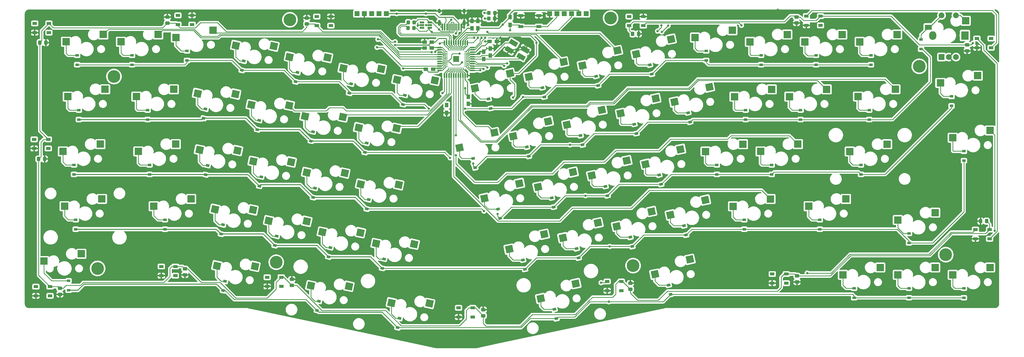
<source format=gbl>
G04 #@! TF.GenerationSoftware,KiCad,Pcbnew,(6.0.2)*
G04 #@! TF.CreationDate,2022-03-31T17:31:01+05:30*
G04 #@! TF.ProjectId,arisu,61726973-752e-46b6-9963-61645f706362,1.1*
G04 #@! TF.SameCoordinates,Original*
G04 #@! TF.FileFunction,Copper,L2,Bot*
G04 #@! TF.FilePolarity,Positive*
%FSLAX46Y46*%
G04 Gerber Fmt 4.6, Leading zero omitted, Abs format (unit mm)*
G04 Created by KiCad (PCBNEW (6.0.2)) date 2022-03-31 17:31:01*
%MOMM*%
%LPD*%
G01*
G04 APERTURE LIST*
G04 Aperture macros list*
%AMRoundRect*
0 Rectangle with rounded corners*
0 $1 Rounding radius*
0 $2 $3 $4 $5 $6 $7 $8 $9 X,Y pos of 4 corners*
0 Add a 4 corners polygon primitive as box body*
4,1,4,$2,$3,$4,$5,$6,$7,$8,$9,$2,$3,0*
0 Add four circle primitives for the rounded corners*
1,1,$1+$1,$2,$3*
1,1,$1+$1,$4,$5*
1,1,$1+$1,$6,$7*
1,1,$1+$1,$8,$9*
0 Add four rect primitives between the rounded corners*
20,1,$1+$1,$2,$3,$4,$5,0*
20,1,$1+$1,$4,$5,$6,$7,0*
20,1,$1+$1,$6,$7,$8,$9,0*
20,1,$1+$1,$8,$9,$2,$3,0*%
%AMRotRect*
0 Rectangle, with rotation*
0 The origin of the aperture is its center*
0 $1 length*
0 $2 width*
0 $3 Rotation angle, in degrees counterclockwise*
0 Add horizontal line*
21,1,$1,$2,0,0,$3*%
G04 Aperture macros list end*
G04 #@! TA.AperFunction,SMDPad,CuDef*
%ADD10RotRect,2.550000X2.500000X348.000000*%
G04 #@! TD*
G04 #@! TA.AperFunction,SMDPad,CuDef*
%ADD11RotRect,2.550000X2.500000X12.000000*%
G04 #@! TD*
G04 #@! TA.AperFunction,SMDPad,CuDef*
%ADD12R,2.550000X2.500000*%
G04 #@! TD*
G04 #@! TA.AperFunction,SMDPad,CuDef*
%ADD13R,2.400000X1.800000*%
G04 #@! TD*
G04 #@! TA.AperFunction,ComponentPad*
%ADD14C,4.400000*%
G04 #@! TD*
G04 #@! TA.AperFunction,ComponentPad*
%ADD15C,1.200000*%
G04 #@! TD*
G04 #@! TA.AperFunction,ComponentPad*
%ADD16R,2.000000X2.000000*%
G04 #@! TD*
G04 #@! TA.AperFunction,ComponentPad*
%ADD17C,2.000000*%
G04 #@! TD*
G04 #@! TA.AperFunction,ComponentPad*
%ADD18O,2.500000X3.000000*%
G04 #@! TD*
G04 #@! TA.AperFunction,ComponentPad*
%ADD19R,2.500000X3.000000*%
G04 #@! TD*
G04 #@! TA.AperFunction,SMDPad,CuDef*
%ADD20R,1.200000X0.900000*%
G04 #@! TD*
G04 #@! TA.AperFunction,SMDPad,CuDef*
%ADD21R,1.250000X1.500000*%
G04 #@! TD*
G04 #@! TA.AperFunction,SMDPad,CuDef*
%ADD22R,1.500000X1.250000*%
G04 #@! TD*
G04 #@! TA.AperFunction,SMDPad,CuDef*
%ADD23RotRect,0.900000X1.200000X78.000000*%
G04 #@! TD*
G04 #@! TA.AperFunction,SMDPad,CuDef*
%ADD24RotRect,0.900000X1.200000X102.000000*%
G04 #@! TD*
G04 #@! TA.AperFunction,ComponentPad*
%ADD25R,1.700000X1.700000*%
G04 #@! TD*
G04 #@! TA.AperFunction,SMDPad,CuDef*
%ADD26R,1.300000X1.500000*%
G04 #@! TD*
G04 #@! TA.AperFunction,SMDPad,CuDef*
%ADD27R,1.700000X1.000000*%
G04 #@! TD*
G04 #@! TA.AperFunction,SMDPad,CuDef*
%ADD28R,0.550000X1.500000*%
G04 #@! TD*
G04 #@! TA.AperFunction,SMDPad,CuDef*
%ADD29R,1.500000X0.550000*%
G04 #@! TD*
G04 #@! TA.AperFunction,SMDPad,CuDef*
%ADD30RotRect,2.850000X1.650000X150.000000*%
G04 #@! TD*
G04 #@! TA.AperFunction,SMDPad,CuDef*
%ADD31RoundRect,0.249999X-0.325001X-0.450001X0.325001X-0.450001X0.325001X0.450001X-0.325001X0.450001X0*%
G04 #@! TD*
G04 #@! TA.AperFunction,SMDPad,CuDef*
%ADD32RoundRect,0.249999X0.325001X0.450001X-0.325001X0.450001X-0.325001X-0.450001X0.325001X-0.450001X0*%
G04 #@! TD*
G04 #@! TA.AperFunction,SMDPad,CuDef*
%ADD33R,1.560000X0.650000*%
G04 #@! TD*
G04 #@! TA.AperFunction,SMDPad,CuDef*
%ADD34R,0.600000X2.450000*%
G04 #@! TD*
G04 #@! TA.AperFunction,SMDPad,CuDef*
%ADD35R,0.300000X2.450000*%
G04 #@! TD*
G04 #@! TA.AperFunction,ComponentPad*
%ADD36O,1.000000X2.100000*%
G04 #@! TD*
G04 #@! TA.AperFunction,ComponentPad*
%ADD37O,1.000000X1.600000*%
G04 #@! TD*
G04 #@! TA.AperFunction,SMDPad,CuDef*
%ADD38RoundRect,0.062500X-0.062500X0.475000X-0.062500X-0.475000X0.062500X-0.475000X0.062500X0.475000X0*%
G04 #@! TD*
G04 #@! TA.AperFunction,SMDPad,CuDef*
%ADD39RoundRect,0.062500X-0.475000X0.062500X-0.475000X-0.062500X0.475000X-0.062500X0.475000X0.062500X0*%
G04 #@! TD*
G04 #@! TA.AperFunction,SMDPad,CuDef*
%ADD40R,2.000000X2.000000*%
G04 #@! TD*
G04 #@! TA.AperFunction,SMDPad,CuDef*
%ADD41RoundRect,0.250000X0.475000X-0.337500X0.475000X0.337500X-0.475000X0.337500X-0.475000X-0.337500X0*%
G04 #@! TD*
G04 #@! TA.AperFunction,SMDPad,CuDef*
%ADD42R,1.500000X1.000000*%
G04 #@! TD*
G04 #@! TA.AperFunction,SMDPad,CuDef*
%ADD43RoundRect,0.250000X0.337500X0.475000X-0.337500X0.475000X-0.337500X-0.475000X0.337500X-0.475000X0*%
G04 #@! TD*
G04 #@! TA.AperFunction,SMDPad,CuDef*
%ADD44RoundRect,0.250000X-0.337500X-0.475000X0.337500X-0.475000X0.337500X0.475000X-0.337500X0.475000X0*%
G04 #@! TD*
G04 #@! TA.AperFunction,SMDPad,CuDef*
%ADD45RoundRect,0.250000X-0.475000X0.337500X-0.475000X-0.337500X0.475000X-0.337500X0.475000X0.337500X0*%
G04 #@! TD*
G04 #@! TA.AperFunction,ViaPad*
%ADD46C,0.800000*%
G04 #@! TD*
G04 #@! TA.AperFunction,Conductor*
%ADD47C,0.375000*%
G04 #@! TD*
G04 #@! TA.AperFunction,Conductor*
%ADD48C,0.250000*%
G04 #@! TD*
G04 APERTURE END LIST*
D10*
X136930290Y-81782670D03*
X123757680Y-81579491D03*
X123739840Y-98538862D03*
X110567230Y-98335683D03*
X155651178Y-85846248D03*
X142478568Y-85643069D03*
D11*
X243402235Y-95122186D03*
X231285817Y-100294355D03*
X194252797Y-47142418D03*
X182136379Y-52314587D03*
X212886509Y-43181700D03*
X200770091Y-48353869D03*
X216149402Y-81439351D03*
X204032984Y-86611520D03*
D10*
X138382105Y-121127688D03*
X125209495Y-120924509D03*
X154953511Y-66222354D03*
X141780901Y-66019175D03*
D12*
X294135480Y-71734680D03*
X281208480Y-74274680D03*
D11*
X206134812Y-103043621D03*
X194018394Y-108215790D03*
D12*
X285086760Y-52695080D03*
X272159760Y-55235080D03*
X271396760Y-32144695D03*
X258469760Y-34684695D03*
D10*
X166334610Y-127081259D03*
X153162000Y-126878080D03*
D11*
X234783114Y-77478634D03*
X222666696Y-82650803D03*
D10*
X136319801Y-62261627D03*
X123147191Y-62058448D03*
X130963750Y-41647549D03*
X117791140Y-41444370D03*
D12*
X284620640Y-90789760D03*
X271693640Y-93329760D03*
D11*
X188896570Y-67756517D03*
X176780152Y-72928686D03*
X256672080Y-111770160D03*
X244555662Y-116942329D03*
X244797705Y-55874364D03*
X232681287Y-61046533D03*
D12*
X275076760Y-71745080D03*
X262149760Y-74285080D03*
D11*
X207530281Y-63795799D03*
X195413863Y-68967968D03*
X263431417Y-51913646D03*
X251314999Y-57085815D03*
X250153932Y-35260265D03*
X238037514Y-40432434D03*
X262035947Y-91161468D03*
X249919529Y-96333637D03*
X253416826Y-73517916D03*
X241300408Y-78690085D03*
D10*
X149597462Y-45608267D03*
X136424852Y-45405088D03*
X142373549Y-102499589D03*
X129200939Y-102296410D03*
D11*
X231520221Y-39220983D03*
X219403803Y-44393152D03*
X226163993Y-59835082D03*
X214047575Y-65007251D03*
X197515691Y-85400069D03*
X185399273Y-90572238D03*
D10*
X161007259Y-106460316D03*
X147834649Y-106257137D03*
D11*
X224768524Y-99082903D03*
X212652106Y-104255072D03*
D10*
X168231174Y-49568984D03*
X155058564Y-49365805D03*
X99750048Y-73964067D03*
X86577438Y-73760888D03*
X99052381Y-54340174D03*
X85879771Y-54136995D03*
D12*
X91282000Y-32134535D03*
X78355000Y-34674535D03*
X77592000Y-52684920D03*
X64665000Y-55224920D03*
X45532040Y-109834680D03*
X32605040Y-112374680D03*
X53182000Y-33634920D03*
X40255000Y-36174920D03*
X78292000Y-71734920D03*
X65365000Y-74274920D03*
X52095400Y-71734680D03*
X39168400Y-74274680D03*
X72232000Y-33634920D03*
X59305000Y-36174920D03*
D10*
X118383758Y-77924794D03*
X105211148Y-77721615D03*
X117686091Y-58300900D03*
X104513481Y-58097721D03*
X105775930Y-114193299D03*
X92603320Y-113990120D03*
D12*
X83642000Y-90784920D03*
X70715000Y-93324920D03*
X53781960Y-52679600D03*
X40854960Y-55219600D03*
D10*
X105106130Y-94578136D03*
X91933520Y-94374957D03*
D12*
X356531760Y-47932596D03*
X343604760Y-50472596D03*
X304136760Y-52695080D03*
X291209760Y-55235080D03*
X360801709Y-66982599D03*
X347874709Y-69522599D03*
X325099680Y-71755000D03*
X312172680Y-74295000D03*
X328546760Y-33645080D03*
X315619760Y-36185080D03*
X360811869Y-114597423D03*
X347884869Y-117137423D03*
X352364040Y-28889960D03*
D13*
X339437040Y-31129960D03*
D12*
X327968280Y-52679600D03*
X315041280Y-55219600D03*
X290446760Y-33645080D03*
X277519760Y-36185080D03*
X310818200Y-90784680D03*
X297891200Y-93324680D03*
X309496760Y-33645080D03*
X296569760Y-36185080D03*
X322711869Y-114597423D03*
X309784869Y-117137423D03*
X341761869Y-95547423D03*
X328834869Y-98087423D03*
X341761869Y-114597423D03*
X328834869Y-117137423D03*
X52684680Y-90779600D03*
X39757680Y-93319600D03*
D10*
X112330039Y-37686831D03*
X99157429Y-37483652D03*
D11*
X217065664Y-120191029D03*
X204949246Y-125363198D03*
D14*
X51197500Y-114920000D03*
X117932200Y-28524200D03*
X229192785Y-27932509D03*
X236982000Y-113944400D03*
X336245200Y-44704000D03*
X345449949Y-110157503D03*
X56865000Y-48245000D03*
X113157000Y-112781080D03*
D15*
X175590200Y-42214800D03*
D16*
X344006800Y-41489200D03*
D17*
X349006800Y-41489200D03*
X346506800Y-41489200D03*
D18*
X340906800Y-33989200D03*
D19*
X352106800Y-33989200D03*
D17*
X344006800Y-26989200D03*
X349006800Y-26989200D03*
D20*
X41122600Y-122502200D03*
X41122600Y-119202200D03*
X43031250Y-82245000D03*
X43031250Y-78945000D03*
X44715000Y-63195000D03*
X44715000Y-59895000D03*
D21*
X183134000Y-31476000D03*
X183134000Y-28976000D03*
X179806600Y-55229440D03*
X179806600Y-57729440D03*
D20*
X63165000Y-44145000D03*
X63165000Y-40845000D03*
D22*
X165084440Y-45735240D03*
X167584440Y-45735240D03*
D20*
X69225000Y-82245000D03*
X69225000Y-78945000D03*
X68525000Y-63195000D03*
X68525000Y-59895000D03*
X43618750Y-101295000D03*
X43618750Y-97995000D03*
D22*
X167132000Y-38354000D03*
X164632000Y-38354000D03*
D21*
X181102000Y-31476000D03*
X181102000Y-28976000D03*
D23*
X119884166Y-50037943D03*
X120570274Y-46810055D03*
X127333239Y-129523693D03*
X128019347Y-126295805D03*
X131293965Y-110889983D03*
X131980073Y-107662095D03*
X87972797Y-62730568D03*
X88658905Y-59502680D03*
D20*
X82215000Y-42644615D03*
X82215000Y-39344615D03*
D23*
X149927675Y-114850710D03*
X150613783Y-111622822D03*
X125240217Y-70652021D03*
X125926325Y-67424133D03*
X94026546Y-102968530D03*
X94712654Y-99740642D03*
X107304174Y-86315188D03*
X107990282Y-83087300D03*
X94724247Y-122592418D03*
X95410355Y-119364530D03*
X143873927Y-74612748D03*
X144560035Y-71384860D03*
X88670464Y-82354461D03*
X89356572Y-79126573D03*
X138517878Y-53998661D03*
X139203986Y-50770773D03*
X125937884Y-90275915D03*
X126623992Y-87048027D03*
X106606507Y-66691294D03*
X107292615Y-63463406D03*
X112660256Y-106929256D03*
X113346364Y-103701368D03*
X144571594Y-94236642D03*
X145257702Y-91008754D03*
D20*
X332699949Y-106057503D03*
X332699949Y-102757503D03*
X281395000Y-44145000D03*
X281395000Y-40845000D03*
D24*
X238107612Y-68031318D03*
X237421504Y-64803430D03*
D20*
X301743769Y-101294998D03*
X301743769Y-97994998D03*
X276035000Y-63195000D03*
X276035000Y-59895000D03*
X262345000Y-42644615D03*
X262345000Y-39344615D03*
D24*
X190825598Y-97557023D03*
X190139490Y-94329135D03*
X249989756Y-123932470D03*
X249303648Y-120704582D03*
X228093021Y-89635588D03*
X227406913Y-86407700D03*
D23*
X155283812Y-135464739D03*
X155969920Y-132236851D03*
D24*
X243463839Y-47417219D03*
X242777731Y-44189331D03*
D23*
X157151590Y-57959378D03*
X157837698Y-54731490D03*
D24*
X246726733Y-85674870D03*
X246040625Y-82446982D03*
X182206477Y-79913471D03*
X181520369Y-76685583D03*
D20*
X318905000Y-63195000D03*
X318905000Y-59895000D03*
X300445000Y-44145000D03*
X300445000Y-40845000D03*
X295085000Y-63195000D03*
X295085000Y-59895000D03*
D24*
X200840188Y-75952753D03*
X200154080Y-72724865D03*
X219473900Y-71992036D03*
X218787792Y-68764148D03*
X187562704Y-59299372D03*
X186876596Y-56071484D03*
D20*
X313649949Y-125107503D03*
X313649949Y-121807503D03*
X316031250Y-82245000D03*
X316031250Y-78945000D03*
D24*
X236712142Y-107279140D03*
X236026034Y-104051252D03*
D20*
X285075000Y-82245000D03*
X285075000Y-78945000D03*
D24*
X256741324Y-64070600D03*
X256055216Y-60842712D03*
X210393120Y-132348982D03*
X209707012Y-129121094D03*
X206196416Y-55338654D03*
X205510308Y-52110766D03*
D20*
X266025000Y-82245000D03*
X266025000Y-78945000D03*
D24*
X224830128Y-51377937D03*
X224144020Y-48150049D03*
X209459309Y-93596305D03*
X208773201Y-90368417D03*
X218078431Y-111239857D03*
X217392323Y-108011969D03*
D20*
X319495000Y-44145000D03*
X319495000Y-40845000D03*
X275550019Y-101294998D03*
X275550019Y-97994998D03*
X332699949Y-125107503D03*
X332699949Y-121807503D03*
X347480000Y-58432516D03*
X347480000Y-55132516D03*
D25*
X220726000Y-26416000D03*
X213106000Y-26416000D03*
X208026000Y-26416000D03*
D20*
X351749949Y-125107503D03*
X351749949Y-121807503D03*
X336880200Y-38707600D03*
X336880200Y-35407600D03*
X351749949Y-77482519D03*
X351749949Y-74182519D03*
D26*
X172298360Y-58173640D03*
X172298360Y-60873640D03*
D25*
X218186000Y-26416000D03*
D27*
X198018000Y-27056000D03*
X204318000Y-27056000D03*
X204318000Y-30856000D03*
X198018000Y-30856000D03*
D23*
X101250455Y-46077225D03*
X101936563Y-42849337D03*
D28*
X171514000Y-36464000D03*
X172314000Y-36464000D03*
X173114000Y-36464000D03*
X173914000Y-36464000D03*
X174714000Y-36464000D03*
X175514000Y-36464000D03*
X176314000Y-36464000D03*
X177114000Y-36464000D03*
X177914000Y-36464000D03*
X178714000Y-36464000D03*
X179514000Y-36464000D03*
D29*
X181214000Y-38164000D03*
X181214000Y-38964000D03*
X181214000Y-39764000D03*
X181214000Y-40564000D03*
X181214000Y-41364000D03*
X181214000Y-42164000D03*
X181214000Y-42964000D03*
X181214000Y-43764000D03*
X181214000Y-44564000D03*
X181214000Y-45364000D03*
X181214000Y-46164000D03*
D28*
X179514000Y-47864000D03*
X178714000Y-47864000D03*
X177914000Y-47864000D03*
X177114000Y-47864000D03*
X176314000Y-47864000D03*
X175514000Y-47864000D03*
X174714000Y-47864000D03*
X173914000Y-47864000D03*
X173114000Y-47864000D03*
X172314000Y-47864000D03*
X171514000Y-47864000D03*
D29*
X169814000Y-46164000D03*
X169814000Y-45364000D03*
X169814000Y-44564000D03*
X169814000Y-43764000D03*
X169814000Y-42964000D03*
X169814000Y-42164000D03*
X169814000Y-41364000D03*
X169814000Y-40564000D03*
X169814000Y-39764000D03*
X169814000Y-38964000D03*
X169814000Y-38164000D03*
D21*
X185166000Y-39644000D03*
X185166000Y-42144000D03*
D25*
X210566000Y-26416000D03*
X215646000Y-26416000D03*
X141224000Y-26416000D03*
X151384000Y-26416000D03*
X146304000Y-26416000D03*
X148844000Y-26416000D03*
X143764000Y-26416000D03*
D22*
X167132000Y-36322000D03*
X164632000Y-36322000D03*
D26*
X194310000Y-27606000D03*
X194310000Y-30306000D03*
D20*
X74575000Y-101295000D03*
X74575000Y-97995000D03*
X44115000Y-44145000D03*
X44115000Y-40845000D03*
D24*
X199444719Y-115200575D03*
X198758611Y-111972687D03*
X255345854Y-103318422D03*
X254659746Y-100090534D03*
D22*
X187198000Y-36068000D03*
X189698000Y-36068000D03*
D21*
X187452000Y-41001000D03*
X187452000Y-38501000D03*
D30*
X198103338Y-41380040D03*
X194076320Y-39055040D03*
X195501320Y-36586868D03*
X199528338Y-38911868D03*
D31*
X158945360Y-29484320D03*
X160995360Y-29484320D03*
X158912560Y-31419800D03*
X160962560Y-31419800D03*
D32*
X188991240Y-28133040D03*
X186941240Y-28133040D03*
X188999080Y-26177240D03*
X186949080Y-26177240D03*
D33*
X163728400Y-31338600D03*
X163728400Y-30388600D03*
X163728400Y-29438600D03*
X166428400Y-29438600D03*
X166428400Y-30388600D03*
X166428400Y-31338600D03*
D34*
X170821280Y-31029600D03*
X171621280Y-31029600D03*
D35*
X172321280Y-31029600D03*
X172821280Y-31029600D03*
X173321280Y-31029600D03*
X173821280Y-31029600D03*
X174321280Y-31029600D03*
X174821280Y-31029600D03*
X175321280Y-31029600D03*
X175821280Y-31029600D03*
D34*
X176521280Y-31029600D03*
X177321280Y-31029600D03*
D36*
X169751280Y-29614600D03*
D37*
X178391280Y-25434600D03*
X169751280Y-25434600D03*
D36*
X178391280Y-29614600D03*
D38*
X173064800Y-38826500D03*
X173564800Y-38826500D03*
X174064800Y-38826500D03*
X174564800Y-38826500D03*
X175064800Y-38826500D03*
X175564800Y-38826500D03*
X176064800Y-38826500D03*
X176564800Y-38826500D03*
X177064800Y-38826500D03*
X177564800Y-38826500D03*
X178064800Y-38826500D03*
D39*
X178902300Y-39664000D03*
X178902300Y-40164000D03*
X178902300Y-40664000D03*
X178902300Y-41164000D03*
X178902300Y-41664000D03*
X178902300Y-42164000D03*
X178902300Y-42664000D03*
X178902300Y-43164000D03*
X178902300Y-43664000D03*
X178902300Y-44164000D03*
X178902300Y-44664000D03*
D38*
X178064800Y-45501500D03*
X177564800Y-45501500D03*
X177064800Y-45501500D03*
X176564800Y-45501500D03*
X176064800Y-45501500D03*
X175564800Y-45501500D03*
X175064800Y-45501500D03*
X174564800Y-45501500D03*
X174064800Y-45501500D03*
X173564800Y-45501500D03*
X173064800Y-45501500D03*
D39*
X172227300Y-44664000D03*
X172227300Y-44164000D03*
X172227300Y-43664000D03*
X172227300Y-43164000D03*
X172227300Y-42664000D03*
X172227300Y-42164000D03*
X172227300Y-41664000D03*
X172227300Y-41164000D03*
X172227300Y-40664000D03*
X172227300Y-40164000D03*
X172227300Y-39664000D03*
D40*
X175564800Y-42164000D03*
D41*
X81508600Y-117144800D03*
X81508600Y-115069800D03*
D42*
X34682600Y-121259800D03*
X34682600Y-124459800D03*
X29782600Y-124459800D03*
X29782600Y-121259800D03*
X78181200Y-114249200D03*
X78181200Y-117449200D03*
X73281200Y-117449200D03*
X73281200Y-114249200D03*
D41*
X38125400Y-123918800D03*
X38125400Y-121843800D03*
D42*
X181342200Y-128600400D03*
X181342200Y-131800400D03*
X176442200Y-131800400D03*
X176442200Y-128600400D03*
D43*
X33223200Y-36474400D03*
X31148200Y-36474400D03*
D42*
X361174200Y-35052200D03*
X361174200Y-38252200D03*
X356274200Y-38252200D03*
X356274200Y-35052200D03*
D44*
X357534300Y-98475800D03*
X359609300Y-98475800D03*
D41*
X293852600Y-119604700D03*
X293852600Y-117529700D03*
D42*
X290155800Y-116865600D03*
X290155800Y-120065600D03*
X285255800Y-120065600D03*
X285255800Y-116865600D03*
X114921200Y-117983200D03*
X114921200Y-121183200D03*
X110021200Y-121183200D03*
X110021200Y-117983200D03*
D43*
X32812900Y-76885800D03*
X30737900Y-76885800D03*
D41*
X352882200Y-39315300D03*
X352882200Y-37240300D03*
D45*
X75412600Y-27588300D03*
X75412600Y-29663300D03*
D42*
X360666200Y-101422400D03*
X360666200Y-104622400D03*
X355766200Y-104622400D03*
X355766200Y-101422400D03*
X232878800Y-119456400D03*
X232878800Y-122656400D03*
X227978800Y-122656400D03*
X227978800Y-119456400D03*
X34098400Y-70053400D03*
X34098400Y-73253400D03*
X29198400Y-73253400D03*
X29198400Y-70053400D03*
X235598800Y-30581400D03*
X235598800Y-27381400D03*
X240498800Y-27381400D03*
X240498800Y-30581400D03*
X34301600Y-29794400D03*
X34301600Y-32994400D03*
X29401600Y-32994400D03*
X29401600Y-29794400D03*
X302017600Y-27254400D03*
X302017600Y-30454400D03*
X297117600Y-30454400D03*
X297117600Y-27254400D03*
D45*
X118592600Y-118698100D03*
X118592600Y-120773100D03*
D41*
X293674800Y-29637900D03*
X293674800Y-27562900D03*
D42*
X79058600Y-30175000D03*
X79058600Y-26975000D03*
X83958600Y-26975000D03*
X83958600Y-30175000D03*
D45*
X236042200Y-120069700D03*
X236042200Y-122144700D03*
X123774200Y-27893100D03*
X123774200Y-29968100D03*
D42*
X127242400Y-30581400D03*
X127242400Y-27381400D03*
X132142400Y-27381400D03*
X132142400Y-30581400D03*
D43*
X238908500Y-33426400D03*
X236833500Y-33426400D03*
D45*
X185013600Y-129289900D03*
X185013600Y-131364900D03*
D46*
X183134000Y-27432000D03*
X181102000Y-27432000D03*
X160045400Y-27787600D03*
X191617600Y-40513000D03*
X200888600Y-35788600D03*
X208777840Y-60512960D03*
X191566800Y-74676000D03*
X335838800Y-27228800D03*
X287172400Y-25069800D03*
X83743800Y-118795800D03*
X188976000Y-45669200D03*
X191008000Y-34798000D03*
X197815200Y-43916600D03*
X183134000Y-40386000D03*
X201168000Y-28371800D03*
X168285160Y-39690040D03*
X219151200Y-35534600D03*
X359968800Y-28651200D03*
X172298360Y-63047880D03*
X223906080Y-28402280D03*
X167617300Y-45702380D03*
X163068000Y-38354000D03*
X162306000Y-30454600D03*
X163068000Y-36322000D03*
X178719480Y-52324000D03*
X354838000Y-36652200D03*
X165074600Y-26416000D03*
X154432000Y-37338000D03*
X154940000Y-26416000D03*
X361238800Y-35001200D03*
X185674000Y-36068000D03*
X359609300Y-98475800D03*
X154432000Y-36169600D03*
X157226000Y-45466000D03*
X191770000Y-30235979D03*
X165161000Y-30388600D03*
X165061740Y-45712540D03*
X185250000Y-95000000D03*
X190000000Y-96000000D03*
X186436000Y-45135800D03*
X220442532Y-89635588D03*
X228874620Y-107279140D03*
X185049160Y-45638720D03*
X183946800Y-46080680D03*
X228545772Y-126490348D03*
X224820480Y-99181920D03*
X195300600Y-55499000D03*
X216169240Y-81518760D03*
X203454000Y-32135990D03*
X217164920Y-120233440D03*
X203454000Y-36576000D03*
X207573880Y-63921640D03*
X181864000Y-34798000D03*
X194310000Y-32135990D03*
X185674000Y-34798000D03*
X148457920Y-35331400D03*
X170850560Y-53995320D03*
X172232320Y-58191400D03*
X45526960Y-109915960D03*
X52120800Y-71815960D03*
X53202840Y-33599120D03*
X52781200Y-90784680D03*
X53812440Y-52649120D03*
X77576680Y-52684680D03*
X83703160Y-90947240D03*
X72293480Y-33594040D03*
X78425040Y-71734680D03*
X99781360Y-74046080D03*
X105801160Y-114366040D03*
X91353640Y-32151320D03*
X105227120Y-94660720D03*
X167132000Y-39751000D03*
X99207320Y-54254400D03*
X169926000Y-36830000D03*
X117759480Y-58293000D03*
X118501160Y-78003400D03*
X123698000Y-98618040D03*
X112349280Y-37744400D03*
X130931920Y-41727120D03*
X136398000Y-62255400D03*
X138374120Y-121295160D03*
X137053320Y-81711800D03*
X142412720Y-102575360D03*
X161132520Y-106532680D03*
X166410640Y-127477520D03*
X155940760Y-85918040D03*
X149666960Y-45653960D03*
X154868880Y-66212720D03*
X197469760Y-85623400D03*
X168239440Y-49631600D03*
X206242920Y-103088440D03*
X188859160Y-67843400D03*
X234741720Y-77652880D03*
X226126040Y-60187840D03*
X212984080Y-43205400D03*
X243509800Y-95275400D03*
X244866160Y-55961280D03*
X262092440Y-91206320D03*
X253558040Y-73741280D03*
X231551480Y-39293800D03*
X184404000Y-34798000D03*
X256794000Y-111754920D03*
X186436000Y-32766000D03*
X275010880Y-71831200D03*
X263525000Y-51973480D03*
X250129040Y-35306000D03*
X284739080Y-90967560D03*
X310840120Y-90728800D03*
X294096440Y-71856600D03*
X271419320Y-32278320D03*
X284977840Y-52852320D03*
X175514000Y-75625960D03*
X175514000Y-68656200D03*
X325064120Y-71724520D03*
X304129440Y-52852320D03*
X322671440Y-114650520D03*
X290398200Y-33710880D03*
X341716360Y-114614960D03*
X341807800Y-95514160D03*
X309529480Y-33715960D03*
X328117200Y-52852320D03*
X175473360Y-33238440D03*
X185536840Y-28133040D03*
X173863000Y-28549600D03*
X185425080Y-26177240D03*
X83921600Y-30226000D03*
X127228600Y-27406600D03*
X110007400Y-117957600D03*
X78155800Y-117424200D03*
X34696400Y-124485400D03*
X73279000Y-114223800D03*
X297383200Y-116535200D03*
X290169600Y-120116600D03*
X79019400Y-26974800D03*
X29387800Y-29794200D03*
X114909600Y-121183400D03*
X176479200Y-128651000D03*
X29210000Y-70053200D03*
X34315400Y-33045400D03*
X181330600Y-131826000D03*
X225882200Y-119862600D03*
X302056800Y-30454600D03*
X274574000Y-30454600D03*
X34112200Y-73253600D03*
X29718000Y-121285000D03*
X232892600Y-122682000D03*
X285242000Y-116890800D03*
X148137880Y-38105080D03*
X132156200Y-30632400D03*
X360817160Y-114559080D03*
X352389440Y-28884880D03*
X360786680Y-67066160D03*
X183134000Y-34798000D03*
X356575360Y-48021240D03*
X328513440Y-33634680D03*
X362458000Y-101803200D03*
X176758600Y-40259000D03*
X245465600Y-32461200D03*
X246811800Y-30480000D03*
X246938800Y-32766000D03*
X249123200Y-30581600D03*
X177596800Y-43307000D03*
X198750000Y-55338654D03*
X166111642Y-59420038D03*
X193307860Y-43663980D03*
X178639000Y-59436000D03*
X192262760Y-44556680D03*
X215099084Y-71992036D03*
X173500000Y-76500000D03*
X181500000Y-78500000D03*
X167071040Y-32791400D03*
X169672000Y-31882080D03*
D47*
X172298360Y-63047880D02*
X172298360Y-63047880D01*
X167617300Y-45702380D02*
X167955680Y-45364000D01*
X168285160Y-39690040D02*
X168285160Y-39690040D01*
D48*
X171364790Y-44813210D02*
X171364790Y-44440988D01*
D47*
X170821280Y-31029600D02*
X170821280Y-30684600D01*
X189738000Y-36068000D02*
X191008000Y-34798000D01*
X199491600Y-38875130D02*
X199528338Y-38911868D01*
X168891498Y-39083702D02*
X168285160Y-39690040D01*
D48*
X162372000Y-30388600D02*
X162306000Y-30454600D01*
D47*
X183876000Y-39644000D02*
X183134000Y-40386000D01*
X185166000Y-39644000D02*
X183876000Y-39644000D01*
X197865430Y-34548510D02*
X199491600Y-36174680D01*
D48*
X170814000Y-45364000D02*
X171364790Y-44813210D01*
D47*
X181102000Y-28976000D02*
X181102000Y-27432000D01*
D48*
X175064800Y-37539001D02*
X174714000Y-37188201D01*
X169814000Y-45364000D02*
X170814000Y-45364000D01*
D47*
X167584440Y-45735240D02*
X167617300Y-45702380D01*
X172298360Y-60873640D02*
X172298360Y-63047880D01*
X193919410Y-34548510D02*
X197865430Y-34548510D01*
X177321280Y-32934218D02*
X177321280Y-31029600D01*
X177321280Y-30684600D02*
X178391280Y-29614600D01*
D48*
X171641778Y-40164000D02*
X172227300Y-40164000D01*
D47*
X177321280Y-31029600D02*
X177321280Y-30684600D01*
D48*
X170825560Y-38964000D02*
X171364790Y-39503230D01*
D47*
X189615000Y-37338000D02*
X191129920Y-37338000D01*
X164632000Y-36322000D02*
X163068000Y-36322000D01*
X168891498Y-39083702D02*
X169694298Y-39083702D01*
X174714000Y-35541498D02*
X177321280Y-32934218D01*
X189698000Y-36068000D02*
X189738000Y-36068000D01*
X199491600Y-36174680D02*
X199491600Y-38875130D01*
X181214000Y-40564000D02*
X182956000Y-40564000D01*
X198018000Y-27056000D02*
X204318000Y-27056000D01*
D48*
X171364790Y-39503230D02*
X171364790Y-39887012D01*
X73281200Y-117449200D02*
X73281200Y-117345800D01*
D47*
X188452000Y-38501000D02*
X189615000Y-37338000D01*
X199528338Y-38911868D02*
X194219492Y-38911868D01*
D48*
X178902300Y-41164000D02*
X179803998Y-41164000D01*
D47*
X170821280Y-30684600D02*
X169751280Y-29614600D01*
X164632000Y-38354000D02*
X163068000Y-38354000D01*
X194219492Y-38911868D02*
X194076320Y-39055040D01*
X187452000Y-38501000D02*
X186309000Y-38501000D01*
X182956000Y-40564000D02*
X183134000Y-40386000D01*
D48*
X171641778Y-44164000D02*
X172227300Y-44164000D01*
D47*
X183134000Y-28976000D02*
X183134000Y-27432000D01*
X191129920Y-37338000D02*
X193919410Y-34548510D01*
X187452000Y-38501000D02*
X188452000Y-38501000D01*
D48*
X179803998Y-41164000D02*
X180403998Y-40564000D01*
X169814000Y-38964000D02*
X170825560Y-38964000D01*
X171364790Y-39887012D02*
X171641778Y-40164000D01*
D47*
X167955680Y-45364000D02*
X169814000Y-45364000D01*
D48*
X178064800Y-45501500D02*
X179514000Y-46950700D01*
X163728400Y-30388600D02*
X162372000Y-30388600D01*
X171364790Y-44440988D02*
X171641778Y-44164000D01*
D47*
X169694298Y-39083702D02*
X169814000Y-38964000D01*
D48*
X180403998Y-40564000D02*
X181214000Y-40564000D01*
X175064800Y-38826500D02*
X175064800Y-37539001D01*
D47*
X186309000Y-38501000D02*
X185166000Y-39644000D01*
D48*
X179514000Y-46950700D02*
X179514000Y-47864000D01*
D47*
X174714000Y-36464000D02*
X174714000Y-35541498D01*
D48*
X174714000Y-37188201D02*
X174714000Y-36464000D01*
X185146000Y-42164000D02*
X185166000Y-42144000D01*
X185166000Y-42144000D02*
X197339378Y-42144000D01*
X197339378Y-42144000D02*
X198103338Y-41380040D01*
X181214000Y-42164000D02*
X185146000Y-42164000D01*
X178902300Y-42164000D02*
X181214000Y-42164000D01*
X187452000Y-41001000D02*
X186577000Y-41001000D01*
X187452000Y-41001000D02*
X187452000Y-40876000D01*
X186577000Y-41001000D02*
X186470000Y-40894000D01*
X181214000Y-41364000D02*
X183985998Y-41364000D01*
X187452000Y-41001000D02*
X188191718Y-41001000D01*
X180138999Y-41664000D02*
X180438999Y-41364000D01*
X178902300Y-41664000D02*
X180138999Y-41664000D01*
X180438999Y-41364000D02*
X181214000Y-41364000D01*
X188191718Y-41001000D02*
X192605850Y-36586868D01*
X186470000Y-40894000D02*
X184455998Y-40894000D01*
X192605850Y-36586868D02*
X195501320Y-36586868D01*
X183985998Y-41364000D02*
X184455998Y-40894000D01*
D47*
X165061740Y-45712540D02*
X165084440Y-45735240D01*
X162209480Y-26416000D02*
X154940000Y-26416000D01*
D48*
X170727300Y-46164000D02*
X172227300Y-44664000D01*
D47*
X194310000Y-26481000D02*
X195612501Y-25178499D01*
X178719480Y-54142320D02*
X179806600Y-55229440D01*
D48*
X294872500Y-27562900D02*
X296113200Y-28803600D01*
X172227300Y-39577300D02*
X172227300Y-39664000D01*
X347548200Y-102793800D02*
X359294800Y-102793800D01*
X201015600Y-131927600D02*
X201066400Y-131876800D01*
X245719600Y-125984000D02*
X248894600Y-122809000D01*
X76301600Y-117703600D02*
X76301600Y-114884200D01*
X235598800Y-32191700D02*
X236833500Y-33426400D01*
X305354900Y-117529700D02*
X312445400Y-110439200D01*
X115802700Y-117983200D02*
X118592600Y-120773100D01*
X176521280Y-29709280D02*
X174498000Y-27686000D01*
D47*
X176314000Y-35567870D02*
X176314000Y-36464000D01*
D48*
X230911400Y-123875800D02*
X230911400Y-120446800D01*
D47*
X185674000Y-36068000D02*
X187198000Y-36068000D01*
D48*
X149885400Y-33172400D02*
X153009600Y-36296600D01*
X181342200Y-128600400D02*
X182249100Y-128600400D01*
X169814000Y-38164000D02*
X170814000Y-38164000D01*
X289458400Y-29159200D02*
X291465000Y-27152600D01*
X38125400Y-121843800D02*
X39268400Y-121843800D01*
X31546800Y-76076900D02*
X30737900Y-76885800D01*
X230911400Y-120446800D02*
X231901800Y-119456400D01*
X78181200Y-114249200D02*
X80688000Y-114249200D01*
X113106200Y-122148600D02*
X113106200Y-120116600D01*
X290155800Y-116865600D02*
X293188500Y-116865600D01*
X113106200Y-119798200D02*
X114921200Y-117983200D01*
X126629100Y-29968100D02*
X127242400Y-30581400D01*
D47*
X185549000Y-37592000D02*
X184511000Y-37592000D01*
D48*
X238506000Y-125984000D02*
X245719600Y-125984000D01*
X293188500Y-116865600D02*
X293852600Y-117529700D01*
X216865200Y-130962400D02*
X221754700Y-126072900D01*
X179120800Y-129489200D02*
X180009600Y-128600400D01*
X173025950Y-37963990D02*
X173287812Y-37963990D01*
X85140800Y-31343600D02*
X86918800Y-29565600D01*
X171621280Y-29673720D02*
X172059600Y-29235400D01*
D47*
X191770000Y-30235979D02*
X194310000Y-27706000D01*
D48*
X79781400Y-31343600D02*
X85140800Y-31343600D01*
X113106200Y-120116600D02*
X113106200Y-119798200D01*
X172059600Y-29235400D02*
X172059600Y-28143200D01*
X300468400Y-28803600D02*
X302017600Y-27254400D01*
X30737900Y-117315100D02*
X34682600Y-121259800D01*
X174498000Y-27686000D02*
X174167800Y-27686000D01*
X339902800Y-110439200D02*
X347548200Y-102793800D01*
X171621280Y-31029600D02*
X171621280Y-29673720D01*
X92760800Y-29565600D02*
X95732600Y-32537400D01*
D47*
X182715000Y-33020000D02*
X178861870Y-33020000D01*
D48*
X289432800Y-116865600D02*
X290155800Y-116865600D01*
X201066400Y-131876800D02*
X201904600Y-131038600D01*
D47*
X179578000Y-55000840D02*
X179806600Y-55229440D01*
X179598000Y-50292000D02*
X178714000Y-49408000D01*
X181214000Y-39764000D02*
X182339000Y-39764000D01*
D48*
X178902300Y-40664000D02*
X179624232Y-40664000D01*
D47*
X178861870Y-33020000D02*
X176314000Y-35567870D01*
D48*
X185013600Y-133985000D02*
X185013600Y-134010400D01*
D47*
X187198000Y-36068000D02*
X187073000Y-36068000D01*
D48*
X293674800Y-27562900D02*
X294872500Y-27562900D01*
X169814000Y-46164000D02*
X170727300Y-46164000D01*
X37414200Y-31343600D02*
X35850800Y-31343600D01*
X354249900Y-37240300D02*
X354838000Y-36652200D01*
X201980800Y-130962400D02*
X216865200Y-130962400D01*
D47*
X169527000Y-35052000D02*
X172027000Y-35052000D01*
X157226000Y-45466000D02*
X164815200Y-45466000D01*
D48*
X123774200Y-31089600D02*
X122224800Y-32639000D01*
X37541400Y-121259800D02*
X38125400Y-121843800D01*
D47*
X179578000Y-51816000D02*
X179578000Y-55000840D01*
D48*
X76936600Y-114249200D02*
X78181200Y-114249200D01*
X176064800Y-37831750D02*
X176314000Y-37582550D01*
D47*
X167132000Y-38354000D02*
X167322000Y-38164000D01*
D48*
X172314000Y-37252040D02*
X173025950Y-37963990D01*
X186004200Y-135001000D02*
X197942200Y-135001000D01*
X76301600Y-114884200D02*
X76936600Y-114249200D01*
X235598800Y-30581400D02*
X237021000Y-29159200D01*
D47*
X182339000Y-39764000D02*
X184511000Y-37592000D01*
X171256960Y-27686000D02*
X171602400Y-27686000D01*
X178714000Y-49408000D02*
X178714000Y-47864000D01*
D48*
X185013600Y-131364900D02*
X185013600Y-133985000D01*
X129006600Y-129489200D02*
X151079200Y-129489200D01*
D47*
X178719480Y-52324000D02*
X178719480Y-54142320D01*
D48*
X120290500Y-120773100D02*
X129006600Y-129489200D01*
X222885000Y-124942600D02*
X229844600Y-124942600D01*
X201904600Y-131038600D02*
X201980800Y-130962400D01*
X153009600Y-36296600D02*
X154432000Y-36296600D01*
X156489400Y-134899400D02*
X176733200Y-134899400D01*
X237021000Y-29159200D02*
X289458400Y-29159200D01*
X149352000Y-32639000D02*
X129300000Y-32639000D01*
X40284400Y-120827800D02*
X45212000Y-120827800D01*
X123774200Y-29968100D02*
X123774200Y-31089600D01*
D47*
X179598000Y-51796000D02*
X179578000Y-51816000D01*
X162209480Y-26416000D02*
X165074600Y-26416000D01*
X168357808Y-26416000D02*
X169627808Y-27686000D01*
D48*
X87172800Y-119786400D02*
X93700600Y-119786400D01*
X123774200Y-29968100D02*
X126629100Y-29968100D01*
X178449001Y-46788999D02*
X178714000Y-47053998D01*
X114921200Y-117983200D02*
X115802700Y-117983200D01*
D47*
X218186000Y-25191000D02*
X218186000Y-26416000D01*
D48*
X82456200Y-115069800D02*
X87172800Y-119786400D01*
X231901800Y-119456400D02*
X232878800Y-119456400D01*
X232878800Y-119456400D02*
X233353900Y-119456400D01*
X180524232Y-39764000D02*
X181214000Y-39764000D01*
X118592600Y-120773100D02*
X120290500Y-120773100D01*
D47*
X169627808Y-27686000D02*
X171256960Y-27686000D01*
D48*
X34301600Y-29794400D02*
X31775400Y-32320600D01*
D47*
X194310000Y-27706000D02*
X194310000Y-27606000D01*
D48*
X45212000Y-120827800D02*
X46253400Y-119786400D01*
X75412600Y-29663300D02*
X73732300Y-31343600D01*
X80688000Y-114249200D02*
X81508600Y-115069800D01*
X236042200Y-122144700D02*
X236042200Y-123520200D01*
D47*
X172314000Y-35339000D02*
X172314000Y-36464000D01*
D48*
X122224800Y-32639000D02*
X95732600Y-32639000D01*
X248894600Y-122809000D02*
X287121600Y-122809000D01*
X172059600Y-28143200D02*
X171602400Y-27686000D01*
X326415600Y-27254400D02*
X302017600Y-27254400D01*
D47*
X190540000Y-31476000D02*
X191770000Y-30235979D01*
X195612501Y-25178499D02*
X218173499Y-25178499D01*
X165074600Y-26416000D02*
X168357808Y-26416000D01*
X187073000Y-36068000D02*
X185549000Y-37592000D01*
D48*
X78546900Y-29663300D02*
X79058600Y-30175000D01*
X31775400Y-32320600D02*
X31775400Y-35847200D01*
D47*
X166096941Y-46747741D02*
X165084440Y-45735240D01*
D48*
X79058600Y-30175000D02*
X79058600Y-30620800D01*
X81508600Y-115069800D02*
X82456200Y-115069800D01*
X180009600Y-128600400D02*
X181342200Y-128600400D01*
X296113200Y-28803600D02*
X300468400Y-28803600D01*
X360666200Y-99532700D02*
X359609300Y-98475800D01*
X352882200Y-37240300D02*
X336401500Y-37240300D01*
X221754700Y-126072900D02*
X222021400Y-125806200D01*
D47*
X168257000Y-36322000D02*
X169527000Y-35052000D01*
D48*
X233353900Y-119456400D02*
X236042200Y-122144700D01*
X31775400Y-35847200D02*
X31148200Y-36474400D01*
X31148200Y-36474400D02*
X31148200Y-67103200D01*
X173287812Y-37963990D02*
X173564800Y-38240978D01*
X176314000Y-37582550D02*
X176314000Y-36464000D01*
D47*
X167132000Y-36322000D02*
X168257000Y-36322000D01*
D48*
X151079200Y-129489200D02*
X156489400Y-134899400D01*
X177564800Y-46087022D02*
X177816767Y-46338989D01*
D47*
X165994499Y-37334501D02*
X154435499Y-37334501D01*
D48*
X288340800Y-121589800D02*
X288340800Y-117957600D01*
X177816767Y-46338989D02*
X177835401Y-46338989D01*
X185013600Y-134010400D02*
X186004200Y-135001000D01*
X35850800Y-31343600D02*
X34301600Y-29794400D01*
D47*
X171602400Y-27686000D02*
X174167800Y-27686000D01*
D48*
X359294800Y-102793800D02*
X360666200Y-101422400D01*
D47*
X174167800Y-27686000D02*
X174522678Y-27686000D01*
X167007000Y-38354000D02*
X167132000Y-38354000D01*
D48*
X95732600Y-32537400D02*
X95732600Y-32639000D01*
D47*
X169814000Y-46164000D02*
X169716000Y-46164000D01*
D48*
X236042200Y-123520200D02*
X238506000Y-125984000D01*
X176733200Y-134899400D02*
X179120800Y-132511800D01*
D47*
X183134000Y-31476000D02*
X183134000Y-32601000D01*
D48*
X39268400Y-121843800D02*
X40284400Y-120827800D01*
D47*
X165994499Y-37341499D02*
X167007000Y-38354000D01*
X164815200Y-45466000D02*
X165061740Y-45712540D01*
D48*
X360666200Y-101422400D02*
X360666200Y-99532700D01*
X179120800Y-132511800D02*
X179120800Y-129489200D01*
X312445400Y-110439200D02*
X339902800Y-110439200D01*
X34682600Y-121259800D02*
X37541400Y-121259800D01*
X178714000Y-47053998D02*
X178714000Y-47864000D01*
X336401500Y-37240300D02*
X326415600Y-27254400D01*
D47*
X154435499Y-37334501D02*
X154432000Y-37338000D01*
X165994499Y-37334501D02*
X167007000Y-36322000D01*
D48*
X73732300Y-31343600D02*
X37414200Y-31343600D01*
D47*
X183134000Y-31476000D02*
X190540000Y-31476000D01*
D48*
X93700600Y-119786400D02*
X99110800Y-125196600D01*
X293264500Y-27152600D02*
X293674800Y-27562900D01*
D47*
X179598000Y-50292000D02*
X179598000Y-51796000D01*
D48*
X99110800Y-125196600D02*
X110058200Y-125196600D01*
X79058600Y-30620800D02*
X79781400Y-31343600D01*
X31546800Y-71043800D02*
X31546800Y-76076900D01*
X176521280Y-31029600D02*
X176521280Y-29709280D01*
D47*
X169814000Y-46164000D02*
X169230259Y-46747741D01*
D48*
X75412600Y-29663300D02*
X78546900Y-29663300D01*
X149352000Y-32639000D02*
X149885400Y-33172400D01*
X179624232Y-40664000D02*
X180524232Y-39764000D01*
D47*
X167007000Y-36322000D02*
X167132000Y-36322000D01*
D48*
X170814000Y-38164000D02*
X172227300Y-39577300D01*
D47*
X218173499Y-25178499D02*
X218186000Y-25191000D01*
D48*
X110058200Y-125196600D02*
X113106200Y-122148600D01*
X182249100Y-128600400D02*
X185013600Y-131364900D01*
D47*
X165994499Y-37334501D02*
X165994499Y-37341499D01*
D48*
X166428400Y-30388600D02*
X165161000Y-30388600D01*
X235598800Y-30581400D02*
X235598800Y-32191700D01*
D47*
X154940000Y-26416000D02*
X151384000Y-26416000D01*
D48*
X31148200Y-67103200D02*
X34098400Y-70053400D01*
X173564800Y-38240978D02*
X173564800Y-38826500D01*
X229844600Y-124942600D02*
X230911400Y-123875800D01*
X197942200Y-135001000D02*
X201015600Y-131927600D01*
D47*
X194310000Y-27606000D02*
X194310000Y-26481000D01*
D48*
X32537200Y-70053400D02*
X31546800Y-71043800D01*
X352882200Y-37240300D02*
X354249900Y-37240300D01*
D47*
X172027000Y-35052000D02*
X172314000Y-35339000D01*
X183134000Y-32601000D02*
X182715000Y-33020000D01*
D48*
X34098400Y-70053400D02*
X32537200Y-70053400D01*
X172314000Y-36464000D02*
X172314000Y-37252040D01*
D47*
X167322000Y-38164000D02*
X169814000Y-38164000D01*
X169230259Y-46747741D02*
X166096941Y-46747741D01*
D48*
X287121600Y-122809000D02*
X288340800Y-121589800D01*
X178285411Y-46788999D02*
X178449001Y-46788999D01*
X291465000Y-27152600D02*
X293264500Y-27152600D01*
X288340800Y-117957600D02*
X289432800Y-116865600D01*
X129300000Y-32639000D02*
X127242400Y-30581400D01*
X176064800Y-38826500D02*
X176064800Y-37831750D01*
X74218800Y-119786400D02*
X76301600Y-117703600D01*
X46253400Y-119786400D02*
X74218800Y-119786400D01*
X30737900Y-76885800D02*
X30737900Y-117315100D01*
X221754700Y-126072900D02*
X222885000Y-124942600D01*
X177564800Y-45501500D02*
X177564800Y-46087022D01*
X86918800Y-29565600D02*
X92760800Y-29565600D01*
X293852600Y-117529700D02*
X305354900Y-117529700D01*
X177835401Y-46338989D02*
X178285411Y-46788999D01*
D47*
X175514000Y-36464000D02*
X175514000Y-35554684D01*
X175514000Y-35554684D02*
X179592684Y-31476000D01*
X179592684Y-31476000D02*
X181102000Y-31476000D01*
D48*
X175564800Y-36514800D02*
X175514000Y-36464000D01*
X175564800Y-38826500D02*
X175564800Y-36514800D01*
X40966920Y-40845000D02*
X44115000Y-40845000D01*
X40255000Y-40133080D02*
X40966920Y-40845000D01*
X40255000Y-36174920D02*
X40255000Y-40133080D01*
X41520640Y-59895000D02*
X44715000Y-59895000D01*
X40854960Y-55219600D02*
X40854960Y-59229320D01*
X40854960Y-59229320D02*
X41520640Y-59895000D01*
X39168400Y-77913560D02*
X40199840Y-78945000D01*
X40199840Y-78945000D02*
X43031250Y-78945000D01*
X39168400Y-74274680D02*
X39168400Y-77913560D01*
X220442532Y-89635588D02*
X213420026Y-89635588D01*
X347480000Y-59132516D02*
X347480000Y-58432516D01*
X194786316Y-93596305D02*
X190825598Y-97557023D01*
X223000000Y-89635588D02*
X220442532Y-89635588D01*
D47*
X43031250Y-82245000D02*
X88561003Y-82245000D01*
X121527040Y-85865071D02*
X125937884Y-90275915D01*
X103343447Y-82354461D02*
X107304174Y-86315188D01*
D48*
X190000000Y-96731425D02*
X190825598Y-97557023D01*
X190000000Y-96000000D02*
X190000000Y-96731425D01*
X185899760Y-44564000D02*
X186436000Y-45100240D01*
X324367516Y-82245000D02*
X347480000Y-59132516D01*
X213420026Y-89635588D02*
X209459309Y-93596305D01*
X181214000Y-44564000D02*
X185899760Y-44564000D01*
X184486642Y-94236642D02*
X185250000Y-95000000D01*
X180524232Y-44564000D02*
X181214000Y-44564000D01*
X285075000Y-82245000D02*
X266025000Y-82245000D01*
X209459309Y-93596305D02*
X194786316Y-93596305D01*
X228093021Y-89635588D02*
X223000000Y-89635588D01*
X179624232Y-43664000D02*
X180524232Y-44564000D01*
D47*
X107304174Y-86315188D02*
X107754291Y-85865071D01*
D48*
X144571594Y-94236642D02*
X184486642Y-94236642D01*
D47*
X125937884Y-90275915D02*
X140610867Y-90275915D01*
D48*
X316031250Y-82245000D02*
X315193250Y-81407000D01*
D47*
X88670464Y-82354461D02*
X103343447Y-82354461D01*
D48*
X232053739Y-85674870D02*
X228093021Y-89635588D01*
X246726733Y-85674870D02*
X232053739Y-85674870D01*
X250156603Y-82245000D02*
X246726733Y-85674870D01*
X178902300Y-43664000D02*
X179624232Y-43664000D01*
X266025000Y-82245000D02*
X250156603Y-82245000D01*
X315193250Y-81407000D02*
X285913000Y-81407000D01*
D47*
X140610867Y-90275915D02*
X144571594Y-94236642D01*
D48*
X285913000Y-81407000D02*
X285075000Y-82245000D01*
X316031250Y-82245000D02*
X324367516Y-82245000D01*
D47*
X107754291Y-85865071D02*
X121527040Y-85865071D01*
X88561003Y-82245000D02*
X88670464Y-82354461D01*
D48*
X228874620Y-107279140D02*
X226250000Y-107279140D01*
X185049160Y-45638720D02*
X185049160Y-45638720D01*
D47*
X108699530Y-102968530D02*
X112660256Y-106929256D01*
D48*
X182214000Y-45364000D02*
X183590478Y-45364000D01*
X236712142Y-107279140D02*
X228874620Y-107279140D01*
X301743769Y-101294998D02*
X275550019Y-101294998D01*
X351749949Y-95250051D02*
X351749949Y-77482519D01*
X203405437Y-111239857D02*
X199444719Y-115200575D01*
X181214000Y-45364000D02*
X182214000Y-45364000D01*
X149927675Y-114850710D02*
X199094854Y-114850710D01*
X179764810Y-44440988D02*
X179764810Y-44887012D01*
D47*
X131293965Y-110889983D02*
X145966948Y-110889983D01*
D48*
X275550019Y-101294998D02*
X257369278Y-101294998D01*
X183598799Y-45355679D02*
X184766119Y-45355679D01*
X332699949Y-106057503D02*
X340942497Y-106057503D01*
X179764810Y-44887012D02*
X179765960Y-44888162D01*
D47*
X92353016Y-101295000D02*
X94026546Y-102968530D01*
X43618750Y-101295000D02*
X92353016Y-101295000D01*
D48*
X179767242Y-44888162D02*
X180243080Y-45364000D01*
X183590478Y-45364000D02*
X183598799Y-45355679D01*
X199094854Y-114850710D02*
X199444719Y-115200575D01*
X179765960Y-44888162D02*
X179767242Y-44888162D01*
X179487822Y-44164000D02*
X179764810Y-44440988D01*
D47*
X94026546Y-102968530D02*
X108699530Y-102968530D01*
D48*
X332699949Y-105357503D02*
X332699949Y-106057503D01*
X218078431Y-111239857D02*
X203405437Y-111239857D01*
D47*
X127333238Y-106929256D02*
X131293965Y-110889983D01*
D48*
X184766119Y-45355679D02*
X185049160Y-45638720D01*
D47*
X145966948Y-110889983D02*
X149927675Y-114850710D01*
D48*
X340942497Y-106057503D02*
X351749949Y-95250051D01*
X301743769Y-101294998D02*
X328637444Y-101294998D01*
X328637444Y-101294998D02*
X332699949Y-105357503D01*
X180243080Y-45364000D02*
X181214000Y-45364000D01*
X240672860Y-103318422D02*
X236712142Y-107279140D01*
D47*
X112660256Y-106929256D02*
X127333238Y-106929256D01*
D48*
X226250000Y-107279140D02*
X222039148Y-107279140D01*
X257369278Y-101294998D02*
X255345854Y-103318422D01*
X222039148Y-107279140D02*
X218078431Y-111239857D01*
X255345854Y-103318422D02*
X240672860Y-103318422D01*
X178902300Y-44164000D02*
X179487822Y-44164000D01*
X39757680Y-93319600D02*
X39757680Y-96694320D01*
X39757680Y-96694320D02*
X41058360Y-97995000D01*
X41058360Y-97995000D02*
X43618750Y-97995000D01*
X35270440Y-119202200D02*
X32605040Y-116536800D01*
X32605040Y-112374680D02*
X32605040Y-116536800D01*
X41122600Y-119202200D02*
X35270440Y-119202200D01*
X228545772Y-126490348D02*
X222250000Y-126490348D01*
X210969706Y-131772396D02*
X216713952Y-131772396D01*
D47*
X44325000Y-122502200D02*
X41122600Y-122502200D01*
D48*
X313649949Y-124407503D02*
X313649949Y-125107503D01*
D47*
X46482200Y-120345000D02*
X44325000Y-122502200D01*
D48*
X98575233Y-125730000D02*
X123539546Y-125730000D01*
D47*
X46482200Y-120345000D02*
X92476829Y-120345000D01*
D48*
X249989756Y-123932470D02*
X313174916Y-123932470D01*
D47*
X149919352Y-130100279D02*
X155283812Y-135464739D01*
D48*
X155283812Y-135464739D02*
X198120000Y-135464739D01*
X123539546Y-125730000D02*
X127333239Y-129523693D01*
X180402300Y-46164000D02*
X181214000Y-46164000D01*
X210393120Y-132348982D02*
X210969706Y-131772396D01*
X94724247Y-122592418D02*
X95437651Y-122592418D01*
X210393120Y-132348982D02*
X201235757Y-132348982D01*
X178902300Y-44664000D02*
X180402300Y-46164000D01*
X201235757Y-132348982D02*
X198120000Y-135464739D01*
X249989756Y-123932470D02*
X247431878Y-126490348D01*
X222250000Y-126490348D02*
X221996000Y-126490348D01*
X95437651Y-122592418D02*
X98575233Y-125730000D01*
D47*
X127333239Y-129523693D02*
X127909825Y-130100279D01*
X127909825Y-130100279D02*
X149919352Y-130100279D01*
D48*
X181214000Y-46164000D02*
X183863480Y-46164000D01*
X216713952Y-131772396D02*
X221996000Y-126490348D01*
X247431878Y-126490348D02*
X228545772Y-126490348D01*
X351749949Y-125107503D02*
X313649949Y-125107503D01*
D47*
X92476829Y-120345000D02*
X94724247Y-122592418D01*
D48*
X313174916Y-123932470D02*
X313649949Y-124407503D01*
X183863480Y-46164000D02*
X183946800Y-46080680D01*
X60113440Y-40845000D02*
X63165000Y-40845000D01*
X59305000Y-40036560D02*
X60113440Y-40845000D01*
X59305000Y-36174920D02*
X59305000Y-40036560D01*
X64665000Y-55224920D02*
X64665000Y-59452920D01*
X64665000Y-59452920D02*
X65107080Y-59895000D01*
X65107080Y-59895000D02*
X68525000Y-59895000D01*
X66041800Y-78945000D02*
X69225000Y-78945000D01*
X65365000Y-78268200D02*
X66041800Y-78945000D01*
X65365000Y-74274920D02*
X65365000Y-78268200D01*
X70715000Y-96546800D02*
X72163200Y-97995000D01*
X70715000Y-93324920D02*
X70715000Y-96546800D01*
X72163200Y-97995000D02*
X74575000Y-97995000D01*
X78355000Y-34674535D02*
X78355000Y-37491480D01*
X80208135Y-39344615D02*
X82215000Y-39344615D01*
X78355000Y-37491480D02*
X80208135Y-39344615D01*
X87269960Y-59502680D02*
X88658905Y-59502680D01*
X85879771Y-58112491D02*
X87269960Y-59502680D01*
X85879771Y-54136995D02*
X85879771Y-58112491D01*
X86577438Y-77895718D02*
X87808293Y-79126573D01*
X87808293Y-79126573D02*
X89356572Y-79126573D01*
X86577438Y-73760888D02*
X86577438Y-77895718D01*
X91933520Y-98324160D02*
X93350002Y-99740642D01*
X91933520Y-94374957D02*
X91933520Y-98324160D01*
X93350002Y-99740642D02*
X94712654Y-99740642D01*
X92603320Y-113990120D02*
X92603320Y-117927120D01*
X92603320Y-117927120D02*
X94040730Y-119364530D01*
X94040730Y-119364530D02*
X95410355Y-119364530D01*
X100522577Y-42849337D02*
X101936563Y-42849337D01*
X99157429Y-37483652D02*
X99157429Y-41484189D01*
X99157429Y-41484189D02*
X100522577Y-42849337D01*
X106104926Y-63463406D02*
X107292615Y-63463406D01*
X104513481Y-61871961D02*
X106104926Y-63463406D01*
X104513481Y-58097721D02*
X104513481Y-61871961D01*
X105211148Y-81782188D02*
X106516260Y-83087300D01*
X106516260Y-83087300D02*
X107990282Y-83087300D01*
X105211148Y-77721615D02*
X105211148Y-81782188D01*
X111895408Y-103701368D02*
X113346364Y-103701368D01*
X110567230Y-98335683D02*
X110567230Y-102373190D01*
X110567230Y-102373190D02*
X111895408Y-103701368D01*
X117791140Y-45716100D02*
X118885095Y-46810055D01*
X117791140Y-41444370D02*
X117791140Y-45716100D01*
X118885095Y-46810055D02*
X120570274Y-46810055D01*
X123147191Y-65860031D02*
X124711293Y-67424133D01*
X123147191Y-62058448D02*
X123147191Y-65860031D01*
X124711293Y-67424133D02*
X125926325Y-67424133D01*
X125214067Y-87048027D02*
X126623992Y-87048027D01*
X123757680Y-85591640D02*
X125214067Y-87048027D01*
X123757680Y-81579491D02*
X123757680Y-85591640D01*
X129200939Y-106412059D02*
X130450975Y-107662095D01*
X129200939Y-102296410D02*
X129200939Y-106412059D01*
X130450975Y-107662095D02*
X131980073Y-107662095D01*
X125209495Y-120924509D02*
X125209495Y-124945335D01*
X126559965Y-126295805D02*
X128019347Y-126295805D01*
X125209495Y-124945335D02*
X126559965Y-126295805D01*
X136424852Y-45405088D02*
X136424852Y-49287612D01*
X137908013Y-50770773D02*
X139203986Y-50770773D01*
X136424852Y-49287612D02*
X137908013Y-50770773D01*
X141780901Y-66019175D02*
X141780901Y-70036061D01*
X143083280Y-71338440D02*
X144513615Y-71338440D01*
X144513615Y-71338440D02*
X144560035Y-71384860D01*
X141780901Y-70036061D02*
X143083280Y-71338440D01*
X143957594Y-91008754D02*
X145257702Y-91008754D01*
X142478568Y-85643069D02*
X142478568Y-89529728D01*
X142478568Y-89529728D02*
X143957594Y-91008754D01*
X148793182Y-111622822D02*
X150613783Y-111622822D01*
X147834649Y-110664289D02*
X148793182Y-111622822D01*
X147834649Y-106257137D02*
X147834649Y-110664289D01*
X154578691Y-132236851D02*
X155969920Y-132236851D01*
X153162000Y-126878080D02*
X153162000Y-130820160D01*
X153162000Y-130820160D02*
X154578691Y-132236851D01*
X155975890Y-54731490D02*
X157837698Y-54731490D01*
X155058564Y-53814164D02*
X155975890Y-54731490D01*
X155058564Y-49365805D02*
X155058564Y-53814164D01*
X176780152Y-75942152D02*
X177523583Y-76685583D01*
X177523583Y-76685583D02*
X181520369Y-76685583D01*
X176780152Y-72928686D02*
X176780152Y-75942152D01*
X185399273Y-90572238D02*
X185399273Y-93012164D01*
X185399273Y-93012164D02*
X186716244Y-94329135D01*
X186716244Y-94329135D02*
X190139490Y-94329135D01*
X194018394Y-110625114D02*
X195365967Y-111972687D01*
X195365967Y-111972687D02*
X198758611Y-111972687D01*
X194018394Y-108215790D02*
X194018394Y-110625114D01*
X182136379Y-54216899D02*
X183990964Y-56071484D01*
X182136379Y-52314587D02*
X182136379Y-54216899D01*
X183990964Y-56071484D02*
X186876596Y-56071484D01*
X195413863Y-68967968D02*
X195413863Y-71888583D01*
X196250145Y-72724865D02*
X200154080Y-72724865D01*
X195413863Y-71888583D02*
X196250145Y-72724865D01*
X204032984Y-86611520D02*
X204032984Y-89270704D01*
X205130697Y-90368417D02*
X208773201Y-90368417D01*
X204032984Y-89270704D02*
X205130697Y-90368417D01*
X212652106Y-104255072D02*
X212652106Y-106947466D01*
X212652106Y-106947466D02*
X213716609Y-108011969D01*
X213716609Y-108011969D02*
X217392323Y-108011969D01*
X204949246Y-125363198D02*
X204949246Y-128017726D01*
X204949246Y-128017726D02*
X206052614Y-129121094D01*
X206052614Y-129121094D02*
X209707012Y-129121094D01*
X201437366Y-52110766D02*
X205510308Y-52110766D01*
X200770091Y-48353869D02*
X200770091Y-51443491D01*
X200770091Y-51443491D02*
X201437366Y-52110766D01*
X214047575Y-68317615D02*
X214494108Y-68764148D01*
X214047575Y-65007251D02*
X214047575Y-68317615D01*
X214494108Y-68764148D02*
X218787792Y-68764148D01*
X222666696Y-85654016D02*
X223420380Y-86407700D01*
X222666696Y-82650803D02*
X222666696Y-85654016D01*
X223420380Y-86407700D02*
X227406913Y-86407700D01*
X232575252Y-104051252D02*
X236026034Y-104051252D01*
X231285817Y-102761817D02*
X232575252Y-104051252D01*
X231285817Y-100294355D02*
X231285817Y-102761817D01*
X219403803Y-47232443D02*
X220321409Y-48150049D01*
X220321409Y-48150049D02*
X224144020Y-48150049D01*
X219403803Y-44393152D02*
X219403803Y-47232443D01*
X232681287Y-64477407D02*
X233007310Y-64803430D01*
X233007310Y-64803430D02*
X237421504Y-64803430D01*
X232681287Y-61046533D02*
X232681287Y-64477407D01*
X241821822Y-82446982D02*
X246040625Y-82446982D01*
X241300408Y-78690085D02*
X241300408Y-81925568D01*
X241300408Y-81925568D02*
X241821822Y-82446982D01*
X249919529Y-96333637D02*
X249919529Y-98921609D01*
X249919529Y-98921609D02*
X251088454Y-100090534D01*
X251088454Y-100090534D02*
X254659746Y-100090534D01*
X244555662Y-119313342D02*
X245946902Y-120704582D01*
X244555662Y-116942329D02*
X244555662Y-119313342D01*
X245946902Y-120704582D02*
X249303648Y-120704582D01*
X238037514Y-40432434D02*
X238037514Y-43448114D01*
X238037514Y-43448114D02*
X238778731Y-44189331D01*
X238778731Y-44189331D02*
X242777731Y-44189331D01*
X252262192Y-60842712D02*
X256055216Y-60842712D01*
X251314999Y-59895519D02*
X252262192Y-60842712D01*
X251314999Y-57085815D02*
X251314999Y-59895519D01*
X262149760Y-78269000D02*
X262825760Y-78945000D01*
X262825760Y-78945000D02*
X266025000Y-78945000D01*
X262149760Y-74285080D02*
X262149760Y-78269000D01*
X271693640Y-93329760D02*
X271693640Y-97028000D01*
X271693640Y-97028000D02*
X272660638Y-97994998D01*
X272660638Y-97994998D02*
X275550019Y-97994998D01*
X258469760Y-34684695D02*
X258469760Y-38404160D01*
X258469760Y-38404160D02*
X259410215Y-39344615D01*
X259410215Y-39344615D02*
X262345000Y-39344615D01*
X272159760Y-59510960D02*
X272543800Y-59895000D01*
X272159760Y-55235080D02*
X272159760Y-59510960D01*
X272543800Y-59895000D02*
X276035000Y-59895000D01*
X281208480Y-74274680D02*
X281208480Y-78475840D01*
X281677640Y-78945000D02*
X285075000Y-78945000D01*
X281208480Y-78475840D02*
X281677640Y-78945000D01*
X297891200Y-96860360D02*
X299025838Y-97994998D01*
X299025838Y-97994998D02*
X301743769Y-97994998D01*
X297891200Y-93324680D02*
X297891200Y-96860360D01*
X277519760Y-40415840D02*
X277948920Y-40845000D01*
X277948920Y-40845000D02*
X281395000Y-40845000D01*
X277519760Y-36185080D02*
X277519760Y-40415840D01*
X291209760Y-58931840D02*
X292172920Y-59895000D01*
X292172920Y-59895000D02*
X295085000Y-59895000D01*
X291209760Y-55235080D02*
X291209760Y-58931840D01*
X312172680Y-74295000D02*
X312172680Y-77888160D01*
X312172680Y-77888160D02*
X313229520Y-78945000D01*
X313229520Y-78945000D02*
X316031250Y-78945000D01*
X309784869Y-120752989D02*
X310839383Y-121807503D01*
X309784869Y-117137423D02*
X309784869Y-120752989D01*
X310839383Y-121807503D02*
X313649949Y-121807503D01*
X297563661Y-41043981D02*
X300246019Y-41043981D01*
X300246019Y-41043981D02*
X300445000Y-40845000D01*
X296569760Y-40050080D02*
X297563661Y-41043981D01*
X296569760Y-36185080D02*
X296569760Y-40050080D01*
X315657760Y-59895000D02*
X318905000Y-59895000D01*
X315041280Y-55219600D02*
X315041280Y-59278520D01*
X315041280Y-59278520D02*
X315657760Y-59895000D01*
X330736359Y-102757503D02*
X332699949Y-102757503D01*
X328834869Y-98087423D02*
X328834869Y-100856013D01*
X328834869Y-100856013D02*
X330736359Y-102757503D01*
X328834869Y-120869829D02*
X329772543Y-121807503D01*
X329772543Y-121807503D02*
X332699949Y-121807503D01*
X328834869Y-117137423D02*
X328834869Y-120869829D01*
X315619760Y-36185080D02*
X315619760Y-40116120D01*
X315619760Y-40116120D02*
X316348640Y-40845000D01*
X316348640Y-40845000D02*
X319495000Y-40845000D01*
X344662036Y-55132516D02*
X347480000Y-55132516D01*
X343604760Y-50472596D02*
X343604760Y-54075240D01*
X343604760Y-54075240D02*
X344662036Y-55132516D01*
X347874709Y-74057629D02*
X347999599Y-74182519D01*
X347874709Y-69522599D02*
X347874709Y-74057629D01*
X347999599Y-74182519D02*
X351749949Y-74182519D01*
X347884869Y-117137423D02*
X347884869Y-121027309D01*
X348665063Y-121807503D02*
X351749949Y-121807503D01*
X347884869Y-121027309D02*
X348665063Y-121807503D01*
X177914000Y-36464000D02*
X177914000Y-37255368D01*
X177064800Y-38104568D02*
X177064800Y-38826500D01*
X195884800Y-54914800D02*
X195884800Y-50952400D01*
X177914000Y-37255368D02*
X177064800Y-38104568D01*
X203454000Y-36576000D02*
X203454000Y-40980360D01*
X215646000Y-27516000D02*
X211026010Y-32135990D01*
X177914000Y-36464000D02*
X177914000Y-35653998D01*
X203454000Y-36068000D02*
X203454000Y-36576000D01*
X203454000Y-40980360D02*
X197291942Y-47142418D01*
X197291942Y-47142418D02*
X194252797Y-47142418D01*
X203454000Y-32135990D02*
X211026010Y-32135990D01*
X194252797Y-49320397D02*
X194252797Y-47142418D01*
X195300600Y-55499000D02*
X195884800Y-54914800D01*
X201422000Y-34036000D02*
X203454000Y-36068000D01*
X195884800Y-50952400D02*
X194252797Y-49320397D01*
X179531998Y-34036000D02*
X201422000Y-34036000D01*
X215646000Y-26416000D02*
X215646000Y-27516000D01*
X177914000Y-35653998D02*
X179531998Y-34036000D01*
X178714000Y-37540890D02*
X178714000Y-36464000D01*
X179569998Y-34798000D02*
X181864000Y-34798000D01*
X178714000Y-35653998D02*
X179569998Y-34798000D01*
X178714000Y-36464000D02*
X178714000Y-35653998D01*
X177841788Y-37963990D02*
X178290900Y-37963990D01*
X177564800Y-38240978D02*
X177841788Y-37963990D01*
X177564800Y-38826500D02*
X177564800Y-38240978D01*
X178290900Y-37963990D02*
X178714000Y-37540890D01*
X184346010Y-36668400D02*
X184346010Y-36125990D01*
X178902300Y-40164000D02*
X179487822Y-40164000D01*
X179487822Y-40164000D02*
X179811680Y-39840142D01*
X197468000Y-30306000D02*
X198018000Y-30856000D01*
X184346010Y-36125990D02*
X185674000Y-34798000D01*
X182050410Y-38964000D02*
X184346010Y-36668400D01*
X181214000Y-38964000D02*
X182050410Y-38964000D01*
X180238710Y-38964000D02*
X181214000Y-38964000D01*
X194310000Y-30306000D02*
X194310000Y-32135990D01*
X179811680Y-39840142D02*
X179811680Y-39391030D01*
X204318000Y-30856000D02*
X207226000Y-30856000D01*
X179811680Y-39391030D02*
X180238710Y-38964000D01*
X210566000Y-27516000D02*
X210566000Y-26416000D01*
X207226000Y-30856000D02*
X210566000Y-27516000D01*
X198018000Y-30856000D02*
X204318000Y-30856000D01*
X194310000Y-30306000D02*
X197468000Y-30306000D01*
X148457920Y-35331400D02*
X148457920Y-35331400D01*
X169814000Y-42164000D02*
X172227300Y-42164000D01*
X169814000Y-42164000D02*
X156118560Y-42164000D01*
X156118560Y-42164000D02*
X149285960Y-35331400D01*
X149285960Y-35331400D02*
X148457920Y-35331400D01*
X173764000Y-35188999D02*
X173764000Y-34160446D01*
X156000000Y-32896446D02*
X156000000Y-31353554D01*
X156623554Y-30730000D02*
X158222760Y-30730000D01*
X158222760Y-30730000D02*
X158912560Y-31419800D01*
X173123134Y-33519580D02*
X156623134Y-33519580D01*
X174564800Y-37924802D02*
X174564800Y-38826500D01*
X173764000Y-34160446D02*
X173123134Y-33519580D01*
X156000000Y-31353554D02*
X156623554Y-30730000D01*
X173914000Y-37274002D02*
X174564800Y-37924802D01*
X156623134Y-33519580D02*
X156000000Y-32896446D01*
X173914000Y-36464000D02*
X173914000Y-35338999D01*
X173914000Y-35338999D02*
X173764000Y-35188999D01*
X173914000Y-36464000D02*
X173914000Y-37274002D01*
X156416446Y-30230000D02*
X155500000Y-31146446D01*
X158199680Y-30230000D02*
X156416446Y-30230000D01*
X174047732Y-38061212D02*
X174064800Y-38061212D01*
X173264000Y-34367554D02*
X173264000Y-35188999D01*
X156416026Y-34019580D02*
X172916026Y-34019580D01*
X155500000Y-33103554D02*
X156416026Y-34019580D01*
X158945360Y-29484320D02*
X158199680Y-30230000D01*
X173353180Y-37513980D02*
X173500500Y-37513980D01*
X173500500Y-37513980D02*
X174047732Y-38061212D01*
X155500000Y-31146446D02*
X155500000Y-33103554D01*
X173114000Y-36464000D02*
X173114000Y-37274800D01*
X173264000Y-35188999D02*
X173114000Y-35338999D01*
X172916026Y-34019580D02*
X173264000Y-34367554D01*
X173114000Y-35338999D02*
X173114000Y-36464000D01*
X173114000Y-37274800D02*
X173353180Y-37513980D01*
X174064800Y-38061212D02*
X174064800Y-38826500D01*
X170850560Y-53995320D02*
X170850560Y-53995320D01*
X171514000Y-47864000D02*
X171514000Y-47052300D01*
X171514000Y-47864000D02*
X171514000Y-53331880D01*
X171514000Y-53331880D02*
X170850560Y-53995320D01*
X171514000Y-47052300D02*
X173064800Y-45501500D01*
X92897960Y-34295080D02*
X87188040Y-34295080D01*
X170768958Y-40564000D02*
X171368958Y-41164000D01*
X169814000Y-40564000D02*
X170768958Y-40564000D01*
X169814000Y-40564000D02*
X155948588Y-40564000D01*
X55007001Y-31809919D02*
X53182000Y-33634920D01*
X171368958Y-41164000D02*
X172227300Y-41164000D01*
X87188040Y-34295080D02*
X84702879Y-31809919D01*
X84702879Y-31809919D02*
X55007001Y-31809919D01*
X148949204Y-33564616D02*
X93628424Y-33564616D01*
X53182000Y-33634920D02*
X53212760Y-33634920D01*
X155948588Y-40564000D02*
X148949204Y-33564616D01*
X93628424Y-33564616D02*
X92897960Y-34295080D01*
X169814000Y-41364000D02*
X170932548Y-41364000D01*
X148784178Y-34036000D02*
X93793450Y-34036000D01*
X171282538Y-41713990D02*
X172177310Y-41713990D01*
X172177310Y-41713990D02*
X172227300Y-41664000D01*
X73606991Y-32259929D02*
X72232000Y-33634920D01*
X87001639Y-34745089D02*
X84516479Y-32259929D01*
X148784178Y-34036000D02*
X156112178Y-41364000D01*
X170932548Y-41364000D02*
X171282538Y-41713990D01*
X156112178Y-41364000D02*
X169814000Y-41364000D01*
X93793450Y-34036000D02*
X93084360Y-34745090D01*
X84516479Y-32259929D02*
X73606991Y-32259929D01*
X93084360Y-34745090D02*
X87001639Y-34745089D01*
X167083153Y-39702153D02*
X155723151Y-39702153D01*
X171514000Y-36464000D02*
X170292000Y-36464000D01*
X149135604Y-33114606D02*
X92262071Y-33114606D01*
X167083153Y-39702153D02*
X167132000Y-39751000D01*
X173064800Y-38826500D02*
X171514000Y-37275700D01*
X92262071Y-33114606D02*
X91282000Y-32134535D01*
X171514000Y-37275700D02*
X171514000Y-36464000D01*
X170292000Y-36464000D02*
X169926000Y-36830000D01*
X149135604Y-33114606D02*
X155723151Y-39702153D01*
X130553803Y-60149397D02*
X131617720Y-59085480D01*
X172314000Y-54254000D02*
X172314000Y-47864000D01*
X136337040Y-59085480D02*
X137400957Y-60149397D01*
X173564800Y-46087022D02*
X173564800Y-45501500D01*
X173287812Y-46364010D02*
X173564800Y-46087022D01*
X166418603Y-60149397D02*
X172314000Y-54254000D01*
X119534588Y-60149397D02*
X130553803Y-60149397D01*
X117686091Y-58300900D02*
X119534588Y-60149397D01*
X172314000Y-46888710D02*
X172838700Y-46364010D01*
X131617720Y-59085480D02*
X136337040Y-59085480D01*
X172838700Y-46364010D02*
X173287812Y-46364010D01*
X172314000Y-47864000D02*
X172314000Y-46888710D01*
X137400957Y-60149397D02*
X166418603Y-60149397D01*
X165630012Y-61574398D02*
X137079002Y-61574398D01*
X137079002Y-61574398D02*
X136398000Y-62255400D01*
X174014809Y-45551491D02*
X174064800Y-45501500D01*
X173114000Y-54090410D02*
X165630012Y-61574398D01*
X173114000Y-47174232D02*
X174014809Y-46273423D01*
X173114000Y-47864000D02*
X173114000Y-54090410D01*
X173114000Y-47864000D02*
X173114000Y-47174232D01*
X174014809Y-46273423D02*
X174014809Y-45551491D01*
X173914000Y-47864000D02*
X173914000Y-53926820D01*
X173914000Y-47864000D02*
X173914000Y-47010642D01*
X155640740Y-65535125D02*
X154953511Y-66222354D01*
X162305695Y-65535125D02*
X155640740Y-65535125D01*
X174564800Y-46359842D02*
X174564800Y-45501500D01*
X173914000Y-53926820D02*
X162305695Y-65535125D01*
X173914000Y-47010642D02*
X174564800Y-46359842D01*
X177914000Y-47053998D02*
X177914000Y-47864000D01*
X177014810Y-46291990D02*
X177511819Y-46788999D01*
X177064800Y-46039000D02*
X177014810Y-46088990D01*
X177064800Y-45501500D02*
X177064800Y-46039000D01*
X177014810Y-46088990D02*
X177014810Y-46291990D01*
X177649001Y-46788999D02*
X177914000Y-47053998D01*
X177914000Y-61221320D02*
X182316120Y-65623440D01*
X182316120Y-65623440D02*
X186639200Y-65623440D01*
X177914000Y-47864000D02*
X177914000Y-61221320D01*
X177511819Y-46788999D02*
X177649001Y-46788999D01*
X186639200Y-65623440D02*
X188859160Y-67843400D01*
X176614790Y-38802610D02*
X176614791Y-37918167D01*
X177114000Y-35653998D02*
X179182008Y-33585990D01*
X179182008Y-33585990D02*
X203364670Y-33585990D01*
X177114000Y-36464000D02*
X177114000Y-35653998D01*
X176614791Y-37918167D02*
X177114000Y-37418958D01*
X177114000Y-37418958D02*
X177114000Y-36464000D01*
X176590900Y-38826500D02*
X176614790Y-38802610D01*
X176564800Y-38826500D02*
X176590900Y-38826500D01*
X203364670Y-33585990D02*
X212984080Y-43205400D01*
X186805980Y-33135980D02*
X225393660Y-33135980D01*
X183896000Y-35306000D02*
X183896000Y-36482000D01*
X181214000Y-38164000D02*
X182214000Y-38164000D01*
X178902300Y-39664000D02*
X180402300Y-38164000D01*
X180402300Y-38164000D02*
X181214000Y-38164000D01*
X186436000Y-32766000D02*
X186805980Y-33135980D01*
X184404000Y-34798000D02*
X183896000Y-35306000D01*
X225393660Y-33135980D02*
X231551480Y-39293800D01*
X182214000Y-38164000D02*
X183896000Y-36482000D01*
X240689999Y-89689999D02*
X240692881Y-89689999D01*
X190197645Y-98446946D02*
X211553054Y-98446946D01*
X174714000Y-47864000D02*
X174714000Y-82963301D01*
X211553054Y-98446946D02*
X216000000Y-94000000D01*
X216000000Y-94000000D02*
X236379998Y-94000000D01*
X174714000Y-47864000D02*
X174714000Y-46847052D01*
X240692881Y-89689999D02*
X242636040Y-87746840D01*
X174714000Y-46847052D02*
X175064800Y-46496252D01*
X174714000Y-82963301D02*
X190197645Y-98446946D01*
X281577720Y-87746840D02*
X284620640Y-90789760D01*
X236379998Y-94000000D02*
X240689999Y-89689999D01*
X175064800Y-46496252D02*
X175064800Y-45501500D01*
X242636040Y-87746840D02*
X281577720Y-87746840D01*
X175514000Y-77820520D02*
X175514000Y-78514000D01*
X175514000Y-75625960D02*
X175514000Y-77820520D01*
X270972280Y-68778120D02*
X291178920Y-68778120D01*
X269750400Y-70000000D02*
X270972280Y-68778120D01*
X182000000Y-85000000D02*
X190000000Y-85000000D01*
X190000000Y-85000000D02*
X193000000Y-82000000D01*
X227000000Y-78000000D02*
X231000000Y-74000000D01*
X175514000Y-47864000D02*
X175564800Y-47813200D01*
X213000000Y-78000000D02*
X227000000Y-78000000D01*
X175514000Y-47864000D02*
X175514000Y-68656200D01*
X175514000Y-78514000D02*
X182000000Y-85000000D01*
X250000000Y-70000000D02*
X269750400Y-70000000D01*
X231000000Y-74000000D02*
X246000000Y-74000000D01*
X175564800Y-47813200D02*
X175564800Y-45501500D01*
X193000000Y-82000000D02*
X209000000Y-82000000D01*
X246000000Y-74000000D02*
X250000000Y-70000000D01*
X209000000Y-82000000D02*
X213000000Y-78000000D01*
X291178920Y-68778120D02*
X294135480Y-71734680D01*
X256288710Y-52717870D02*
X256430610Y-52717870D01*
X176314000Y-47864000D02*
X176314000Y-46864000D01*
X189660241Y-71041689D02*
X201888438Y-58813492D01*
X300883320Y-49606200D02*
X304129440Y-52852320D01*
X201888438Y-58813492D02*
X221064028Y-58813492D01*
X221064028Y-58813492D02*
X222183960Y-57693560D01*
X176314000Y-47864000D02*
X176314000Y-63212794D01*
X176314000Y-46864000D02*
X176064800Y-46614800D01*
X176314000Y-63212794D02*
X183415156Y-70313950D01*
X259542280Y-49606200D02*
X300883320Y-49606200D01*
X176064800Y-46614800D02*
X176064800Y-45501500D01*
X183415156Y-70315446D02*
X184141400Y-71041690D01*
X183415156Y-70313950D02*
X183415156Y-70315446D01*
X235282130Y-52717870D02*
X256288710Y-52717870D01*
X230306440Y-57693560D02*
X235282130Y-52717870D01*
X184141400Y-71041690D02*
X189660241Y-71041689D01*
X256430610Y-52717870D02*
X259542280Y-49606200D01*
X222183960Y-57693560D02*
X230306440Y-57693560D01*
X221997560Y-57243550D02*
X230120040Y-57243550D01*
X183865165Y-70129045D02*
X184327800Y-70591680D01*
X256244209Y-52267861D02*
X259355880Y-49156190D01*
X201702037Y-58363483D02*
X205119603Y-58363483D01*
X230120040Y-57243550D02*
X235095729Y-52267861D01*
X177114000Y-47864000D02*
X177114000Y-63376384D01*
X184327800Y-70591680D02*
X189473840Y-70591680D01*
X259355880Y-49156190D02*
X324421070Y-49156190D01*
X204627091Y-58363483D02*
X205119603Y-58363483D01*
X324421070Y-49156190D02*
X328117200Y-52852320D01*
X176564800Y-46478390D02*
X177114000Y-47027590D01*
X235095729Y-52267861D02*
X256244209Y-52267861D01*
X183865165Y-70127549D02*
X183865165Y-70129045D01*
X177114000Y-47027590D02*
X177114000Y-47864000D01*
X205119603Y-58363483D02*
X220877627Y-58363483D01*
X177114000Y-63376384D02*
X183865165Y-70127549D01*
X220877627Y-58363483D02*
X221997560Y-57243550D01*
X189473840Y-70591680D02*
X201702037Y-58363483D01*
X176564800Y-45501500D02*
X176564800Y-46478390D01*
X175473360Y-33238440D02*
X175473360Y-33238440D01*
X185536840Y-28133040D02*
X185536840Y-28133040D01*
X186941240Y-28133040D02*
X185536840Y-28133040D01*
X175821280Y-31029600D02*
X175821280Y-32890520D01*
X175821280Y-32890520D02*
X175473360Y-33238440D01*
X185425080Y-26177240D02*
X185425080Y-26177240D01*
X172821280Y-30098680D02*
X172806360Y-30083760D01*
X172821280Y-31029600D02*
X172821280Y-30098680D01*
X186949080Y-26177240D02*
X185425080Y-26177240D01*
X172821280Y-31029600D02*
X172821280Y-29591320D01*
X172821280Y-29591320D02*
X173863000Y-28549600D01*
X360666200Y-104622400D02*
X363296200Y-101992400D01*
X363296200Y-43688000D02*
X358648000Y-39039800D01*
X358648000Y-39039800D02*
X358648000Y-37426000D01*
X363296200Y-101992400D02*
X363296200Y-43688000D01*
X358648000Y-37426000D02*
X356274200Y-35052200D01*
X339674200Y-109982000D02*
X347345000Y-102311200D01*
X305689000Y-116535200D02*
X312242200Y-109982000D01*
X312242200Y-109982000D02*
X339674200Y-109982000D01*
X297383200Y-116535200D02*
X305689000Y-116535200D01*
X347345000Y-102311200D02*
X354877400Y-102311200D01*
X354877400Y-102311200D02*
X355766200Y-101422400D01*
X297117600Y-27254400D02*
X299048200Y-25323800D01*
X363067600Y-36372800D02*
X361213400Y-38227000D01*
X361645200Y-25323800D02*
X363067600Y-26746200D01*
X363067600Y-26746200D02*
X363067600Y-36372800D01*
X299048200Y-25323800D02*
X361645200Y-25323800D01*
X225882200Y-119862600D02*
X227572600Y-119862600D01*
X227572600Y-119862600D02*
X227978800Y-119456400D01*
X274574000Y-30454600D02*
X273735800Y-29616400D01*
X273735800Y-29616400D02*
X241463800Y-29616400D01*
X241463800Y-29616400D02*
X240498800Y-30581400D01*
X172177309Y-40614009D02*
X172227300Y-40664000D01*
X170605368Y-39764000D02*
X171455377Y-40614009D01*
X171455377Y-40614009D02*
X172177309Y-40614009D01*
X169814000Y-39764000D02*
X170605368Y-39764000D01*
X148137880Y-38105080D02*
X148137880Y-38105080D01*
X170977150Y-44073670D02*
X170977150Y-44210852D01*
X156598920Y-44553590D02*
X156598920Y-44564000D01*
X171721450Y-43614010D02*
X171436810Y-43614010D01*
X172227300Y-43664000D02*
X171771440Y-43664000D01*
X170977150Y-44210852D02*
X170624002Y-44564000D01*
X171436810Y-43614010D02*
X170977150Y-44073670D01*
X148137880Y-38105080D02*
X150150410Y-38105080D01*
X150150410Y-38105080D02*
X156598920Y-44553590D01*
X156598920Y-44564000D02*
X169814000Y-44564000D01*
X170624002Y-44564000D02*
X169814000Y-44564000D01*
X171771440Y-43664000D02*
X171721450Y-43614010D01*
X181468000Y-36464000D02*
X183134000Y-34798000D01*
X350463280Y-26989200D02*
X352364040Y-28889960D01*
X178064800Y-38826500D02*
X179514000Y-37377300D01*
X362458000Y-68638890D02*
X360801709Y-66982599D01*
X179514000Y-37377300D02*
X179514000Y-36464000D01*
X179514000Y-36464000D02*
X181468000Y-36464000D01*
X349006800Y-26989200D02*
X350463280Y-26989200D01*
X362458000Y-101803200D02*
X362458000Y-68638890D01*
X175107600Y-40259000D02*
X176758600Y-40259000D01*
X173964600Y-40716200D02*
X174421800Y-40259000D01*
X173134400Y-42664000D02*
X173964600Y-41833800D01*
X172227300Y-42664000D02*
X173134400Y-42664000D01*
X246811800Y-31115000D02*
X245465600Y-32461200D01*
X246811800Y-30480000D02*
X246811800Y-31115000D01*
X173964600Y-41833800D02*
X173964600Y-40716200D01*
X170814000Y-42964000D02*
X171114000Y-42664000D01*
X171114000Y-42664000D02*
X172227300Y-42664000D01*
X169814000Y-42964000D02*
X170814000Y-42964000D01*
X174421800Y-40259000D02*
X175107600Y-40259000D01*
X176758600Y-44145200D02*
X174269400Y-44145200D01*
X169814000Y-43764000D02*
X170650410Y-43764000D01*
X170650410Y-43764000D02*
X171250410Y-43164000D01*
X177596800Y-43307000D02*
X176758600Y-44145200D01*
X246938800Y-32766000D02*
X249123200Y-30581600D01*
X174269400Y-44145200D02*
X173288200Y-43164000D01*
X173288200Y-43164000D02*
X172227300Y-43164000D01*
X171250410Y-43164000D02*
X172227300Y-43164000D01*
X166111642Y-59420038D02*
X166116000Y-59424397D01*
X193307860Y-43663980D02*
X193307860Y-43663980D01*
X187426076Y-59436000D02*
X187562704Y-59299372D01*
X263145385Y-44145000D02*
X262345000Y-43344615D01*
X262345000Y-43344615D02*
X262345000Y-42644615D01*
X135117212Y-50037943D02*
X119884166Y-50037943D01*
X206196416Y-55338654D02*
X198750000Y-55338654D01*
X82215000Y-43344615D02*
X82215000Y-42644615D01*
X228790846Y-47417219D02*
X224830128Y-51377937D01*
X153190873Y-53998661D02*
X157151590Y-57959378D01*
X180403998Y-42964000D02*
X181214000Y-42964000D01*
X224830128Y-51377937D02*
X210157133Y-51377937D01*
X81414615Y-44145000D02*
X82215000Y-43344615D01*
X115923448Y-46077225D02*
X119884166Y-50037943D01*
X101250455Y-46077225D02*
X115923448Y-46077225D01*
X243463839Y-47417219D02*
X228790846Y-47417219D01*
X82215000Y-42644615D02*
X97817845Y-42644615D01*
X248236443Y-42644615D02*
X243463839Y-47417219D01*
X180103998Y-42664000D02*
X180403998Y-42964000D01*
X181214000Y-42964000D02*
X182214000Y-42964000D01*
X182913980Y-43663980D02*
X193307860Y-43663980D01*
X138517878Y-53438609D02*
X135117212Y-50037943D01*
X44115000Y-44145000D02*
X81414615Y-44145000D01*
X187112076Y-59750000D02*
X187562704Y-59299372D01*
X157151590Y-57959378D02*
X164650981Y-57959378D01*
X210157133Y-51377937D02*
X206196416Y-55338654D01*
X182214000Y-42964000D02*
X182913980Y-43663980D01*
X319495000Y-44145000D02*
X263145385Y-44145000D01*
X138517878Y-53998661D02*
X138517878Y-53438609D01*
X178902300Y-42664000D02*
X180103998Y-42664000D01*
X194789282Y-59299372D02*
X198750000Y-55338654D01*
X178639000Y-59436000D02*
X187426076Y-59436000D01*
X164650981Y-57959378D02*
X166111642Y-59420038D01*
X262345000Y-42644615D02*
X248236443Y-42644615D01*
X97817845Y-42644615D02*
X101250455Y-46077225D01*
X187562704Y-59299372D02*
X194789282Y-59299372D01*
X138517878Y-53998661D02*
X153190873Y-53998661D01*
X215099084Y-71992036D02*
X212250000Y-71992036D01*
X192262760Y-44556680D02*
X192262760Y-44556680D01*
D47*
X87972797Y-62730568D02*
X102645781Y-62730568D01*
D48*
X179917598Y-43114010D02*
X180116074Y-43312486D01*
X340055200Y-41478200D02*
X340055200Y-50088800D01*
X182214000Y-43764000D02*
X182563990Y-44113990D01*
X181500000Y-78500000D02*
X181500000Y-79206994D01*
X186167195Y-75952753D02*
X182206477Y-79913471D01*
D47*
X106606507Y-66691294D02*
X121279490Y-66691294D01*
D48*
X181500000Y-79206994D02*
X182206477Y-79913471D01*
D47*
X139913200Y-70652021D02*
X143873927Y-74612748D01*
X102645781Y-62730568D02*
X106606507Y-66691294D01*
D48*
X204800905Y-71992036D02*
X200840188Y-75952753D01*
X336880200Y-38707600D02*
X337284600Y-38707600D01*
X326949000Y-63195000D02*
X318905000Y-63195000D01*
X178902300Y-43164000D02*
X179070760Y-43164000D01*
X200840188Y-75952753D02*
X186167195Y-75952753D01*
D47*
X125240217Y-70652021D02*
X139913200Y-70652021D01*
D48*
X171612748Y-74612748D02*
X173500000Y-76500000D01*
X337284600Y-38707600D02*
X340055200Y-41478200D01*
X340055200Y-50088800D02*
X339991700Y-50152300D01*
D47*
X121279490Y-66691294D02*
X125240217Y-70652021D01*
D48*
X182563990Y-44113990D02*
X191718470Y-44113990D01*
X318905000Y-63195000D02*
X257616924Y-63195000D01*
X180403998Y-43764000D02*
X181214000Y-43764000D01*
X143873927Y-74612748D02*
X171612748Y-74612748D01*
X339991700Y-50152300D02*
X326949000Y-63195000D01*
X238107612Y-68031318D02*
X223434618Y-68031318D01*
X181214000Y-43764000D02*
X182214000Y-43764000D01*
X219473900Y-71992036D02*
X215099084Y-71992036D01*
X223434618Y-68031318D02*
X219473900Y-71992036D01*
X257616924Y-63195000D02*
X256741324Y-64070600D01*
X180116074Y-43312486D02*
X180116074Y-43476076D01*
X191820070Y-44113990D02*
X192262760Y-44556680D01*
X180116074Y-43476076D02*
X180403998Y-43764000D01*
X179070760Y-43164000D02*
X179120750Y-43114010D01*
X191718470Y-44113990D02*
X191820070Y-44113990D01*
X256741324Y-64070600D02*
X242068330Y-64070600D01*
D47*
X87508365Y-63195000D02*
X87972797Y-62730568D01*
X44715000Y-63195000D02*
X87508365Y-63195000D01*
D48*
X212250000Y-71992036D02*
X204800905Y-71992036D01*
X179120750Y-43114010D02*
X179917598Y-43114010D01*
X242068330Y-64070600D02*
X238107612Y-68031318D01*
X339437040Y-31129960D02*
X339437040Y-31377560D01*
X336880200Y-35407600D02*
X336880200Y-33686800D01*
X336880200Y-33686800D02*
X339437040Y-31129960D01*
X339437040Y-31429960D02*
X339566040Y-31429960D01*
X339566040Y-31429960D02*
X344006800Y-26989200D01*
X163515040Y-31419800D02*
X163545520Y-31389320D01*
X163540520Y-29484320D02*
X163545520Y-29489320D01*
X166245520Y-31964320D02*
X167310811Y-33029611D01*
X174417681Y-33029611D02*
X174821280Y-32626012D01*
X174821280Y-32626012D02*
X174821280Y-31029600D01*
X162814000Y-32461200D02*
X165305800Y-32461200D01*
X167310811Y-33029611D02*
X174417681Y-33029611D01*
X165305800Y-32461200D02*
X166428400Y-31338600D01*
X174821280Y-29619640D02*
X174821280Y-31029600D01*
X166245520Y-31389320D02*
X166245520Y-31964320D01*
X173821280Y-29569598D02*
X174008158Y-29382720D01*
X173821280Y-31029600D02*
X173821280Y-29569598D01*
X174584360Y-29382720D02*
X174821280Y-29619640D01*
X160962560Y-31419800D02*
X161772600Y-31419800D01*
X174008158Y-29382720D02*
X174584360Y-29382720D01*
X161772600Y-31419800D02*
X162814000Y-32461200D01*
X168346800Y-30560600D02*
X170365801Y-32579601D01*
X160995360Y-29484320D02*
X161345880Y-29484320D01*
X170365801Y-32579601D02*
X173231281Y-32579601D01*
X160995360Y-29484320D02*
X161381440Y-29484320D01*
X174231281Y-32579601D02*
X174321280Y-32489602D01*
X162382200Y-28448000D02*
X165437800Y-28448000D01*
X167224800Y-29438600D02*
X168346800Y-30560600D01*
X173321280Y-32489602D02*
X173321280Y-31029600D01*
X173411279Y-32579601D02*
X174231281Y-32579601D01*
X161345880Y-29484320D02*
X162382200Y-28448000D01*
X173321280Y-32489602D02*
X173411279Y-32579601D01*
X166428400Y-29438600D02*
X167224800Y-29438600D01*
X173231281Y-32579601D02*
X173321280Y-32489602D01*
X174321280Y-32489602D02*
X174321280Y-31029600D01*
X165437800Y-28448000D02*
X166428400Y-29438600D01*
G04 #@! TA.AperFunction,Conductor*
G36*
X140050534Y-24960511D02*
G01*
X140097027Y-25014167D01*
X140107131Y-25084441D01*
X140077637Y-25149021D01*
X140057982Y-25167333D01*
X140010739Y-25202739D01*
X139923385Y-25319295D01*
X139872255Y-25455684D01*
X139865500Y-25517866D01*
X139865500Y-27314134D01*
X139872255Y-27376316D01*
X139923385Y-27512705D01*
X140010739Y-27629261D01*
X140127295Y-27716615D01*
X140263684Y-27767745D01*
X140325866Y-27774500D01*
X142122134Y-27774500D01*
X142184316Y-27767745D01*
X142320705Y-27716615D01*
X142410993Y-27648948D01*
X142418852Y-27643058D01*
X142485358Y-27618210D01*
X142554741Y-27633263D01*
X142569982Y-27643058D01*
X142660351Y-27710786D01*
X142675946Y-27719324D01*
X142796394Y-27764478D01*
X142811649Y-27768105D01*
X142862514Y-27773631D01*
X142869328Y-27774000D01*
X143491885Y-27774000D01*
X143507124Y-27769525D01*
X143508329Y-27768135D01*
X143510000Y-27760452D01*
X143510000Y-26288000D01*
X143530002Y-26219879D01*
X143583658Y-26173386D01*
X143636000Y-26162000D01*
X143892000Y-26162000D01*
X143960121Y-26182002D01*
X144006614Y-26235658D01*
X144018000Y-26288000D01*
X144018000Y-27755884D01*
X144022475Y-27771123D01*
X144023865Y-27772328D01*
X144031548Y-27773999D01*
X144658669Y-27773999D01*
X144665490Y-27773629D01*
X144716352Y-27768105D01*
X144731604Y-27764479D01*
X144852054Y-27719324D01*
X144867649Y-27710786D01*
X144958018Y-27643058D01*
X145024525Y-27618210D01*
X145093907Y-27633263D01*
X145109148Y-27643058D01*
X145117007Y-27648948D01*
X145207295Y-27716615D01*
X145343684Y-27767745D01*
X145405866Y-27774500D01*
X147202134Y-27774500D01*
X147264316Y-27767745D01*
X147400705Y-27716615D01*
X147498436Y-27643370D01*
X147564941Y-27618522D01*
X147634324Y-27633575D01*
X147649562Y-27643368D01*
X147747295Y-27716615D01*
X147883684Y-27767745D01*
X147945866Y-27774500D01*
X149742134Y-27774500D01*
X149804316Y-27767745D01*
X149940705Y-27716615D01*
X150038436Y-27643370D01*
X150104941Y-27618522D01*
X150174324Y-27633575D01*
X150189562Y-27643368D01*
X150287295Y-27716615D01*
X150423684Y-27767745D01*
X150485866Y-27774500D01*
X152282134Y-27774500D01*
X152344316Y-27767745D01*
X152480705Y-27716615D01*
X152597261Y-27629261D01*
X152684615Y-27512705D01*
X152735745Y-27376316D01*
X152742500Y-27314134D01*
X152742500Y-27238000D01*
X152762502Y-27169879D01*
X152816158Y-27123386D01*
X152868500Y-27112000D01*
X154311390Y-27112000D01*
X154379511Y-27132002D01*
X154385451Y-27136064D01*
X154458786Y-27189345D01*
X154483248Y-27207118D01*
X154489276Y-27209802D01*
X154489278Y-27209803D01*
X154625692Y-27270538D01*
X154657712Y-27284794D01*
X154722970Y-27298665D01*
X154838056Y-27323128D01*
X154838061Y-27323128D01*
X154844513Y-27324500D01*
X155035487Y-27324500D01*
X155041939Y-27323128D01*
X155041944Y-27323128D01*
X155157030Y-27298665D01*
X155222288Y-27284794D01*
X155254308Y-27270538D01*
X155390722Y-27209803D01*
X155390724Y-27209802D01*
X155396752Y-27207118D01*
X155421215Y-27189345D01*
X155494549Y-27136064D01*
X155561417Y-27112206D01*
X155568610Y-27112000D01*
X164445990Y-27112000D01*
X164514111Y-27132002D01*
X164520051Y-27136064D01*
X164593386Y-27189345D01*
X164617848Y-27207118D01*
X164623876Y-27209802D01*
X164623878Y-27209803D01*
X164760292Y-27270538D01*
X164792312Y-27284794D01*
X164857570Y-27298665D01*
X164972656Y-27323128D01*
X164972661Y-27323128D01*
X164979113Y-27324500D01*
X165170087Y-27324500D01*
X165176539Y-27323128D01*
X165176544Y-27323128D01*
X165291630Y-27298665D01*
X165356888Y-27284794D01*
X165388908Y-27270538D01*
X165525322Y-27209803D01*
X165525324Y-27209802D01*
X165531352Y-27207118D01*
X165555815Y-27189345D01*
X165629149Y-27136064D01*
X165696017Y-27112206D01*
X165703210Y-27112000D01*
X168017325Y-27112000D01*
X168085446Y-27132002D01*
X168106420Y-27148905D01*
X169085123Y-28127607D01*
X169119148Y-28189919D01*
X169114084Y-28260734D01*
X169074979Y-28314899D01*
X169047411Y-28337064D01*
X169038648Y-28345646D01*
X168919502Y-28487639D01*
X168912572Y-28497759D01*
X168823278Y-28660185D01*
X168818446Y-28671458D01*
X168762400Y-28848138D01*
X168759850Y-28860132D01*
X168743673Y-29004361D01*
X168743280Y-29011385D01*
X168743280Y-29342485D01*
X168747755Y-29357724D01*
X168749145Y-29358929D01*
X168756828Y-29360600D01*
X170308523Y-29360600D01*
X170376644Y-29380602D01*
X170419980Y-29427835D01*
X170440774Y-29467274D01*
X170486202Y-29553436D01*
X170490607Y-29558649D01*
X170490610Y-29558653D01*
X170577331Y-29661272D01*
X170606023Y-29726213D01*
X170595050Y-29796356D01*
X170547897Y-29849433D01*
X170481093Y-29868600D01*
X168761395Y-29868600D01*
X168746156Y-29873075D01*
X168746122Y-29873114D01*
X168686396Y-29911498D01*
X168615399Y-29911498D01*
X168561802Y-29879697D01*
X167741770Y-29059665D01*
X167710253Y-29003244D01*
X167710145Y-29003284D01*
X167709878Y-29002573D01*
X167707018Y-28994941D01*
X167662167Y-28875303D01*
X167659015Y-28866895D01*
X167571661Y-28750339D01*
X167455105Y-28662985D01*
X167318716Y-28611855D01*
X167256534Y-28605100D01*
X166542995Y-28605100D01*
X166474874Y-28585098D01*
X166453899Y-28568195D01*
X166212729Y-28327024D01*
X165941447Y-28055742D01*
X165933913Y-28047463D01*
X165929800Y-28040982D01*
X165880148Y-27994356D01*
X165877307Y-27991602D01*
X165857570Y-27971865D01*
X165854373Y-27969385D01*
X165845351Y-27961680D01*
X165840266Y-27956905D01*
X165813121Y-27931414D01*
X165806175Y-27927595D01*
X165806172Y-27927593D01*
X165795366Y-27921652D01*
X165778847Y-27910801D01*
X165770200Y-27904094D01*
X165762841Y-27898386D01*
X165755572Y-27895241D01*
X165755568Y-27895238D01*
X165722263Y-27880826D01*
X165711613Y-27875609D01*
X165672860Y-27854305D01*
X165653237Y-27849267D01*
X165634534Y-27842863D01*
X165623220Y-27837967D01*
X165623219Y-27837967D01*
X165615945Y-27834819D01*
X165608122Y-27833580D01*
X165608112Y-27833577D01*
X165572276Y-27827901D01*
X165560656Y-27825495D01*
X165525511Y-27816472D01*
X165525510Y-27816472D01*
X165517830Y-27814500D01*
X165497576Y-27814500D01*
X165477865Y-27812949D01*
X165465686Y-27811020D01*
X165457857Y-27809780D01*
X165428586Y-27812547D01*
X165413839Y-27813941D01*
X165401981Y-27814500D01*
X162460967Y-27814500D01*
X162449784Y-27813973D01*
X162442291Y-27812298D01*
X162434365Y-27812547D01*
X162434364Y-27812547D01*
X162374201Y-27814438D01*
X162370243Y-27814500D01*
X162342344Y-27814500D01*
X162338354Y-27815004D01*
X162326520Y-27815936D01*
X162282311Y-27817326D01*
X162274697Y-27819538D01*
X162274692Y-27819539D01*
X162262859Y-27822977D01*
X162243496Y-27826988D01*
X162223403Y-27829526D01*
X162216036Y-27832443D01*
X162216031Y-27832444D01*
X162182292Y-27845802D01*
X162171065Y-27849646D01*
X162128607Y-27861982D01*
X162121781Y-27866019D01*
X162111172Y-27872293D01*
X162093424Y-27880988D01*
X162074583Y-27888448D01*
X162068167Y-27893110D01*
X162068166Y-27893110D01*
X162038813Y-27914436D01*
X162028893Y-27920952D01*
X161997665Y-27939420D01*
X161997662Y-27939422D01*
X161990838Y-27943458D01*
X161976517Y-27957779D01*
X161961484Y-27970619D01*
X161945093Y-27982528D01*
X161940043Y-27988632D01*
X161940038Y-27988637D01*
X161916907Y-28016598D01*
X161908917Y-28025379D01*
X161659767Y-28274528D01*
X161597455Y-28308553D01*
X161531006Y-28305025D01*
X161481753Y-28288689D01*
X161481751Y-28288689D01*
X161475222Y-28286523D01*
X161468386Y-28285823D01*
X161468383Y-28285822D01*
X161425330Y-28281411D01*
X161370761Y-28275820D01*
X160998255Y-28275820D01*
X160619960Y-28275821D01*
X160514193Y-28286794D01*
X160507646Y-28288978D01*
X160507647Y-28288978D01*
X160353358Y-28340453D01*
X160353356Y-28340454D01*
X160346414Y-28342770D01*
X160196011Y-28435841D01*
X160190838Y-28441023D01*
X160165589Y-28466316D01*
X160071054Y-28561017D01*
X160068452Y-28565238D01*
X160011323Y-28605737D01*
X159940400Y-28608965D01*
X159878990Y-28573336D01*
X159872439Y-28565788D01*
X159868839Y-28559971D01*
X159743663Y-28435014D01*
X159647685Y-28375852D01*
X159599329Y-28346045D01*
X159599327Y-28346044D01*
X159593099Y-28342205D01*
X159513356Y-28315756D01*
X159431750Y-28288688D01*
X159431748Y-28288688D01*
X159425222Y-28286523D01*
X159418386Y-28285823D01*
X159418383Y-28285822D01*
X159375330Y-28281411D01*
X159320761Y-28275820D01*
X158948255Y-28275820D01*
X158569960Y-28275821D01*
X158464193Y-28286794D01*
X158457646Y-28288978D01*
X158457647Y-28288978D01*
X158303358Y-28340453D01*
X158303356Y-28340454D01*
X158296414Y-28342770D01*
X158146011Y-28435841D01*
X158140838Y-28441023D01*
X158115589Y-28466316D01*
X158021054Y-28561017D01*
X157981222Y-28625637D01*
X157936366Y-28698407D01*
X157928245Y-28711581D01*
X157915390Y-28750339D01*
X157875004Y-28872100D01*
X157872563Y-28879458D01*
X157871863Y-28886294D01*
X157871862Y-28886297D01*
X157870600Y-28898617D01*
X157861860Y-28983919D01*
X157861861Y-29289920D01*
X157861861Y-29470500D01*
X157841859Y-29538621D01*
X157788204Y-29585114D01*
X157735861Y-29596500D01*
X156495209Y-29596500D01*
X156484025Y-29595973D01*
X156476537Y-29594299D01*
X156468614Y-29594548D01*
X156408479Y-29596438D01*
X156404521Y-29596500D01*
X156376590Y-29596500D01*
X156372675Y-29596995D01*
X156372671Y-29596995D01*
X156372613Y-29597003D01*
X156372584Y-29597006D01*
X156360742Y-29597939D01*
X156316556Y-29599327D01*
X156299190Y-29604372D01*
X156297104Y-29604978D01*
X156277752Y-29608986D01*
X156273415Y-29609534D01*
X156257649Y-29611526D01*
X156250280Y-29614443D01*
X156250278Y-29614444D01*
X156216543Y-29627800D01*
X156205315Y-29631645D01*
X156162853Y-29643982D01*
X156156031Y-29648016D01*
X156156025Y-29648019D01*
X156145414Y-29654294D01*
X156127664Y-29662990D01*
X156116202Y-29667528D01*
X156116197Y-29667531D01*
X156108829Y-29670448D01*
X156102414Y-29675109D01*
X156073071Y-29696427D01*
X156063153Y-29702943D01*
X156044465Y-29713995D01*
X156025083Y-29725458D01*
X156010759Y-29739782D01*
X155995727Y-29752621D01*
X155979339Y-29764528D01*
X155954178Y-29794942D01*
X155951158Y-29798593D01*
X155943168Y-29807373D01*
X155107747Y-30642794D01*
X155099461Y-30650334D01*
X155092982Y-30654446D01*
X155087557Y-30660223D01*
X155046357Y-30704097D01*
X155043602Y-30706939D01*
X155023865Y-30726676D01*
X155021385Y-30729873D01*
X155013682Y-30738893D01*
X154983414Y-30771125D01*
X154979595Y-30778071D01*
X154979593Y-30778074D01*
X154973652Y-30788880D01*
X154962801Y-30805399D01*
X154950386Y-30821405D01*
X154947241Y-30828674D01*
X154947238Y-30828678D01*
X154932826Y-30861983D01*
X154927609Y-30872633D01*
X154906305Y-30911386D01*
X154904334Y-30919061D01*
X154904334Y-30919062D01*
X154902606Y-30925792D01*
X154901811Y-30928891D01*
X154901267Y-30931008D01*
X154894863Y-30949712D01*
X154890627Y-30959502D01*
X154886819Y-30968301D01*
X154885580Y-30976124D01*
X154885577Y-30976134D01*
X154879901Y-31011970D01*
X154877495Y-31023590D01*
X154871155Y-31048286D01*
X154866500Y-31066416D01*
X154866500Y-31086670D01*
X154864949Y-31106380D01*
X154861780Y-31126389D01*
X154862526Y-31134281D01*
X154865941Y-31170407D01*
X154866500Y-31182265D01*
X154866500Y-33024787D01*
X154865973Y-33035970D01*
X154864298Y-33043463D01*
X154864547Y-33051389D01*
X154864547Y-33051390D01*
X154866438Y-33111540D01*
X154866500Y-33115499D01*
X154866500Y-33143410D01*
X154866997Y-33147344D01*
X154866997Y-33147345D01*
X154867005Y-33147410D01*
X154867938Y-33159247D01*
X154869327Y-33203443D01*
X154874728Y-33222034D01*
X154874978Y-33222893D01*
X154878987Y-33242254D01*
X154881526Y-33262351D01*
X154884445Y-33269722D01*
X154884445Y-33269724D01*
X154897804Y-33303466D01*
X154901649Y-33314696D01*
X154911771Y-33349537D01*
X154913982Y-33357147D01*
X154918015Y-33363966D01*
X154918017Y-33363971D01*
X154924293Y-33374582D01*
X154932988Y-33392330D01*
X154940448Y-33411171D01*
X154945110Y-33417587D01*
X154945110Y-33417588D01*
X154966436Y-33446941D01*
X154972952Y-33456861D01*
X154990341Y-33486263D01*
X154995458Y-33494916D01*
X155009779Y-33509237D01*
X155022619Y-33524270D01*
X155034528Y-33540661D01*
X155054421Y-33557118D01*
X155068605Y-33568852D01*
X155077384Y-33576842D01*
X155912369Y-34411827D01*
X155919913Y-34420117D01*
X155924026Y-34426598D01*
X155929803Y-34432023D01*
X155973693Y-34473238D01*
X155976535Y-34475993D01*
X155996256Y-34495714D01*
X155999451Y-34498192D01*
X156008473Y-34505898D01*
X156040705Y-34536166D01*
X156047654Y-34539986D01*
X156058458Y-34545926D01*
X156074982Y-34556779D01*
X156090985Y-34569193D01*
X156131569Y-34586756D01*
X156142199Y-34591963D01*
X156180966Y-34613275D01*
X156188643Y-34615246D01*
X156188648Y-34615248D01*
X156200584Y-34618312D01*
X156219292Y-34624717D01*
X156237881Y-34632761D01*
X156245706Y-34634000D01*
X156245708Y-34634001D01*
X156281545Y-34639677D01*
X156293166Y-34642084D01*
X156328315Y-34651108D01*
X156335996Y-34653080D01*
X156356257Y-34653080D01*
X156375966Y-34654631D01*
X156395969Y-34657799D01*
X156403861Y-34657053D01*
X156409088Y-34656559D01*
X156439980Y-34653639D01*
X156451837Y-34653080D01*
X168637436Y-34653080D01*
X168705557Y-34673082D01*
X168752050Y-34726738D01*
X168762154Y-34797012D01*
X168732660Y-34861592D01*
X168726532Y-34868175D01*
X168331485Y-35263223D01*
X168269172Y-35297248D01*
X168198357Y-35292184D01*
X168166828Y-35274957D01*
X168128705Y-35246385D01*
X167992316Y-35195255D01*
X167930134Y-35188500D01*
X166333866Y-35188500D01*
X166271684Y-35195255D01*
X166135295Y-35246385D01*
X166018739Y-35333739D01*
X165985498Y-35378093D01*
X165982514Y-35382074D01*
X165925655Y-35424589D01*
X165854836Y-35429615D01*
X165792543Y-35395555D01*
X165780862Y-35382075D01*
X165750283Y-35341274D01*
X165737724Y-35328715D01*
X165635649Y-35252214D01*
X165620054Y-35243676D01*
X165499606Y-35198522D01*
X165484351Y-35194895D01*
X165433486Y-35189369D01*
X165426672Y-35189000D01*
X164904115Y-35189000D01*
X164888876Y-35193475D01*
X164887671Y-35194865D01*
X164886000Y-35202548D01*
X164886000Y-36512501D01*
X164865998Y-36580622D01*
X164812342Y-36627115D01*
X164760000Y-36638501D01*
X164485355Y-36638501D01*
X164417234Y-36618499D01*
X164402690Y-36601714D01*
X164401486Y-36603104D01*
X164372135Y-36577671D01*
X164364452Y-36576000D01*
X163392116Y-36576000D01*
X163376878Y-36580474D01*
X163364280Y-36595013D01*
X163304554Y-36633397D01*
X163269055Y-36638501D01*
X155408322Y-36638501D01*
X155340201Y-36618499D01*
X155293708Y-36564843D01*
X155283604Y-36494569D01*
X155288489Y-36473565D01*
X155317705Y-36383647D01*
X155325542Y-36359528D01*
X155326666Y-36348839D01*
X155344814Y-36176165D01*
X155345504Y-36169600D01*
X155342601Y-36141978D01*
X155332922Y-36049885D01*
X163374000Y-36049885D01*
X163378475Y-36065124D01*
X163379865Y-36066329D01*
X163387548Y-36068000D01*
X164359885Y-36068000D01*
X164375124Y-36063525D01*
X164376329Y-36062135D01*
X164378000Y-36054452D01*
X164378000Y-35207116D01*
X164373525Y-35191877D01*
X164372135Y-35190672D01*
X164364452Y-35189001D01*
X163837331Y-35189001D01*
X163830510Y-35189371D01*
X163779648Y-35194895D01*
X163764396Y-35198521D01*
X163643946Y-35243676D01*
X163628351Y-35252214D01*
X163526276Y-35328715D01*
X163513715Y-35341276D01*
X163437214Y-35443351D01*
X163428676Y-35458946D01*
X163383522Y-35579394D01*
X163379895Y-35594649D01*
X163374369Y-35645514D01*
X163374000Y-35652328D01*
X163374000Y-36049885D01*
X155332922Y-36049885D01*
X155326232Y-35986235D01*
X155326232Y-35986233D01*
X155325542Y-35979672D01*
X155266527Y-35798044D01*
X155260981Y-35788437D01*
X155224929Y-35725995D01*
X155171040Y-35632656D01*
X155165223Y-35626195D01*
X155047675Y-35495645D01*
X155047674Y-35495644D01*
X155043253Y-35490734D01*
X154923296Y-35403580D01*
X154894094Y-35382363D01*
X154894093Y-35382362D01*
X154888752Y-35378482D01*
X154882724Y-35375798D01*
X154882722Y-35375797D01*
X154720319Y-35303491D01*
X154720318Y-35303491D01*
X154714288Y-35300806D01*
X154598955Y-35276291D01*
X154533944Y-35262472D01*
X154533939Y-35262472D01*
X154527487Y-35261100D01*
X154336513Y-35261100D01*
X154330061Y-35262472D01*
X154330056Y-35262472D01*
X154265045Y-35276291D01*
X154149712Y-35300806D01*
X154143682Y-35303491D01*
X154143681Y-35303491D01*
X153981278Y-35375797D01*
X153981276Y-35375798D01*
X153975248Y-35378482D01*
X153969907Y-35382362D01*
X153969906Y-35382363D01*
X153940704Y-35403580D01*
X153820747Y-35490734D01*
X153816326Y-35495644D01*
X153816325Y-35495645D01*
X153768137Y-35549163D01*
X153715946Y-35607128D01*
X153703086Y-35621410D01*
X153642640Y-35658650D01*
X153609450Y-35663100D01*
X153324194Y-35663100D01*
X153256073Y-35643098D01*
X153235099Y-35626195D01*
X151786097Y-34177192D01*
X150305167Y-32696262D01*
X149855648Y-32246742D01*
X149848113Y-32238462D01*
X149844000Y-32231982D01*
X149794348Y-32185356D01*
X149791507Y-32182602D01*
X149771770Y-32162865D01*
X149768573Y-32160385D01*
X149759551Y-32152680D01*
X149748769Y-32142555D01*
X149727321Y-32122414D01*
X149720375Y-32118595D01*
X149720372Y-32118593D01*
X149709566Y-32112652D01*
X149693047Y-32101801D01*
X149692583Y-32101441D01*
X149677041Y-32089386D01*
X149669772Y-32086241D01*
X149669768Y-32086238D01*
X149636463Y-32071826D01*
X149625813Y-32066609D01*
X149587060Y-32045305D01*
X149567437Y-32040267D01*
X149548734Y-32033863D01*
X149537420Y-32028967D01*
X149537419Y-32028967D01*
X149530145Y-32025819D01*
X149522322Y-32024580D01*
X149522312Y-32024577D01*
X149486476Y-32018901D01*
X149474856Y-32016495D01*
X149439711Y-32007472D01*
X149439710Y-32007472D01*
X149432030Y-32005500D01*
X149411776Y-32005500D01*
X149392065Y-32003949D01*
X149383681Y-32002621D01*
X149372057Y-32000780D01*
X149364165Y-32001526D01*
X149328039Y-32004941D01*
X149316181Y-32005500D01*
X129614594Y-32005500D01*
X129546473Y-31985498D01*
X129525499Y-31968595D01*
X128686439Y-31129534D01*
X130883900Y-31129534D01*
X130890655Y-31191716D01*
X130941785Y-31328105D01*
X131029139Y-31444661D01*
X131145695Y-31532015D01*
X131282084Y-31583145D01*
X131344266Y-31589900D01*
X132940534Y-31589900D01*
X133002716Y-31583145D01*
X133139105Y-31532015D01*
X133255661Y-31444661D01*
X133343015Y-31328105D01*
X133394145Y-31191716D01*
X133400900Y-31129534D01*
X133400900Y-30033266D01*
X133394145Y-29971084D01*
X133343015Y-29834695D01*
X133255661Y-29718139D01*
X133139105Y-29630785D01*
X133002716Y-29579655D01*
X132940534Y-29572900D01*
X131344266Y-29572900D01*
X131282084Y-29579655D01*
X131145695Y-29630785D01*
X131029139Y-29718139D01*
X130941785Y-29834695D01*
X130890655Y-29971084D01*
X130883900Y-30033266D01*
X130883900Y-31129534D01*
X128686439Y-31129534D01*
X128537805Y-30980900D01*
X128503779Y-30918588D01*
X128500900Y-30891805D01*
X128500900Y-30033266D01*
X128494145Y-29971084D01*
X128443015Y-29834695D01*
X128355661Y-29718139D01*
X128239105Y-29630785D01*
X128102716Y-29579655D01*
X128040534Y-29572900D01*
X127183572Y-29572900D01*
X127115451Y-29552898D01*
X127097320Y-29538751D01*
X127071450Y-29514458D01*
X127068607Y-29511702D01*
X127048870Y-29491965D01*
X127045673Y-29489485D01*
X127036651Y-29481780D01*
X127034862Y-29480100D01*
X127004421Y-29451514D01*
X126997475Y-29447695D01*
X126997472Y-29447693D01*
X126986666Y-29441752D01*
X126970147Y-29430901D01*
X126966194Y-29427835D01*
X126954141Y-29418486D01*
X126946872Y-29415341D01*
X126946868Y-29415338D01*
X126913563Y-29400926D01*
X126902913Y-29395709D01*
X126864160Y-29374405D01*
X126844537Y-29369367D01*
X126825834Y-29362963D01*
X126814520Y-29358067D01*
X126814519Y-29358067D01*
X126807245Y-29354919D01*
X126799422Y-29353680D01*
X126799412Y-29353677D01*
X126763576Y-29348001D01*
X126751956Y-29345595D01*
X126716811Y-29336572D01*
X126716810Y-29336572D01*
X126709130Y-29334600D01*
X126688876Y-29334600D01*
X126669165Y-29333049D01*
X126656986Y-29331120D01*
X126649157Y-29329880D01*
X126641265Y-29330626D01*
X126605139Y-29334041D01*
X126593281Y-29334600D01*
X125028246Y-29334600D01*
X124960125Y-29314598D01*
X124921102Y-29274903D01*
X124851532Y-29162480D01*
X124847678Y-29156252D01*
X124722503Y-29031295D01*
X124717965Y-29028498D01*
X124677376Y-28971247D01*
X124674146Y-28900324D01*
X124709772Y-28838913D01*
X124718268Y-28831538D01*
X124728407Y-28823502D01*
X124842939Y-28708771D01*
X124851951Y-28697360D01*
X124937016Y-28559357D01*
X124943163Y-28546176D01*
X124994338Y-28391890D01*
X124997205Y-28378514D01*
X125006872Y-28284162D01*
X125007200Y-28277746D01*
X125007200Y-28165215D01*
X125002725Y-28149976D01*
X125001335Y-28148771D01*
X124993652Y-28147100D01*
X122559316Y-28147100D01*
X122544077Y-28151575D01*
X122542872Y-28152965D01*
X122541201Y-28160648D01*
X122541201Y-28277695D01*
X122541538Y-28284214D01*
X122551457Y-28379806D01*
X122554349Y-28393200D01*
X122605788Y-28547384D01*
X122611961Y-28560562D01*
X122697263Y-28698407D01*
X122706299Y-28709808D01*
X122821028Y-28824338D01*
X122829962Y-28831394D01*
X122871023Y-28889312D01*
X122874253Y-28960235D01*
X122838626Y-29021646D01*
X122830793Y-29028446D01*
X122824852Y-29032122D01*
X122819679Y-29037304D01*
X122790365Y-29066669D01*
X122699895Y-29157297D01*
X122696055Y-29163527D01*
X122696054Y-29163528D01*
X122618145Y-29289920D01*
X122607085Y-29307862D01*
X122583810Y-29378035D01*
X122554211Y-29467274D01*
X122551403Y-29475739D01*
X122550703Y-29482575D01*
X122550702Y-29482578D01*
X122547286Y-29515919D01*
X122540700Y-29580200D01*
X122540700Y-30356000D01*
X122541037Y-30359246D01*
X122541037Y-30359250D01*
X122550848Y-30453802D01*
X122551674Y-30461766D01*
X122553855Y-30468302D01*
X122553855Y-30468304D01*
X122587497Y-30569139D01*
X122607650Y-30629546D01*
X122700722Y-30779948D01*
X122825897Y-30904905D01*
X122836882Y-30911676D01*
X122884376Y-30964446D01*
X122895801Y-31034517D01*
X122867529Y-31099642D01*
X122859863Y-31108032D01*
X121999300Y-31968595D01*
X121936988Y-32002621D01*
X121910205Y-32005500D01*
X96148794Y-32005500D01*
X96080673Y-31985498D01*
X96059699Y-31968595D01*
X94676294Y-30585189D01*
X93264452Y-29173347D01*
X93256912Y-29165061D01*
X93252800Y-29158582D01*
X93245916Y-29152117D01*
X93203149Y-29111957D01*
X93200307Y-29109202D01*
X93180570Y-29089465D01*
X93177373Y-29086985D01*
X93168351Y-29079280D01*
X93149445Y-29061526D01*
X93136121Y-29049014D01*
X93129175Y-29045195D01*
X93129172Y-29045193D01*
X93118366Y-29039252D01*
X93101847Y-29028401D01*
X93093138Y-29021646D01*
X93085841Y-29015986D01*
X93078572Y-29012841D01*
X93078568Y-29012838D01*
X93045263Y-28998426D01*
X93034613Y-28993209D01*
X92995860Y-28971905D01*
X92976237Y-28966867D01*
X92957534Y-28960463D01*
X92946220Y-28955567D01*
X92946219Y-28955567D01*
X92938945Y-28952419D01*
X92931122Y-28951180D01*
X92931112Y-28951177D01*
X92895276Y-28945501D01*
X92883656Y-28943095D01*
X92848511Y-28934072D01*
X92848510Y-28934072D01*
X92840830Y-28932100D01*
X92820576Y-28932100D01*
X92800865Y-28930549D01*
X92788686Y-28928620D01*
X92780857Y-28927380D01*
X92741092Y-28931139D01*
X92736839Y-28931541D01*
X92724981Y-28932100D01*
X86997568Y-28932100D01*
X86986385Y-28931573D01*
X86978892Y-28929898D01*
X86970966Y-28930147D01*
X86970965Y-28930147D01*
X86910802Y-28932038D01*
X86906844Y-28932100D01*
X86878944Y-28932100D01*
X86874954Y-28932604D01*
X86863120Y-28933536D01*
X86818911Y-28934926D01*
X86811297Y-28937138D01*
X86811292Y-28937139D01*
X86799459Y-28940577D01*
X86780096Y-28944588D01*
X86760003Y-28947126D01*
X86752636Y-28950043D01*
X86752631Y-28950044D01*
X86718892Y-28963402D01*
X86707665Y-28967246D01*
X86665207Y-28979582D01*
X86658381Y-28983619D01*
X86647772Y-28989893D01*
X86630024Y-28998588D01*
X86611183Y-29006048D01*
X86604767Y-29010710D01*
X86604766Y-29010710D01*
X86575413Y-29032036D01*
X86565493Y-29038552D01*
X86534265Y-29057020D01*
X86534262Y-29057022D01*
X86527438Y-29061058D01*
X86513117Y-29075379D01*
X86498084Y-29088219D01*
X86481693Y-29100128D01*
X86471907Y-29111957D01*
X86453502Y-29134205D01*
X86445512Y-29142984D01*
X85432195Y-30156300D01*
X85369883Y-30190326D01*
X85299067Y-30185261D01*
X85242232Y-30142714D01*
X85217421Y-30076194D01*
X85217100Y-30067205D01*
X85217100Y-29626866D01*
X85210345Y-29564684D01*
X85159215Y-29428295D01*
X85071861Y-29311739D01*
X84955305Y-29224385D01*
X84818916Y-29173255D01*
X84756734Y-29166500D01*
X83160466Y-29166500D01*
X83098284Y-29173255D01*
X82961895Y-29224385D01*
X82845339Y-29311739D01*
X82757985Y-29428295D01*
X82706855Y-29564684D01*
X82700100Y-29626866D01*
X82700100Y-30584100D01*
X82680098Y-30652221D01*
X82626442Y-30698714D01*
X82574100Y-30710100D01*
X80443100Y-30710100D01*
X80374979Y-30690098D01*
X80328486Y-30636442D01*
X80317100Y-30584100D01*
X80317100Y-29626866D01*
X80310345Y-29564684D01*
X80259215Y-29428295D01*
X80171861Y-29311739D01*
X80055305Y-29224385D01*
X79918916Y-29173255D01*
X79856734Y-29166500D01*
X78988705Y-29166500D01*
X78923067Y-29145173D01*
X78922220Y-29146713D01*
X78904466Y-29136952D01*
X78887947Y-29126101D01*
X78887483Y-29125741D01*
X78871941Y-29113686D01*
X78864672Y-29110541D01*
X78864668Y-29110538D01*
X78831363Y-29096126D01*
X78820713Y-29090909D01*
X78781960Y-29069605D01*
X78762337Y-29064567D01*
X78743634Y-29058163D01*
X78732320Y-29053267D01*
X78732319Y-29053267D01*
X78725045Y-29050119D01*
X78717222Y-29048880D01*
X78717212Y-29048877D01*
X78681376Y-29043201D01*
X78669756Y-29040795D01*
X78634611Y-29031772D01*
X78634610Y-29031772D01*
X78626930Y-29029800D01*
X78606676Y-29029800D01*
X78586965Y-29028249D01*
X78574786Y-29026320D01*
X78566957Y-29025080D01*
X78559065Y-29025826D01*
X78522939Y-29029241D01*
X78511081Y-29029800D01*
X76666646Y-29029800D01*
X76598525Y-29009798D01*
X76559502Y-28970103D01*
X76489932Y-28857680D01*
X76486078Y-28851452D01*
X76360903Y-28726495D01*
X76356365Y-28723698D01*
X76315776Y-28666447D01*
X76312546Y-28595524D01*
X76348172Y-28534113D01*
X76356668Y-28526738D01*
X76366807Y-28518702D01*
X76389684Y-28495785D01*
X115218898Y-28495785D01*
X115224579Y-28609891D01*
X115234806Y-28815324D01*
X115235136Y-28821959D01*
X115235777Y-28825690D01*
X115235778Y-28825698D01*
X115289632Y-29139110D01*
X115290441Y-29143819D01*
X115291529Y-29147458D01*
X115291530Y-29147461D01*
X115382366Y-29451192D01*
X115384014Y-29456704D01*
X115385527Y-29460175D01*
X115385529Y-29460181D01*
X115470133Y-29654294D01*
X115514497Y-29756081D01*
X115516420Y-29759352D01*
X115516422Y-29759356D01*
X115568456Y-29847869D01*
X115680002Y-30037614D01*
X115682303Y-30040629D01*
X115875831Y-30294212D01*
X115875836Y-30294217D01*
X115878131Y-30297225D01*
X115937457Y-30358125D01*
X116101046Y-30526053D01*
X116106014Y-30531153D01*
X116207950Y-30613258D01*
X116357396Y-30733631D01*
X116357401Y-30733635D01*
X116360349Y-30736009D01*
X116637453Y-30908827D01*
X116933312Y-31047103D01*
X116980808Y-31062673D01*
X117219923Y-31141059D01*
X117243640Y-31148834D01*
X117563942Y-31212546D01*
X117567714Y-31212833D01*
X117567722Y-31212834D01*
X117885802Y-31237029D01*
X117885807Y-31237029D01*
X117889579Y-31237316D01*
X118215833Y-31222786D01*
X118275625Y-31212834D01*
X118534237Y-31169790D01*
X118534242Y-31169789D01*
X118537978Y-31169167D01*
X118851349Y-31077234D01*
X118854816Y-31075744D01*
X118854820Y-31075743D01*
X119147921Y-30949816D01*
X119147923Y-30949815D01*
X119151405Y-30948319D01*
X119433801Y-30784291D01*
X119667938Y-30607535D01*
X119691421Y-30589807D01*
X119691422Y-30589806D01*
X119694445Y-30587524D01*
X119825523Y-30461165D01*
X119926832Y-30363503D01*
X119926835Y-30363500D01*
X119929563Y-30360870D01*
X120019907Y-30249900D01*
X120133355Y-30110551D01*
X120133358Y-30110547D01*
X120135749Y-30107610D01*
X120144158Y-30094283D01*
X120307988Y-29834628D01*
X120307990Y-29834625D01*
X120310015Y-29831415D01*
X120323047Y-29803909D01*
X120384369Y-29674472D01*
X120449838Y-29536284D01*
X120455651Y-29518860D01*
X120551990Y-29230097D01*
X120551992Y-29230091D01*
X120553192Y-29226493D01*
X120618581Y-28906529D01*
X120619982Y-28889312D01*
X120640793Y-28633441D01*
X120645056Y-28581026D01*
X120645607Y-28528394D01*
X120645628Y-28526421D01*
X120645628Y-28526414D01*
X120645651Y-28524200D01*
X120644675Y-28508000D01*
X120626226Y-28201993D01*
X120626226Y-28201989D01*
X120625998Y-28198215D01*
X120622915Y-28181331D01*
X120576929Y-27929534D01*
X125983900Y-27929534D01*
X125990655Y-27991716D01*
X126041785Y-28128105D01*
X126129139Y-28244661D01*
X126245695Y-28332015D01*
X126382084Y-28383145D01*
X126444266Y-28389900D01*
X128040534Y-28389900D01*
X128102716Y-28383145D01*
X128239105Y-28332015D01*
X128355661Y-28244661D01*
X128443015Y-28128105D01*
X128494145Y-27991716D01*
X128500900Y-27929534D01*
X128500900Y-27926069D01*
X130884401Y-27926069D01*
X130884771Y-27932890D01*
X130890295Y-27983752D01*
X130893921Y-27999004D01*
X130939076Y-28119454D01*
X130947614Y-28135049D01*
X131024115Y-28237124D01*
X131036676Y-28249685D01*
X131138751Y-28326186D01*
X131154346Y-28334724D01*
X131274794Y-28379878D01*
X131290049Y-28383505D01*
X131340914Y-28389031D01*
X131347728Y-28389400D01*
X131870285Y-28389400D01*
X131885524Y-28384925D01*
X131886729Y-28383535D01*
X131888400Y-28375852D01*
X131888400Y-28371284D01*
X132396400Y-28371284D01*
X132400875Y-28386523D01*
X132402265Y-28387728D01*
X132409948Y-28389399D01*
X132937069Y-28389399D01*
X132943890Y-28389029D01*
X132994752Y-28383505D01*
X133010004Y-28379879D01*
X133130454Y-28334724D01*
X133146049Y-28326186D01*
X133248124Y-28249685D01*
X133260685Y-28237124D01*
X133337186Y-28135049D01*
X133345724Y-28119454D01*
X133390878Y-27999006D01*
X133394505Y-27983751D01*
X133400031Y-27932886D01*
X133400400Y-27926072D01*
X133400400Y-27653515D01*
X133395925Y-27638276D01*
X133394535Y-27637071D01*
X133386852Y-27635400D01*
X132414515Y-27635400D01*
X132399276Y-27639875D01*
X132398071Y-27641265D01*
X132396400Y-27648948D01*
X132396400Y-28371284D01*
X131888400Y-28371284D01*
X131888400Y-27653515D01*
X131883925Y-27638276D01*
X131882535Y-27637071D01*
X131874852Y-27635400D01*
X130902516Y-27635400D01*
X130887277Y-27639875D01*
X130886072Y-27641265D01*
X130884401Y-27648948D01*
X130884401Y-27926069D01*
X128500900Y-27926069D01*
X128500900Y-27109285D01*
X130884400Y-27109285D01*
X130888875Y-27124524D01*
X130890265Y-27125729D01*
X130897948Y-27127400D01*
X131870285Y-27127400D01*
X131885524Y-27122925D01*
X131886729Y-27121535D01*
X131888400Y-27113852D01*
X131888400Y-27109285D01*
X132396400Y-27109285D01*
X132400875Y-27124524D01*
X132402265Y-27125729D01*
X132409948Y-27127400D01*
X133382284Y-27127400D01*
X133397523Y-27122925D01*
X133398728Y-27121535D01*
X133400399Y-27113852D01*
X133400399Y-26836731D01*
X133400029Y-26829910D01*
X133394505Y-26779048D01*
X133390879Y-26763796D01*
X133345724Y-26643346D01*
X133337186Y-26627751D01*
X133260685Y-26525676D01*
X133248124Y-26513115D01*
X133146049Y-26436614D01*
X133130454Y-26428076D01*
X133010006Y-26382922D01*
X132994751Y-26379295D01*
X132943886Y-26373769D01*
X132937072Y-26373400D01*
X132414515Y-26373400D01*
X132399276Y-26377875D01*
X132398071Y-26379265D01*
X132396400Y-26386948D01*
X132396400Y-27109285D01*
X131888400Y-27109285D01*
X131888400Y-26391516D01*
X131883925Y-26376277D01*
X131882535Y-26375072D01*
X131874852Y-26373401D01*
X131347731Y-26373401D01*
X131340910Y-26373771D01*
X131290048Y-26379295D01*
X131274796Y-26382921D01*
X131154346Y-26428076D01*
X131138751Y-26436614D01*
X131036676Y-26513115D01*
X131024115Y-26525676D01*
X130947614Y-26627751D01*
X130939076Y-26643346D01*
X130893922Y-26763794D01*
X130890295Y-26779049D01*
X130884769Y-26829914D01*
X130884400Y-26836728D01*
X130884400Y-27109285D01*
X128500900Y-27109285D01*
X128500900Y-26833266D01*
X128494145Y-26771084D01*
X128443015Y-26634695D01*
X128355661Y-26518139D01*
X128239105Y-26430785D01*
X128102716Y-26379655D01*
X128040534Y-26372900D01*
X126444266Y-26372900D01*
X126382084Y-26379655D01*
X126245695Y-26430785D01*
X126129139Y-26518139D01*
X126041785Y-26634695D01*
X125990655Y-26771084D01*
X125983900Y-26833266D01*
X125983900Y-27929534D01*
X120576929Y-27929534D01*
X120568005Y-27880673D01*
X120568004Y-27880669D01*
X120567325Y-27876951D01*
X120565825Y-27872118D01*
X120510879Y-27695164D01*
X120487846Y-27620985D01*
X122541200Y-27620985D01*
X122545675Y-27636224D01*
X122547065Y-27637429D01*
X122554748Y-27639100D01*
X123502085Y-27639100D01*
X123517324Y-27634625D01*
X123518529Y-27633235D01*
X123520200Y-27625552D01*
X123520200Y-27620985D01*
X124028200Y-27620985D01*
X124032675Y-27636224D01*
X124034065Y-27637429D01*
X124041748Y-27639100D01*
X124989084Y-27639100D01*
X125004323Y-27634625D01*
X125005528Y-27633235D01*
X125007199Y-27625552D01*
X125007199Y-27508505D01*
X125006862Y-27501986D01*
X124996943Y-27406394D01*
X124994051Y-27393000D01*
X124942612Y-27238816D01*
X124936439Y-27225638D01*
X124851137Y-27087793D01*
X124842101Y-27076392D01*
X124727371Y-26961861D01*
X124715960Y-26952849D01*
X124577957Y-26867784D01*
X124564776Y-26861637D01*
X124410490Y-26810462D01*
X124397114Y-26807595D01*
X124302762Y-26797928D01*
X124296345Y-26797600D01*
X124046315Y-26797600D01*
X124031076Y-26802075D01*
X124029871Y-26803465D01*
X124028200Y-26811148D01*
X124028200Y-27620985D01*
X123520200Y-27620985D01*
X123520200Y-26815716D01*
X123515725Y-26800477D01*
X123514335Y-26799272D01*
X123506652Y-26797601D01*
X123252105Y-26797601D01*
X123245586Y-26797938D01*
X123149994Y-26807857D01*
X123136600Y-26810749D01*
X122982416Y-26862188D01*
X122969238Y-26868361D01*
X122831393Y-26953663D01*
X122819992Y-26962699D01*
X122705461Y-27077429D01*
X122696449Y-27088840D01*
X122611384Y-27226843D01*
X122605237Y-27240024D01*
X122554062Y-27394310D01*
X122551195Y-27407686D01*
X122541528Y-27502038D01*
X122541200Y-27508455D01*
X122541200Y-27620985D01*
X120487846Y-27620985D01*
X120470482Y-27565063D01*
X120336870Y-27267069D01*
X120168426Y-26987284D01*
X120166099Y-26984300D01*
X120166094Y-26984293D01*
X119969926Y-26732758D01*
X119969924Y-26732756D01*
X119967590Y-26729763D01*
X119771987Y-26533133D01*
X119739942Y-26500920D01*
X119737270Y-26498234D01*
X119480803Y-26296052D01*
X119201905Y-26126145D01*
X119198461Y-26124579D01*
X119198457Y-26124577D01*
X119063392Y-26063167D01*
X118904614Y-25990975D01*
X118593237Y-25892500D01*
X118375692Y-25851590D01*
X118276009Y-25832845D01*
X118276007Y-25832845D01*
X118272286Y-25832145D01*
X117946408Y-25810786D01*
X117942628Y-25810994D01*
X117942627Y-25810994D01*
X117846326Y-25816294D01*
X117620324Y-25828732D01*
X117616597Y-25829393D01*
X117616593Y-25829393D01*
X117459540Y-25857227D01*
X117298757Y-25885722D01*
X117295141Y-25886824D01*
X117295133Y-25886826D01*
X117000833Y-25976522D01*
X116986367Y-25980931D01*
X116687677Y-26112981D01*
X116635732Y-26143885D01*
X116410274Y-26278017D01*
X116410268Y-26278021D01*
X116407014Y-26279957D01*
X116404012Y-26282273D01*
X116151738Y-26476902D01*
X116148444Y-26479443D01*
X116030785Y-26595268D01*
X115918453Y-26705850D01*
X115915713Y-26708547D01*
X115913349Y-26711514D01*
X115913346Y-26711517D01*
X115740311Y-26928662D01*
X115712191Y-26963951D01*
X115540826Y-27241957D01*
X115520433Y-27286193D01*
X115412778Y-27519717D01*
X115404102Y-27538536D01*
X115402941Y-27542140D01*
X115402941Y-27542141D01*
X115394723Y-27567660D01*
X115303997Y-27849392D01*
X115303279Y-27853103D01*
X115303278Y-27853107D01*
X115242682Y-28166305D01*
X115242681Y-28166314D01*
X115241963Y-28170024D01*
X115241696Y-28173800D01*
X115241695Y-28173805D01*
X115219393Y-28488795D01*
X115218898Y-28495785D01*
X76389684Y-28495785D01*
X76481339Y-28403971D01*
X76490351Y-28392560D01*
X76575416Y-28254557D01*
X76581563Y-28241376D01*
X76632738Y-28087090D01*
X76635605Y-28073714D01*
X76645272Y-27979362D01*
X76645600Y-27972946D01*
X76645600Y-27860415D01*
X76641125Y-27845176D01*
X76639735Y-27843971D01*
X76632052Y-27842300D01*
X74197716Y-27842300D01*
X74182477Y-27846775D01*
X74181272Y-27848165D01*
X74179601Y-27855848D01*
X74179601Y-27972895D01*
X74179938Y-27979414D01*
X74189857Y-28075006D01*
X74192749Y-28088400D01*
X74244188Y-28242584D01*
X74250361Y-28255762D01*
X74335663Y-28393607D01*
X74344699Y-28405008D01*
X74459428Y-28519538D01*
X74468362Y-28526594D01*
X74509423Y-28584512D01*
X74512653Y-28655435D01*
X74477026Y-28716846D01*
X74469193Y-28723646D01*
X74463252Y-28727322D01*
X74338295Y-28852497D01*
X74334455Y-28858727D01*
X74334454Y-28858728D01*
X74251562Y-28993204D01*
X74245485Y-29003062D01*
X74225903Y-29062101D01*
X74192609Y-29162480D01*
X74189803Y-29170939D01*
X74189103Y-29177775D01*
X74189102Y-29177778D01*
X74185499Y-29212948D01*
X74179100Y-29275400D01*
X74179100Y-29948705D01*
X74159098Y-30016826D01*
X74142195Y-30037801D01*
X73506799Y-30673196D01*
X73444487Y-30707221D01*
X73417704Y-30710100D01*
X36165394Y-30710100D01*
X36097273Y-30690098D01*
X36076299Y-30673195D01*
X35597005Y-30193901D01*
X35562979Y-30131589D01*
X35560100Y-30104806D01*
X35560100Y-29246266D01*
X35553345Y-29184084D01*
X35502215Y-29047695D01*
X35414861Y-28931139D01*
X35298305Y-28843785D01*
X35161916Y-28792655D01*
X35099734Y-28785900D01*
X33503466Y-28785900D01*
X33441284Y-28792655D01*
X33304895Y-28843785D01*
X33188339Y-28931139D01*
X33100985Y-29047695D01*
X33049855Y-29184084D01*
X33043100Y-29246266D01*
X33043100Y-30104805D01*
X33023098Y-30172926D01*
X33006195Y-30193900D01*
X31383147Y-31816948D01*
X31374861Y-31824488D01*
X31368382Y-31828600D01*
X31362957Y-31834377D01*
X31321757Y-31878251D01*
X31319002Y-31881093D01*
X31299265Y-31900830D01*
X31296785Y-31904027D01*
X31289082Y-31913047D01*
X31258814Y-31945279D01*
X31254995Y-31952225D01*
X31254993Y-31952228D01*
X31249052Y-31963034D01*
X31238201Y-31979553D01*
X31225786Y-31995559D01*
X31222641Y-32002828D01*
X31222638Y-32002832D01*
X31208226Y-32036137D01*
X31203009Y-32046787D01*
X31181705Y-32085540D01*
X31179734Y-32093215D01*
X31179734Y-32093216D01*
X31176667Y-32105162D01*
X31170263Y-32123866D01*
X31167858Y-32129425D01*
X31162219Y-32142455D01*
X31160980Y-32150278D01*
X31160977Y-32150288D01*
X31155301Y-32186124D01*
X31152895Y-32197744D01*
X31143873Y-32232883D01*
X31143872Y-32232888D01*
X31141900Y-32240570D01*
X31141900Y-32260824D01*
X31140349Y-32280534D01*
X31137180Y-32300543D01*
X31137926Y-32308435D01*
X31141341Y-32344561D01*
X31141900Y-32356419D01*
X31141900Y-35114900D01*
X31121898Y-35183021D01*
X31068242Y-35229514D01*
X31015900Y-35240900D01*
X30760300Y-35240900D01*
X30757054Y-35241237D01*
X30757050Y-35241237D01*
X30661392Y-35251162D01*
X30661388Y-35251163D01*
X30654534Y-35251874D01*
X30647998Y-35254055D01*
X30647996Y-35254055D01*
X30531735Y-35292843D01*
X30486754Y-35307850D01*
X30336352Y-35400922D01*
X30331179Y-35406104D01*
X30326778Y-35410513D01*
X30211395Y-35526097D01*
X30207555Y-35532327D01*
X30207554Y-35532328D01*
X30123134Y-35669283D01*
X30118585Y-35676662D01*
X30102222Y-35725995D01*
X30067145Y-35831751D01*
X30062903Y-35844539D01*
X30062203Y-35851375D01*
X30062202Y-35851378D01*
X30058348Y-35888996D01*
X30052200Y-35949000D01*
X30052200Y-36999800D01*
X30052537Y-37003046D01*
X30052537Y-37003050D01*
X30062344Y-37097562D01*
X30063174Y-37105566D01*
X30065355Y-37112102D01*
X30065355Y-37112104D01*
X30094890Y-37200629D01*
X30119150Y-37273346D01*
X30212222Y-37423748D01*
X30337397Y-37548705D01*
X30343627Y-37552545D01*
X30343628Y-37552546D01*
X30361527Y-37563579D01*
X30454817Y-37621084D01*
X30502309Y-37673855D01*
X30514700Y-37728343D01*
X30514700Y-67024433D01*
X30514173Y-67035616D01*
X30512498Y-67043109D01*
X30512747Y-67051035D01*
X30512747Y-67051036D01*
X30514638Y-67111186D01*
X30514700Y-67115145D01*
X30514700Y-67143056D01*
X30515197Y-67146990D01*
X30515197Y-67146991D01*
X30515205Y-67147056D01*
X30516138Y-67158893D01*
X30517527Y-67203089D01*
X30522461Y-67220071D01*
X30523178Y-67222539D01*
X30527187Y-67241900D01*
X30528502Y-67252305D01*
X30529726Y-67261997D01*
X30532645Y-67269368D01*
X30532645Y-67269370D01*
X30546004Y-67303112D01*
X30549849Y-67314342D01*
X30550908Y-67317987D01*
X30562182Y-67356793D01*
X30566215Y-67363612D01*
X30566217Y-67363617D01*
X30572493Y-67374228D01*
X30581188Y-67391976D01*
X30588648Y-67410817D01*
X30593310Y-67417233D01*
X30593310Y-67417234D01*
X30614636Y-67446587D01*
X30621152Y-67456507D01*
X30633288Y-67477027D01*
X30643658Y-67494562D01*
X30657979Y-67508883D01*
X30670819Y-67523916D01*
X30682728Y-67540307D01*
X30701584Y-67555906D01*
X30716805Y-67568498D01*
X30725584Y-67576488D01*
X32390067Y-69240971D01*
X32424093Y-69303283D01*
X32419028Y-69374098D01*
X32376481Y-69430934D01*
X32347357Y-69447217D01*
X32337300Y-69451199D01*
X32326069Y-69455045D01*
X32283607Y-69467382D01*
X32276784Y-69471417D01*
X32276782Y-69471418D01*
X32266172Y-69477693D01*
X32248424Y-69486388D01*
X32229583Y-69493848D01*
X32223167Y-69498510D01*
X32223166Y-69498510D01*
X32193813Y-69519836D01*
X32183893Y-69526352D01*
X32152665Y-69544820D01*
X32152662Y-69544822D01*
X32145838Y-69548858D01*
X32131517Y-69563179D01*
X32116484Y-69576019D01*
X32100093Y-69587928D01*
X32095043Y-69594032D01*
X32095038Y-69594037D01*
X32071907Y-69621998D01*
X32063917Y-69630779D01*
X31154542Y-70540153D01*
X31146263Y-70547687D01*
X31139782Y-70551800D01*
X31098202Y-70596079D01*
X31093157Y-70601451D01*
X31090402Y-70604293D01*
X31070665Y-70624030D01*
X31068185Y-70627227D01*
X31060482Y-70636247D01*
X31030214Y-70668479D01*
X31026395Y-70675425D01*
X31026393Y-70675428D01*
X31020452Y-70686234D01*
X31009601Y-70702753D01*
X30997186Y-70718759D01*
X30994041Y-70726028D01*
X30994038Y-70726032D01*
X30979626Y-70759337D01*
X30974409Y-70769987D01*
X30953105Y-70808740D01*
X30949154Y-70824130D01*
X30948067Y-70828362D01*
X30941663Y-70847066D01*
X30939502Y-70852061D01*
X30933619Y-70865655D01*
X30932380Y-70873478D01*
X30932377Y-70873488D01*
X30926701Y-70909324D01*
X30924295Y-70920944D01*
X30917400Y-70947801D01*
X30913300Y-70963770D01*
X30913300Y-70984024D01*
X30911749Y-71003734D01*
X30908580Y-71023743D01*
X30909326Y-71031635D01*
X30912741Y-71067761D01*
X30913300Y-71079619D01*
X30913300Y-75526300D01*
X30893298Y-75594421D01*
X30839642Y-75640914D01*
X30787300Y-75652300D01*
X30350000Y-75652300D01*
X30346754Y-75652637D01*
X30346750Y-75652637D01*
X30251092Y-75662562D01*
X30251088Y-75662563D01*
X30244234Y-75663274D01*
X30237698Y-75665455D01*
X30237696Y-75665455D01*
X30159996Y-75691378D01*
X30076454Y-75719250D01*
X29926052Y-75812322D01*
X29920879Y-75817504D01*
X29914477Y-75823917D01*
X29801095Y-75937497D01*
X29797255Y-75943727D01*
X29797254Y-75943728D01*
X29712615Y-76081038D01*
X29708285Y-76088062D01*
X29698623Y-76117193D01*
X29654778Y-76249383D01*
X29652603Y-76255939D01*
X29651903Y-76262775D01*
X29651902Y-76262778D01*
X29649078Y-76290344D01*
X29641900Y-76360400D01*
X29641900Y-77411200D01*
X29642237Y-77414446D01*
X29642237Y-77414450D01*
X29652129Y-77509782D01*
X29652874Y-77516966D01*
X29655055Y-77523502D01*
X29655055Y-77523504D01*
X29682779Y-77606603D01*
X29708850Y-77684746D01*
X29801922Y-77835148D01*
X29807104Y-77840321D01*
X29862999Y-77896119D01*
X29927097Y-77960105D01*
X29933327Y-77963945D01*
X29933328Y-77963946D01*
X29941947Y-77969259D01*
X30044517Y-78032484D01*
X30092009Y-78085255D01*
X30104400Y-78139743D01*
X30104400Y-117236333D01*
X30103873Y-117247516D01*
X30102198Y-117255009D01*
X30102447Y-117262935D01*
X30102447Y-117262936D01*
X30104338Y-117323086D01*
X30104400Y-117327045D01*
X30104400Y-117354956D01*
X30104897Y-117358890D01*
X30104897Y-117358891D01*
X30104905Y-117358956D01*
X30105838Y-117370793D01*
X30107227Y-117414989D01*
X30112073Y-117431669D01*
X30112878Y-117434439D01*
X30116887Y-117453800D01*
X30119426Y-117473897D01*
X30122345Y-117481268D01*
X30122345Y-117481270D01*
X30135704Y-117515012D01*
X30139549Y-117526242D01*
X30149671Y-117561083D01*
X30151882Y-117568693D01*
X30155915Y-117575512D01*
X30155917Y-117575517D01*
X30162193Y-117586128D01*
X30170888Y-117603876D01*
X30178348Y-117622717D01*
X30183010Y-117629133D01*
X30183010Y-117629134D01*
X30204336Y-117658487D01*
X30210852Y-117668407D01*
X30222658Y-117688369D01*
X30233358Y-117706462D01*
X30247679Y-117720783D01*
X30260519Y-117735816D01*
X30272428Y-117752207D01*
X30282895Y-117760866D01*
X30306505Y-117780398D01*
X30315284Y-117788388D01*
X33387195Y-120860299D01*
X33421221Y-120922611D01*
X33424100Y-120949394D01*
X33424100Y-121807934D01*
X33430855Y-121870116D01*
X33481985Y-122006505D01*
X33569339Y-122123061D01*
X33685895Y-122210415D01*
X33822284Y-122261545D01*
X33884466Y-122268300D01*
X35480734Y-122268300D01*
X35542916Y-122261545D01*
X35679305Y-122210415D01*
X35795861Y-122123061D01*
X35883215Y-122006505D01*
X35886646Y-121997353D01*
X35895001Y-121975069D01*
X35937643Y-121918305D01*
X36004205Y-121893606D01*
X36012982Y-121893300D01*
X36765900Y-121893300D01*
X36834021Y-121913302D01*
X36880514Y-121966958D01*
X36891900Y-122019300D01*
X36891900Y-122231700D01*
X36892237Y-122234946D01*
X36892237Y-122234950D01*
X36901789Y-122327007D01*
X36902874Y-122337466D01*
X36905055Y-122344002D01*
X36905055Y-122344004D01*
X36944090Y-122461005D01*
X36958850Y-122505246D01*
X37051922Y-122655648D01*
X37177097Y-122780605D01*
X37181635Y-122783402D01*
X37222224Y-122840653D01*
X37225454Y-122911576D01*
X37189828Y-122972987D01*
X37181332Y-122980362D01*
X37171193Y-122988398D01*
X37056661Y-123103129D01*
X37047649Y-123114540D01*
X36962584Y-123252543D01*
X36956437Y-123265724D01*
X36905262Y-123420010D01*
X36902395Y-123433386D01*
X36892728Y-123527738D01*
X36892400Y-123534155D01*
X36892400Y-123646685D01*
X36896875Y-123661924D01*
X36898265Y-123663129D01*
X36905948Y-123664800D01*
X39340284Y-123664800D01*
X39355523Y-123660325D01*
X39356728Y-123658935D01*
X39358399Y-123651252D01*
X39358399Y-123534205D01*
X39358062Y-123527686D01*
X39348143Y-123432094D01*
X39345251Y-123418700D01*
X39293812Y-123264516D01*
X39287639Y-123251338D01*
X39202337Y-123113493D01*
X39193301Y-123102092D01*
X39078572Y-122987562D01*
X39069638Y-122980506D01*
X39028577Y-122922588D01*
X39025347Y-122851665D01*
X39060974Y-122790254D01*
X39068807Y-122783454D01*
X39074748Y-122779778D01*
X39199705Y-122654603D01*
X39225731Y-122612382D01*
X39274825Y-122532737D01*
X39327598Y-122485243D01*
X39361464Y-122474688D01*
X39368289Y-122474473D01*
X39387743Y-122468821D01*
X39407100Y-122464813D01*
X39419330Y-122463268D01*
X39419331Y-122463268D01*
X39427197Y-122462274D01*
X39434568Y-122459355D01*
X39434570Y-122459355D01*
X39468312Y-122445996D01*
X39479542Y-122442151D01*
X39514383Y-122432029D01*
X39514384Y-122432029D01*
X39521993Y-122429818D01*
X39528812Y-122425785D01*
X39528817Y-122425783D01*
X39539428Y-122419507D01*
X39557176Y-122410812D01*
X39576017Y-122403352D01*
X39608458Y-122379783D01*
X39611787Y-122377364D01*
X39621707Y-122370848D01*
X39652935Y-122352380D01*
X39652938Y-122352378D01*
X39659762Y-122348342D01*
X39674084Y-122334020D01*
X39689117Y-122321180D01*
X39699094Y-122313931D01*
X39705507Y-122309272D01*
X39733698Y-122275195D01*
X39741688Y-122266416D01*
X39799005Y-122209099D01*
X39861317Y-122175073D01*
X39932132Y-122180138D01*
X39988968Y-122222685D01*
X40013779Y-122289205D01*
X40014100Y-122298194D01*
X40014100Y-123000334D01*
X40020855Y-123062516D01*
X40071985Y-123198905D01*
X40159339Y-123315461D01*
X40275895Y-123402815D01*
X40412284Y-123453945D01*
X40474466Y-123460700D01*
X41770734Y-123460700D01*
X41832916Y-123453945D01*
X41969305Y-123402815D01*
X42085861Y-123315461D01*
X42135945Y-123248634D01*
X42192803Y-123206120D01*
X42236770Y-123198200D01*
X44296519Y-123198200D01*
X44305089Y-123198492D01*
X44354118Y-123201835D01*
X44354122Y-123201835D01*
X44361694Y-123202351D01*
X44369171Y-123201046D01*
X44369172Y-123201046D01*
X44407302Y-123194391D01*
X44423476Y-123191568D01*
X44429993Y-123190607D01*
X44443902Y-123188923D01*
X44484697Y-123183987D01*
X44484700Y-123183986D01*
X44492239Y-123183074D01*
X44499346Y-123180389D01*
X44503069Y-123179474D01*
X44516484Y-123175805D01*
X44520168Y-123174693D01*
X44527643Y-123173388D01*
X44534593Y-123170337D01*
X44534597Y-123170336D01*
X44585053Y-123148187D01*
X44591149Y-123145699D01*
X44634873Y-123129177D01*
X44642720Y-123126212D01*
X44642722Y-123126211D01*
X44649822Y-123123528D01*
X44656078Y-123119229D01*
X44659478Y-123117451D01*
X44671596Y-123110706D01*
X44674936Y-123108731D01*
X44681895Y-123105676D01*
X44731646Y-123067502D01*
X44736964Y-123063637D01*
X44788654Y-123028112D01*
X44829349Y-122982437D01*
X44834312Y-122977181D01*
X46733588Y-121077905D01*
X46795900Y-121043879D01*
X46822683Y-121041000D01*
X92136346Y-121041000D01*
X92204467Y-121061002D01*
X92225441Y-121077905D01*
X93568721Y-122421185D01*
X93602747Y-122483497D01*
X93602873Y-122536477D01*
X93579592Y-122646007D01*
X93536403Y-122849196D01*
X93534244Y-122870451D01*
X93530961Y-122902772D01*
X93530082Y-122911424D01*
X93531256Y-122919232D01*
X93531256Y-122919236D01*
X93550402Y-123046586D01*
X93551737Y-123055463D01*
X93612949Y-123187634D01*
X93708796Y-123297313D01*
X93716362Y-123302143D01*
X93716364Y-123302144D01*
X93819047Y-123367686D01*
X93831574Y-123375682D01*
X93839079Y-123378149D01*
X93839082Y-123378151D01*
X93868163Y-123387712D01*
X93890993Y-123395218D01*
X95158934Y-123664727D01*
X95182481Y-123667119D01*
X95213302Y-123670250D01*
X95213305Y-123670250D01*
X95221162Y-123671048D01*
X95228970Y-123669874D01*
X95228974Y-123669874D01*
X95325433Y-123655371D01*
X95365201Y-123649392D01*
X95444971Y-123612449D01*
X95515190Y-123601972D01*
X95579927Y-123631122D01*
X95587016Y-123637688D01*
X98071581Y-126122253D01*
X98079121Y-126130539D01*
X98083233Y-126137018D01*
X98089010Y-126142443D01*
X98132884Y-126183643D01*
X98135726Y-126186398D01*
X98155463Y-126206135D01*
X98158660Y-126208615D01*
X98167680Y-126216318D01*
X98199912Y-126246586D01*
X98206858Y-126250405D01*
X98206861Y-126250407D01*
X98217667Y-126256348D01*
X98234186Y-126267199D01*
X98250192Y-126279614D01*
X98257461Y-126282759D01*
X98257465Y-126282762D01*
X98290770Y-126297174D01*
X98301420Y-126302391D01*
X98340173Y-126323695D01*
X98347848Y-126325666D01*
X98347849Y-126325666D01*
X98359795Y-126328733D01*
X98378500Y-126335137D01*
X98397088Y-126343181D01*
X98404911Y-126344420D01*
X98404921Y-126344423D01*
X98440757Y-126350099D01*
X98452377Y-126352505D01*
X98487522Y-126361528D01*
X98495203Y-126363500D01*
X98515457Y-126363500D01*
X98535167Y-126365051D01*
X98555176Y-126368220D01*
X98563068Y-126367474D01*
X98599194Y-126364059D01*
X98611052Y-126363500D01*
X123224952Y-126363500D01*
X123293073Y-126383502D01*
X123314047Y-126400405D01*
X126193207Y-129279566D01*
X126227233Y-129341878D01*
X126227359Y-129394858D01*
X126185787Y-129590442D01*
X126145395Y-129780471D01*
X126145050Y-129783870D01*
X126140183Y-129831785D01*
X126139074Y-129842699D01*
X126140248Y-129850507D01*
X126140248Y-129850511D01*
X126156131Y-129956157D01*
X126160729Y-129986738D01*
X126164501Y-129994882D01*
X126164501Y-129994883D01*
X126166674Y-129999574D01*
X126221941Y-130118909D01*
X126317788Y-130228588D01*
X126325354Y-130233418D01*
X126325356Y-130233419D01*
X126380943Y-130268900D01*
X126440566Y-130306957D01*
X126448071Y-130309424D01*
X126448074Y-130309426D01*
X126490718Y-130323446D01*
X126499985Y-130326493D01*
X126724293Y-130374171D01*
X127291172Y-130494665D01*
X127354070Y-130528817D01*
X127397535Y-130572282D01*
X127403388Y-130578547D01*
X127440690Y-130621307D01*
X127492013Y-130657378D01*
X127497237Y-130661258D01*
X127546630Y-130699986D01*
X127553552Y-130703111D01*
X127556832Y-130705098D01*
X127568873Y-130711966D01*
X127572299Y-130713803D01*
X127578514Y-130718171D01*
X127636955Y-130740956D01*
X127642996Y-130743496D01*
X127700164Y-130769308D01*
X127707636Y-130770693D01*
X127711309Y-130771844D01*
X127724650Y-130775645D01*
X127728389Y-130776605D01*
X127735466Y-130779364D01*
X127779445Y-130785154D01*
X127797632Y-130787549D01*
X127804145Y-130788581D01*
X127858333Y-130798624D01*
X127858336Y-130798624D01*
X127865802Y-130800008D01*
X127873382Y-130799571D01*
X127873383Y-130799571D01*
X127926851Y-130796488D01*
X127934104Y-130796279D01*
X149578869Y-130796279D01*
X149646990Y-130816281D01*
X149667964Y-130833184D01*
X151901482Y-133066701D01*
X154128286Y-135293505D01*
X154162312Y-135355817D01*
X154162438Y-135408797D01*
X154130342Y-135559798D01*
X154095968Y-135721517D01*
X154089647Y-135783745D01*
X154090821Y-135791553D01*
X154090821Y-135791557D01*
X154106768Y-135897626D01*
X154111302Y-135927784D01*
X154115074Y-135935928D01*
X154115074Y-135935929D01*
X154137170Y-135983640D01*
X154172514Y-136059955D01*
X154268361Y-136169634D01*
X154275927Y-136174464D01*
X154275929Y-136174465D01*
X154381540Y-136241876D01*
X154391139Y-136248003D01*
X154398644Y-136250470D01*
X154398647Y-136250472D01*
X154441291Y-136264492D01*
X154450558Y-136267539D01*
X155718499Y-136537048D01*
X155742046Y-136539440D01*
X155772867Y-136542571D01*
X155772870Y-136542571D01*
X155780727Y-136543369D01*
X155788535Y-136542195D01*
X155788539Y-136542195D01*
X155881852Y-136528165D01*
X155924766Y-136521713D01*
X156056937Y-136460502D01*
X156166615Y-136364654D01*
X156228153Y-136268246D01*
X156240735Y-136248535D01*
X156240736Y-136248532D01*
X156244985Y-136241876D01*
X156254417Y-136213191D01*
X156263723Y-136184885D01*
X156304000Y-136126419D01*
X156369493Y-136099011D01*
X156383419Y-136098239D01*
X198041233Y-136098239D01*
X198052416Y-136098766D01*
X198059909Y-136100441D01*
X198067835Y-136100192D01*
X198067836Y-136100192D01*
X198127986Y-136098301D01*
X198131945Y-136098239D01*
X198159856Y-136098239D01*
X198163791Y-136097742D01*
X198163856Y-136097734D01*
X198175693Y-136096801D01*
X198207951Y-136095787D01*
X198211970Y-136095661D01*
X198219889Y-136095412D01*
X198239343Y-136089760D01*
X198258700Y-136085752D01*
X198270930Y-136084207D01*
X198270931Y-136084207D01*
X198278797Y-136083213D01*
X198286168Y-136080294D01*
X198286170Y-136080294D01*
X198319912Y-136066935D01*
X198331142Y-136063090D01*
X198365983Y-136052968D01*
X198365984Y-136052968D01*
X198373593Y-136050757D01*
X198380412Y-136046724D01*
X198380417Y-136046722D01*
X198391028Y-136040446D01*
X198408776Y-136031751D01*
X198427617Y-136024291D01*
X198463387Y-135998303D01*
X198473307Y-135991787D01*
X198504535Y-135973319D01*
X198504538Y-135973317D01*
X198511362Y-135969281D01*
X198525683Y-135954960D01*
X198540717Y-135942119D01*
X198557107Y-135930211D01*
X198585298Y-135896134D01*
X198593288Y-135887355D01*
X198862699Y-135617944D01*
X200146432Y-135617944D01*
X200146585Y-135622332D01*
X200146585Y-135622338D01*
X200155987Y-135891566D01*
X200156352Y-135902023D01*
X200157114Y-135906346D01*
X200157115Y-135906353D01*
X200185045Y-136064749D01*
X200205712Y-136181957D01*
X200207067Y-136186128D01*
X200207069Y-136186135D01*
X200227974Y-136250472D01*
X200293551Y-136452297D01*
X200295479Y-136456250D01*
X200295481Y-136456255D01*
X200334887Y-136537048D01*
X200418159Y-136707781D01*
X200420614Y-136711420D01*
X200420617Y-136711426D01*
X200574651Y-136939791D01*
X200574656Y-136939798D01*
X200577111Y-136943437D01*
X200580055Y-136946706D01*
X200580056Y-136946708D01*
X200764365Y-137151404D01*
X200767313Y-137154678D01*
X200985063Y-137337392D01*
X201226123Y-137488023D01*
X201485801Y-137603639D01*
X201759042Y-137681990D01*
X201763392Y-137682601D01*
X201763395Y-137682602D01*
X201867871Y-137697285D01*
X202040528Y-137721550D01*
X202253630Y-137721550D01*
X202255815Y-137721397D01*
X202255821Y-137721397D01*
X202461829Y-137706992D01*
X202461834Y-137706991D01*
X202466214Y-137706685D01*
X202744255Y-137647585D01*
X202748386Y-137646081D01*
X202748391Y-137646080D01*
X202895642Y-137592485D01*
X203011365Y-137550365D01*
X203132990Y-137485696D01*
X203258453Y-137418987D01*
X203258459Y-137418983D01*
X203262345Y-137416917D01*
X203265905Y-137414331D01*
X203265909Y-137414328D01*
X203488747Y-137252426D01*
X203488750Y-137252424D01*
X203492310Y-137249837D01*
X203587921Y-137157507D01*
X203693622Y-137055433D01*
X203693625Y-137055429D01*
X203696784Y-137052379D01*
X203871787Y-136828385D01*
X204013914Y-136582215D01*
X204015564Y-136578131D01*
X204015567Y-136578125D01*
X204118747Y-136322743D01*
X204118748Y-136322740D01*
X204120396Y-136318661D01*
X204137398Y-136250472D01*
X204174804Y-136100441D01*
X204189163Y-136042852D01*
X204189947Y-136035398D01*
X204218417Y-135764525D01*
X204218417Y-135764522D01*
X204218876Y-135760156D01*
X204218668Y-135754198D01*
X204209110Y-135480474D01*
X204209109Y-135480467D01*
X204208956Y-135476077D01*
X204159596Y-135196143D01*
X204158241Y-135191972D01*
X204158239Y-135191965D01*
X204073118Y-134929992D01*
X204071757Y-134925803D01*
X204025479Y-134830918D01*
X204013377Y-134806107D01*
X203947149Y-134670319D01*
X203944694Y-134666680D01*
X203944691Y-134666674D01*
X203790657Y-134438309D01*
X203790652Y-134438302D01*
X203788197Y-134434663D01*
X203719703Y-134358592D01*
X203600943Y-134226696D01*
X203600942Y-134226695D01*
X203597995Y-134223422D01*
X203380245Y-134040708D01*
X203139185Y-133890077D01*
X202879507Y-133774461D01*
X202606266Y-133696110D01*
X202601916Y-133695499D01*
X202601913Y-133695498D01*
X202497437Y-133680815D01*
X202324780Y-133656550D01*
X202111678Y-133656550D01*
X202109493Y-133656703D01*
X202109487Y-133656703D01*
X201903479Y-133671108D01*
X201903474Y-133671109D01*
X201899094Y-133671415D01*
X201621053Y-133730515D01*
X201616922Y-133732019D01*
X201616917Y-133732020D01*
X201503642Y-133773249D01*
X201353943Y-133827735D01*
X201350056Y-133829802D01*
X201106855Y-133959113D01*
X201106849Y-133959117D01*
X201102963Y-133961183D01*
X201099403Y-133963769D01*
X201099399Y-133963772D01*
X200876989Y-134125363D01*
X200872998Y-134128263D01*
X200869834Y-134131319D01*
X200869831Y-134131321D01*
X200671686Y-134322667D01*
X200671683Y-134322671D01*
X200668524Y-134325721D01*
X200493521Y-134549715D01*
X200425994Y-134666674D01*
X200378307Y-134749271D01*
X200351394Y-134795885D01*
X200349744Y-134799969D01*
X200349741Y-134799975D01*
X200286895Y-134955527D01*
X200244912Y-135059439D01*
X200243848Y-135063708D01*
X200243847Y-135063710D01*
X200236431Y-135093454D01*
X200176145Y-135335248D01*
X200175686Y-135339618D01*
X200175685Y-135339622D01*
X200164377Y-135447210D01*
X200146432Y-135617944D01*
X198862699Y-135617944D01*
X201461257Y-133019387D01*
X201523569Y-132985361D01*
X201550352Y-132982482D01*
X209293513Y-132982482D01*
X209361634Y-133002484D01*
X209408127Y-133056140D01*
X209413209Y-133069128D01*
X209424042Y-133102075D01*
X209431947Y-133126119D01*
X209436196Y-133132775D01*
X209436197Y-133132778D01*
X209462569Y-133174093D01*
X209510317Y-133248897D01*
X209517074Y-133254802D01*
X209522029Y-133259132D01*
X209619995Y-133344745D01*
X209752166Y-133405956D01*
X209795080Y-133412408D01*
X209888393Y-133426438D01*
X209888397Y-133426438D01*
X209896205Y-133427612D01*
X209904062Y-133426814D01*
X209904065Y-133426814D01*
X209934886Y-133423683D01*
X209958433Y-133421291D01*
X211226374Y-133151782D01*
X211235641Y-133148735D01*
X211278285Y-133134715D01*
X211278288Y-133134713D01*
X211285793Y-133132246D01*
X211295392Y-133126119D01*
X211401003Y-133058708D01*
X211401005Y-133058707D01*
X211408571Y-133053877D01*
X211504418Y-132944198D01*
X211546726Y-132852845D01*
X211561858Y-132820172D01*
X211561858Y-132820171D01*
X211565630Y-132812027D01*
X211566965Y-132803150D01*
X211586111Y-132675800D01*
X211586111Y-132675796D01*
X211587285Y-132667988D01*
X211584004Y-132635682D01*
X211581309Y-132609159D01*
X211580964Y-132605760D01*
X211570832Y-132558092D01*
X211576234Y-132487302D01*
X211619051Y-132430670D01*
X211685688Y-132406176D01*
X211694079Y-132405896D01*
X216635185Y-132405896D01*
X216646368Y-132406423D01*
X216653861Y-132408098D01*
X216661787Y-132407849D01*
X216661788Y-132407849D01*
X216721938Y-132405958D01*
X216725897Y-132405896D01*
X216753808Y-132405896D01*
X216757743Y-132405399D01*
X216757808Y-132405391D01*
X216769645Y-132404458D01*
X216801903Y-132403444D01*
X216805922Y-132403318D01*
X216813841Y-132403069D01*
X216833295Y-132397417D01*
X216852652Y-132393409D01*
X216864882Y-132391864D01*
X216864883Y-132391864D01*
X216872749Y-132390870D01*
X216880120Y-132387951D01*
X216880122Y-132387951D01*
X216913864Y-132374592D01*
X216925094Y-132370747D01*
X216959935Y-132360625D01*
X216959936Y-132360625D01*
X216967545Y-132358414D01*
X216974364Y-132354381D01*
X216974369Y-132354379D01*
X216984980Y-132348103D01*
X217002728Y-132339408D01*
X217021569Y-132331948D01*
X217057339Y-132305960D01*
X217067259Y-132299444D01*
X217098487Y-132280976D01*
X217098490Y-132280974D01*
X217105314Y-132276938D01*
X217119635Y-132262617D01*
X217134669Y-132249776D01*
X217151059Y-132237868D01*
X217179250Y-132203791D01*
X217187240Y-132195012D01*
X218728408Y-130653844D01*
X223500684Y-130653844D01*
X223500837Y-130658232D01*
X223500837Y-130658238D01*
X223510389Y-130931758D01*
X223510604Y-130937923D01*
X223511366Y-130942246D01*
X223511367Y-130942253D01*
X223537704Y-131091617D01*
X223559964Y-131217857D01*
X223561319Y-131222028D01*
X223561321Y-131222035D01*
X223596736Y-131331029D01*
X223647803Y-131488197D01*
X223649731Y-131492150D01*
X223649733Y-131492155D01*
X223689134Y-131572939D01*
X223772411Y-131743681D01*
X223774866Y-131747320D01*
X223774869Y-131747326D01*
X223928903Y-131975691D01*
X223928908Y-131975698D01*
X223931363Y-131979337D01*
X223934307Y-131982606D01*
X223934308Y-131982608D01*
X224109112Y-132176748D01*
X224121565Y-132190578D01*
X224339315Y-132373292D01*
X224580375Y-132523923D01*
X224715088Y-132583901D01*
X224829086Y-132634656D01*
X224840053Y-132639539D01*
X224976674Y-132678715D01*
X225099568Y-132713954D01*
X225113294Y-132717890D01*
X225117644Y-132718501D01*
X225117647Y-132718502D01*
X225179837Y-132727242D01*
X225394780Y-132757450D01*
X225607882Y-132757450D01*
X225610067Y-132757297D01*
X225610073Y-132757297D01*
X225816081Y-132742892D01*
X225816086Y-132742891D01*
X225820466Y-132742585D01*
X226098507Y-132683485D01*
X226102638Y-132681981D01*
X226102643Y-132681980D01*
X226263317Y-132623499D01*
X226365617Y-132586265D01*
X226501980Y-132513760D01*
X226612705Y-132454887D01*
X226612711Y-132454883D01*
X226616597Y-132452817D01*
X226620157Y-132450231D01*
X226620161Y-132450228D01*
X226842999Y-132288326D01*
X226843002Y-132288324D01*
X226846562Y-132285737D01*
X226850556Y-132281880D01*
X227047874Y-132091333D01*
X227047877Y-132091329D01*
X227051036Y-132088279D01*
X227226039Y-131864285D01*
X227368166Y-131618115D01*
X227369816Y-131614031D01*
X227369819Y-131614025D01*
X227472999Y-131358643D01*
X227473000Y-131358640D01*
X227474648Y-131354561D01*
X227477157Y-131344500D01*
X227542350Y-131083023D01*
X227543415Y-131078752D01*
X227545140Y-131062346D01*
X227572669Y-130800425D01*
X227572669Y-130800422D01*
X227573128Y-130796056D01*
X227572580Y-130780355D01*
X227563362Y-130516374D01*
X227563361Y-130516367D01*
X227563208Y-130511977D01*
X227560555Y-130496928D01*
X227525561Y-130298471D01*
X227513848Y-130232043D01*
X227512493Y-130227872D01*
X227512491Y-130227865D01*
X227427370Y-129965892D01*
X227426009Y-129961703D01*
X227416876Y-129942976D01*
X227366071Y-129838813D01*
X227301401Y-129706219D01*
X227298946Y-129702580D01*
X227298943Y-129702574D01*
X227144909Y-129474209D01*
X227144904Y-129474202D01*
X227142449Y-129470563D01*
X227136235Y-129463661D01*
X226955195Y-129262596D01*
X226955194Y-129262595D01*
X226952247Y-129259322D01*
X226734497Y-129076608D01*
X226493437Y-128925977D01*
X226233759Y-128810361D01*
X225960518Y-128732010D01*
X225956168Y-128731399D01*
X225956165Y-128731398D01*
X225829779Y-128713636D01*
X225679032Y-128692450D01*
X225465930Y-128692450D01*
X225463745Y-128692603D01*
X225463739Y-128692603D01*
X225257731Y-128707008D01*
X225257726Y-128707009D01*
X225253346Y-128707315D01*
X224975305Y-128766415D01*
X224971174Y-128767919D01*
X224971169Y-128767920D01*
X224863408Y-128807142D01*
X224708195Y-128863635D01*
X224662369Y-128888001D01*
X224461107Y-128995013D01*
X224461101Y-128995017D01*
X224457215Y-128997083D01*
X224453655Y-128999669D01*
X224453651Y-128999672D01*
X224231241Y-129161263D01*
X224227250Y-129164163D01*
X224224086Y-129167219D01*
X224224083Y-129167221D01*
X224025938Y-129358567D01*
X224025935Y-129358571D01*
X224022776Y-129361621D01*
X223847773Y-129585615D01*
X223792724Y-129680962D01*
X223708120Y-129827500D01*
X223705646Y-129831785D01*
X223703996Y-129835869D01*
X223703993Y-129835875D01*
X223604273Y-130082693D01*
X223599164Y-130095339D01*
X223598100Y-130099608D01*
X223598099Y-130099610D01*
X223591603Y-130125666D01*
X223530397Y-130371148D01*
X223529938Y-130375518D01*
X223529937Y-130375522D01*
X223507160Y-130592230D01*
X223500684Y-130653844D01*
X218728408Y-130653844D01*
X222221500Y-127160753D01*
X222283812Y-127126727D01*
X222310595Y-127123848D01*
X227837572Y-127123848D01*
X227905693Y-127143850D01*
X227924919Y-127160191D01*
X227925192Y-127159888D01*
X227930104Y-127164311D01*
X227934519Y-127169214D01*
X227939858Y-127173093D01*
X228044690Y-127249258D01*
X228089020Y-127281466D01*
X228095048Y-127284150D01*
X228095050Y-127284151D01*
X228257453Y-127356457D01*
X228263484Y-127359142D01*
X228335432Y-127374435D01*
X228443828Y-127397476D01*
X228443833Y-127397476D01*
X228450285Y-127398848D01*
X228641259Y-127398848D01*
X228647711Y-127397476D01*
X228647716Y-127397476D01*
X228756112Y-127374435D01*
X228828060Y-127359142D01*
X228834091Y-127356457D01*
X228996494Y-127284151D01*
X228996496Y-127284150D01*
X229002524Y-127281466D01*
X229046855Y-127249258D01*
X229151686Y-127173093D01*
X229157025Y-127169214D01*
X229161440Y-127164311D01*
X229166352Y-127159888D01*
X229167477Y-127161137D01*
X229220786Y-127128297D01*
X229253972Y-127123848D01*
X247353111Y-127123848D01*
X247364294Y-127124375D01*
X247371787Y-127126050D01*
X247379713Y-127125801D01*
X247379714Y-127125801D01*
X247439864Y-127123910D01*
X247443823Y-127123848D01*
X247471734Y-127123848D01*
X247475669Y-127123351D01*
X247475734Y-127123343D01*
X247487571Y-127122410D01*
X247519829Y-127121396D01*
X247523848Y-127121270D01*
X247531767Y-127121021D01*
X247551221Y-127115369D01*
X247570578Y-127111361D01*
X247582808Y-127109816D01*
X247582809Y-127109816D01*
X247590675Y-127108822D01*
X247598046Y-127105903D01*
X247598048Y-127105903D01*
X247631790Y-127092544D01*
X247643020Y-127088699D01*
X247677861Y-127078577D01*
X247677862Y-127078577D01*
X247685471Y-127076366D01*
X247692290Y-127072333D01*
X247692295Y-127072331D01*
X247702906Y-127066055D01*
X247720654Y-127057360D01*
X247739495Y-127049900D01*
X247775265Y-127023912D01*
X247785185Y-127017396D01*
X247816413Y-126998928D01*
X247816416Y-126998926D01*
X247823240Y-126994890D01*
X247837561Y-126980569D01*
X247852595Y-126967728D01*
X247862572Y-126960479D01*
X247868985Y-126955820D01*
X247897176Y-126921743D01*
X247905166Y-126912964D01*
X249856678Y-124961453D01*
X249919576Y-124927301D01*
X250741690Y-124752555D01*
X250823010Y-124735270D01*
X250843361Y-124728579D01*
X250874921Y-124718203D01*
X250874924Y-124718201D01*
X250882429Y-124715734D01*
X250930258Y-124685205D01*
X250997639Y-124642196D01*
X250997641Y-124642195D01*
X251005207Y-124637365D01*
X251029944Y-124609058D01*
X251089831Y-124570926D01*
X251124821Y-124565970D01*
X312415449Y-124565970D01*
X312483570Y-124585972D01*
X312530063Y-124639628D01*
X312541449Y-124691970D01*
X312541449Y-125605637D01*
X312548204Y-125667819D01*
X312599334Y-125804208D01*
X312686688Y-125920764D01*
X312803244Y-126008118D01*
X312939633Y-126059248D01*
X312995509Y-126065318D01*
X312997360Y-126065519D01*
X313001815Y-126066003D01*
X314298083Y-126066003D01*
X314302539Y-126065519D01*
X314304389Y-126065318D01*
X314360265Y-126059248D01*
X314496654Y-126008118D01*
X314613210Y-125920764D01*
X314700564Y-125804208D01*
X314700810Y-125803552D01*
X314748124Y-125756346D01*
X314808382Y-125741003D01*
X331541516Y-125741003D01*
X331609637Y-125761005D01*
X331648949Y-125803181D01*
X331649334Y-125804208D01*
X331736688Y-125920764D01*
X331853244Y-126008118D01*
X331989633Y-126059248D01*
X332045509Y-126065318D01*
X332047360Y-126065519D01*
X332051815Y-126066003D01*
X333348083Y-126066003D01*
X333352539Y-126065519D01*
X333354389Y-126065318D01*
X333410265Y-126059248D01*
X333546654Y-126008118D01*
X333663210Y-125920764D01*
X333750564Y-125804208D01*
X333750810Y-125803552D01*
X333798124Y-125756346D01*
X333858382Y-125741003D01*
X350591516Y-125741003D01*
X350659637Y-125761005D01*
X350698949Y-125803181D01*
X350699334Y-125804208D01*
X350786688Y-125920764D01*
X350903244Y-126008118D01*
X351039633Y-126059248D01*
X351095509Y-126065318D01*
X351097360Y-126065519D01*
X351101815Y-126066003D01*
X352398083Y-126066003D01*
X352402539Y-126065519D01*
X352404389Y-126065318D01*
X352460265Y-126059248D01*
X352596654Y-126008118D01*
X352713210Y-125920764D01*
X352800564Y-125804208D01*
X352851694Y-125667819D01*
X352858449Y-125605637D01*
X352858449Y-124609369D01*
X352851694Y-124547187D01*
X352800564Y-124410798D01*
X352713210Y-124294242D01*
X352596654Y-124206888D01*
X352460265Y-124155758D01*
X352398083Y-124149003D01*
X351101815Y-124149003D01*
X351039633Y-124155758D01*
X350903244Y-124206888D01*
X350786688Y-124294242D01*
X350699334Y-124410798D01*
X350699088Y-124411454D01*
X350651774Y-124458660D01*
X350591516Y-124474003D01*
X333858382Y-124474003D01*
X333790261Y-124454001D01*
X333750949Y-124411825D01*
X333750564Y-124410798D01*
X333663210Y-124294242D01*
X333546654Y-124206888D01*
X333410265Y-124155758D01*
X333348083Y-124149003D01*
X332051815Y-124149003D01*
X331989633Y-124155758D01*
X331853244Y-124206888D01*
X331736688Y-124294242D01*
X331649334Y-124410798D01*
X331649088Y-124411454D01*
X331601774Y-124458660D01*
X331541516Y-124474003D01*
X314808382Y-124474003D01*
X314740261Y-124454001D01*
X314700949Y-124411825D01*
X314700564Y-124410798D01*
X314613210Y-124294242D01*
X314496654Y-124206888D01*
X314360265Y-124155758D01*
X314298083Y-124149003D01*
X314298218Y-124147759D01*
X314236080Y-124125787D01*
X314207914Y-124097701D01*
X314183514Y-124064117D01*
X314176997Y-124054196D01*
X314158529Y-124022968D01*
X314158527Y-124022965D01*
X314154491Y-124016141D01*
X314140170Y-124001820D01*
X314127329Y-123986786D01*
X314120864Y-123977887D01*
X314115421Y-123970396D01*
X314081356Y-123942215D01*
X314072575Y-123934225D01*
X313678563Y-123540212D01*
X313671029Y-123531933D01*
X313666916Y-123525452D01*
X313617264Y-123478826D01*
X313614423Y-123476072D01*
X313594686Y-123456335D01*
X313591489Y-123453855D01*
X313582467Y-123446150D01*
X313556016Y-123421311D01*
X313550237Y-123415884D01*
X313543291Y-123412065D01*
X313543288Y-123412063D01*
X313532482Y-123406122D01*
X313515963Y-123395271D01*
X313512711Y-123392749D01*
X313499957Y-123382856D01*
X313492688Y-123379711D01*
X313492684Y-123379708D01*
X313459379Y-123365296D01*
X313448729Y-123360079D01*
X313409976Y-123338775D01*
X313390353Y-123333737D01*
X313371650Y-123327333D01*
X313360336Y-123322437D01*
X313360335Y-123322437D01*
X313353061Y-123319289D01*
X313345238Y-123318050D01*
X313345228Y-123318047D01*
X313309392Y-123312371D01*
X313297772Y-123309965D01*
X313262627Y-123300942D01*
X313262626Y-123300942D01*
X313254946Y-123298970D01*
X313234692Y-123298970D01*
X313214981Y-123297419D01*
X313202802Y-123295490D01*
X313194973Y-123294250D01*
X313187081Y-123294996D01*
X313150955Y-123298411D01*
X313139097Y-123298970D01*
X287831724Y-123298970D01*
X287763603Y-123278968D01*
X287717110Y-123225312D01*
X287707006Y-123155038D01*
X287736500Y-123090458D01*
X287742629Y-123083875D01*
X288733047Y-122093457D01*
X288741337Y-122085913D01*
X288747818Y-122081800D01*
X288758859Y-122070043D01*
X288794458Y-122032133D01*
X288797213Y-122029291D01*
X288816934Y-122009570D01*
X288819412Y-122006375D01*
X288827118Y-121997353D01*
X288851958Y-121970901D01*
X288857386Y-121965121D01*
X288867146Y-121947368D01*
X288877999Y-121930845D01*
X288885250Y-121921497D01*
X288890413Y-121914841D01*
X288907976Y-121874257D01*
X288913183Y-121863627D01*
X288934495Y-121824860D01*
X288936466Y-121817183D01*
X288936468Y-121817178D01*
X288939532Y-121805242D01*
X288945938Y-121786530D01*
X288946362Y-121785552D01*
X288953981Y-121767945D01*
X288955221Y-121760117D01*
X288955223Y-121760110D01*
X288960899Y-121724276D01*
X288963305Y-121712656D01*
X288972328Y-121677511D01*
X288972328Y-121677510D01*
X288974300Y-121669830D01*
X288974300Y-121649576D01*
X288975851Y-121629865D01*
X288977780Y-121617686D01*
X288979020Y-121609857D01*
X288974859Y-121565838D01*
X288974300Y-121553981D01*
X288974300Y-121126223D01*
X288994302Y-121058102D01*
X289047958Y-121011609D01*
X289118232Y-121001505D01*
X289156489Y-121014262D01*
X289159095Y-121016215D01*
X289295484Y-121067345D01*
X289357666Y-121074100D01*
X290953934Y-121074100D01*
X291016116Y-121067345D01*
X291152505Y-121016215D01*
X291269061Y-120928861D01*
X291356415Y-120812305D01*
X291407545Y-120675916D01*
X291414300Y-120613734D01*
X291414300Y-119989295D01*
X292619601Y-119989295D01*
X292619938Y-119995814D01*
X292629857Y-120091406D01*
X292632749Y-120104800D01*
X292684188Y-120258984D01*
X292690361Y-120272162D01*
X292775663Y-120410007D01*
X292784699Y-120421408D01*
X292899429Y-120535939D01*
X292910840Y-120544951D01*
X293048843Y-120630016D01*
X293062024Y-120636163D01*
X293216310Y-120687338D01*
X293229686Y-120690205D01*
X293324038Y-120699872D01*
X293330454Y-120700200D01*
X293580485Y-120700200D01*
X293595724Y-120695725D01*
X293596929Y-120694335D01*
X293598600Y-120686652D01*
X293598600Y-120682084D01*
X294106600Y-120682084D01*
X294111075Y-120697323D01*
X294112465Y-120698528D01*
X294120148Y-120700199D01*
X294374695Y-120700199D01*
X294381214Y-120699862D01*
X294476806Y-120689943D01*
X294490200Y-120687051D01*
X294644384Y-120635612D01*
X294657562Y-120629439D01*
X294795407Y-120544137D01*
X294806808Y-120535101D01*
X294921339Y-120420371D01*
X294930351Y-120408960D01*
X295015416Y-120270957D01*
X295021563Y-120257776D01*
X295072738Y-120103490D01*
X295075605Y-120090114D01*
X295085272Y-119995762D01*
X295085600Y-119989346D01*
X295085600Y-119876815D01*
X295081125Y-119861576D01*
X295079735Y-119860371D01*
X295072052Y-119858700D01*
X294124715Y-119858700D01*
X294109476Y-119863175D01*
X294108271Y-119864565D01*
X294106600Y-119872248D01*
X294106600Y-120682084D01*
X293598600Y-120682084D01*
X293598600Y-119876815D01*
X293594125Y-119861576D01*
X293592735Y-119860371D01*
X293585052Y-119858700D01*
X292637716Y-119858700D01*
X292622477Y-119863175D01*
X292621272Y-119864565D01*
X292619601Y-119872248D01*
X292619601Y-119989295D01*
X291414300Y-119989295D01*
X291414300Y-119517466D01*
X291407545Y-119455284D01*
X291356415Y-119318895D01*
X291269061Y-119202339D01*
X291152505Y-119114985D01*
X291016116Y-119063855D01*
X290953934Y-119057100D01*
X289357666Y-119057100D01*
X289295484Y-119063855D01*
X289159095Y-119114985D01*
X289157423Y-119116238D01*
X289091450Y-119130666D01*
X289024903Y-119105929D01*
X288982293Y-119049140D01*
X288974300Y-119004977D01*
X288974300Y-118272194D01*
X288994302Y-118204073D01*
X289011205Y-118183099D01*
X289283299Y-117911005D01*
X289345611Y-117876979D01*
X289372394Y-117874100D01*
X290953934Y-117874100D01*
X291016116Y-117867345D01*
X291152505Y-117816215D01*
X291269061Y-117728861D01*
X291356415Y-117612305D01*
X291359927Y-117602938D01*
X291368201Y-117580869D01*
X291410843Y-117524105D01*
X291477405Y-117499406D01*
X291486182Y-117499100D01*
X292493100Y-117499100D01*
X292561221Y-117519102D01*
X292607714Y-117572758D01*
X292619100Y-117625100D01*
X292619100Y-117917600D01*
X292619437Y-117920846D01*
X292619437Y-117920850D01*
X292628989Y-118012907D01*
X292630074Y-118023366D01*
X292632255Y-118029902D01*
X292632255Y-118029904D01*
X292671713Y-118148174D01*
X292686050Y-118191146D01*
X292779122Y-118341548D01*
X292784304Y-118346721D01*
X292813457Y-118375823D01*
X292904297Y-118466505D01*
X292908835Y-118469302D01*
X292949424Y-118526553D01*
X292952654Y-118597476D01*
X292917028Y-118658887D01*
X292908532Y-118666262D01*
X292898393Y-118674298D01*
X292783861Y-118789029D01*
X292774849Y-118800440D01*
X292689784Y-118938443D01*
X292683637Y-118951624D01*
X292632462Y-119105910D01*
X292629595Y-119119286D01*
X292619928Y-119213638D01*
X292619600Y-119220055D01*
X292619600Y-119332585D01*
X292624075Y-119347824D01*
X292625465Y-119349029D01*
X292633148Y-119350700D01*
X295067484Y-119350700D01*
X295082723Y-119346225D01*
X295083928Y-119344835D01*
X295085599Y-119337152D01*
X295085599Y-119220105D01*
X295085262Y-119213586D01*
X295075343Y-119117994D01*
X295072451Y-119104600D01*
X295021012Y-118950416D01*
X295014839Y-118937238D01*
X294929537Y-118799393D01*
X294920501Y-118787992D01*
X294805772Y-118673462D01*
X294796838Y-118666406D01*
X294755777Y-118608488D01*
X294752547Y-118537565D01*
X294788174Y-118476154D01*
X294796007Y-118469354D01*
X294801948Y-118465678D01*
X294926905Y-118340503D01*
X294930964Y-118333919D01*
X294948292Y-118305807D01*
X294999284Y-118223083D01*
X295052055Y-118175591D01*
X295106543Y-118163200D01*
X305276133Y-118163200D01*
X305287316Y-118163727D01*
X305294809Y-118165402D01*
X305302735Y-118165153D01*
X305302736Y-118165153D01*
X305362886Y-118163262D01*
X305366845Y-118163200D01*
X305394756Y-118163200D01*
X305398691Y-118162703D01*
X305398756Y-118162695D01*
X305410593Y-118161762D01*
X305442851Y-118160748D01*
X305446870Y-118160622D01*
X305454789Y-118160373D01*
X305474243Y-118154721D01*
X305493600Y-118150713D01*
X305505830Y-118149168D01*
X305505831Y-118149168D01*
X305513697Y-118148174D01*
X305521068Y-118145255D01*
X305521070Y-118145255D01*
X305554812Y-118131896D01*
X305566042Y-118128051D01*
X305600883Y-118117929D01*
X305600884Y-118117929D01*
X305608493Y-118115718D01*
X305615312Y-118111685D01*
X305615317Y-118111683D01*
X305625928Y-118105407D01*
X305643676Y-118096712D01*
X305662517Y-118089252D01*
X305677936Y-118078050D01*
X305698287Y-118063264D01*
X305708207Y-118056748D01*
X305739435Y-118038280D01*
X305739438Y-118038278D01*
X305746262Y-118034242D01*
X305760583Y-118019921D01*
X305775617Y-118007080D01*
X305778425Y-118005040D01*
X305792007Y-117995172D01*
X305820198Y-117961095D01*
X305828188Y-117952316D01*
X307786274Y-115994230D01*
X307848586Y-115960204D01*
X307919401Y-115965269D01*
X307976237Y-116007816D01*
X308001048Y-116074336D01*
X308001369Y-116083325D01*
X308001369Y-118435557D01*
X308008124Y-118497739D01*
X308059254Y-118634128D01*
X308146608Y-118750684D01*
X308263164Y-118838038D01*
X308399553Y-118889168D01*
X308461735Y-118895923D01*
X309025369Y-118895923D01*
X309093490Y-118915925D01*
X309139983Y-118969581D01*
X309151369Y-119021923D01*
X309151369Y-120674222D01*
X309150842Y-120685405D01*
X309149167Y-120692898D01*
X309149416Y-120700824D01*
X309149416Y-120700825D01*
X309151307Y-120760975D01*
X309151369Y-120764904D01*
X309151369Y-120792845D01*
X309151866Y-120796779D01*
X309151866Y-120796780D01*
X309151874Y-120796845D01*
X309152807Y-120808682D01*
X309154196Y-120852878D01*
X309159847Y-120872328D01*
X309163856Y-120891689D01*
X309166395Y-120911786D01*
X309169311Y-120919152D01*
X309169313Y-120919158D01*
X309182673Y-120952901D01*
X309186518Y-120964131D01*
X309191231Y-120980352D01*
X309198851Y-121006582D01*
X309202884Y-121013401D01*
X309202886Y-121013406D01*
X309209162Y-121024017D01*
X309217857Y-121041765D01*
X309225317Y-121060606D01*
X309229979Y-121067022D01*
X309229979Y-121067023D01*
X309251305Y-121096376D01*
X309257821Y-121106296D01*
X309276038Y-121137098D01*
X309280327Y-121144351D01*
X309294648Y-121158672D01*
X309307488Y-121173705D01*
X309319397Y-121190096D01*
X309330592Y-121199357D01*
X309353474Y-121218287D01*
X309362243Y-121226267D01*
X310335742Y-122199767D01*
X310343271Y-122208041D01*
X310347383Y-122214521D01*
X310353160Y-122219946D01*
X310397034Y-122261146D01*
X310399876Y-122263901D01*
X310419613Y-122283638D01*
X310422810Y-122286118D01*
X310431830Y-122293821D01*
X310464062Y-122324089D01*
X310471008Y-122327908D01*
X310471011Y-122327910D01*
X310481817Y-122333851D01*
X310498336Y-122344702D01*
X310514342Y-122357117D01*
X310521611Y-122360262D01*
X310521615Y-122360265D01*
X310554920Y-122374677D01*
X310565569Y-122379893D01*
X310604323Y-122401198D01*
X310611998Y-122403169D01*
X310611999Y-122403169D01*
X310623945Y-122406236D01*
X310642649Y-122412640D01*
X310646853Y-122414459D01*
X310661238Y-122420684D01*
X310669061Y-122421923D01*
X310669071Y-122421926D01*
X310704907Y-122427602D01*
X310716527Y-122430008D01*
X310751672Y-122439031D01*
X310759353Y-122441003D01*
X310779607Y-122441003D01*
X310799317Y-122442554D01*
X310819326Y-122445723D01*
X310827218Y-122444977D01*
X310852850Y-122442554D01*
X310863345Y-122441562D01*
X310875202Y-122441003D01*
X312491516Y-122441003D01*
X312559637Y-122461005D01*
X312598949Y-122503181D01*
X312599334Y-122504208D01*
X312686688Y-122620764D01*
X312803244Y-122708118D01*
X312939633Y-122759248D01*
X313001815Y-122766003D01*
X314298083Y-122766003D01*
X314360265Y-122759248D01*
X314496654Y-122708118D01*
X314613210Y-122620764D01*
X314700564Y-122504208D01*
X314751694Y-122367819D01*
X314758449Y-122305637D01*
X314758449Y-121402785D01*
X314778451Y-121334664D01*
X314832107Y-121288171D01*
X314902381Y-121278067D01*
X314966961Y-121307561D01*
X314976297Y-121316530D01*
X315153471Y-121505201D01*
X315396087Y-121705910D01*
X315554118Y-121806200D01*
X315636368Y-121858397D01*
X315661945Y-121874629D01*
X315665524Y-121876313D01*
X315665531Y-121876317D01*
X315943263Y-122007007D01*
X315943267Y-122007009D01*
X315946853Y-122008696D01*
X315950625Y-122009922D01*
X315950626Y-122009922D01*
X316018984Y-122032133D01*
X316246317Y-122105998D01*
X316555615Y-122165000D01*
X316648790Y-122170862D01*
X316789227Y-122179698D01*
X316789243Y-122179699D01*
X316791222Y-122179823D01*
X316948516Y-122179823D01*
X316950495Y-122179699D01*
X316950511Y-122179698D01*
X317090948Y-122170862D01*
X317184123Y-122165000D01*
X317493421Y-122105998D01*
X317720754Y-122032133D01*
X317789112Y-122009922D01*
X317789113Y-122009922D01*
X317792885Y-122008696D01*
X317796471Y-122007009D01*
X317796475Y-122007007D01*
X318074207Y-121876317D01*
X318074214Y-121876313D01*
X318077793Y-121874629D01*
X318103371Y-121858397D01*
X318185620Y-121806200D01*
X318343651Y-121705910D01*
X318586267Y-121505201D01*
X318801814Y-121275667D01*
X318812332Y-121261191D01*
X318886856Y-121158616D01*
X318986893Y-121020927D01*
X318989484Y-121016215D01*
X319136682Y-120748462D01*
X319136683Y-120748459D01*
X319138585Y-120745000D01*
X319243081Y-120481074D01*
X319253046Y-120455906D01*
X319253046Y-120455905D01*
X319254499Y-120452236D01*
X319332805Y-120147253D01*
X319372269Y-119834861D01*
X319372269Y-119612016D01*
X320562908Y-119612016D01*
X320563108Y-119617345D01*
X320563108Y-119617346D01*
X320564297Y-119649000D01*
X320571717Y-119846639D01*
X320582585Y-119898437D01*
X320618160Y-120067982D01*
X320619931Y-120076424D01*
X320706171Y-120294800D01*
X320721133Y-120319457D01*
X320823179Y-120487622D01*
X320827973Y-120495523D01*
X320981854Y-120672855D01*
X320985986Y-120676243D01*
X321159285Y-120818340D01*
X321159291Y-120818344D01*
X321163413Y-120821724D01*
X321168049Y-120824363D01*
X321168052Y-120824365D01*
X321321629Y-120911786D01*
X321367459Y-120937874D01*
X321588158Y-121017984D01*
X321593407Y-121018933D01*
X321593410Y-121018934D01*
X321641462Y-121027623D01*
X321819199Y-121059763D01*
X321823338Y-121059958D01*
X321823345Y-121059959D01*
X321842309Y-121060853D01*
X321842318Y-121060853D01*
X321843798Y-121060923D01*
X322008819Y-121060923D01*
X322090168Y-121054020D01*
X322178506Y-121046525D01*
X322178510Y-121046524D01*
X322183817Y-121046074D01*
X322188972Y-121044736D01*
X322188978Y-121044735D01*
X322383519Y-120994242D01*
X322411075Y-120987090D01*
X322415941Y-120984898D01*
X322415944Y-120984897D01*
X322620286Y-120892847D01*
X322620289Y-120892846D01*
X322625147Y-120890657D01*
X322634235Y-120884539D01*
X322693025Y-120844959D01*
X322819910Y-120759535D01*
X322832212Y-120747800D01*
X322899809Y-120683315D01*
X322989796Y-120597472D01*
X323129947Y-120409102D01*
X323133747Y-120401629D01*
X323233938Y-120204567D01*
X323233938Y-120204566D01*
X323236356Y-120199811D01*
X323291423Y-120022465D01*
X323304398Y-119980678D01*
X323305980Y-119975583D01*
X323312829Y-119923909D01*
X323336130Y-119748113D01*
X323336130Y-119748110D01*
X323336830Y-119742830D01*
X323335767Y-119714503D01*
X323332839Y-119636538D01*
X323328021Y-119508207D01*
X323302446Y-119386320D01*
X323280904Y-119283649D01*
X323280903Y-119283646D01*
X323279807Y-119278422D01*
X323193567Y-119060046D01*
X323153841Y-118994579D01*
X323074533Y-118863884D01*
X323074531Y-118863881D01*
X323071765Y-118859323D01*
X322917884Y-118681991D01*
X322847491Y-118624272D01*
X322740453Y-118536506D01*
X322740447Y-118536502D01*
X322736325Y-118533122D01*
X322731689Y-118530483D01*
X322731686Y-118530481D01*
X322564928Y-118435557D01*
X327051369Y-118435557D01*
X327058124Y-118497739D01*
X327109254Y-118634128D01*
X327196608Y-118750684D01*
X327313164Y-118838038D01*
X327449553Y-118889168D01*
X327511735Y-118895923D01*
X328075369Y-118895923D01*
X328143490Y-118915925D01*
X328189983Y-118969581D01*
X328201369Y-119021923D01*
X328201369Y-120791062D01*
X328200842Y-120802245D01*
X328199167Y-120809738D01*
X328199416Y-120817664D01*
X328199416Y-120817665D01*
X328201307Y-120877815D01*
X328201369Y-120881774D01*
X328201369Y-120909685D01*
X328201866Y-120913619D01*
X328201866Y-120913620D01*
X328201874Y-120913685D01*
X328202807Y-120925522D01*
X328204196Y-120969718D01*
X328208606Y-120984897D01*
X328209847Y-120989168D01*
X328213856Y-121008529D01*
X328215171Y-121018934D01*
X328216395Y-121028626D01*
X328219314Y-121035997D01*
X328219314Y-121035999D01*
X328232673Y-121069741D01*
X328236518Y-121080971D01*
X328244520Y-121108515D01*
X328248851Y-121123422D01*
X328252884Y-121130241D01*
X328252886Y-121130246D01*
X328259162Y-121140857D01*
X328267857Y-121158605D01*
X328275317Y-121177446D01*
X328279979Y-121183862D01*
X328279979Y-121183863D01*
X328301305Y-121213216D01*
X328307821Y-121223136D01*
X328326190Y-121254195D01*
X328330327Y-121261191D01*
X328344648Y-121275512D01*
X328357488Y-121290545D01*
X328369397Y-121306936D01*
X328385319Y-121320108D01*
X328403474Y-121335127D01*
X328412253Y-121343117D01*
X329268886Y-122199750D01*
X329276430Y-122208040D01*
X329280543Y-122214521D01*
X329286320Y-122219946D01*
X329330210Y-122261161D01*
X329333037Y-122263901D01*
X329352773Y-122283637D01*
X329355963Y-122286111D01*
X329364990Y-122293821D01*
X329397222Y-122324089D01*
X329405604Y-122328697D01*
X329414975Y-122333849D01*
X329431499Y-122344702D01*
X329447502Y-122357116D01*
X329488082Y-122374677D01*
X329498716Y-122379886D01*
X329537483Y-122401198D01*
X329545160Y-122403169D01*
X329545165Y-122403171D01*
X329557101Y-122406235D01*
X329575809Y-122412640D01*
X329594398Y-122420684D01*
X329602226Y-122421924D01*
X329602233Y-122421926D01*
X329638067Y-122427602D01*
X329649687Y-122430008D01*
X329684832Y-122439031D01*
X329692513Y-122441003D01*
X329712767Y-122441003D01*
X329732477Y-122442554D01*
X329752486Y-122445723D01*
X329760378Y-122444977D01*
X329786010Y-122442554D01*
X329796505Y-122441562D01*
X329808362Y-122441003D01*
X331541516Y-122441003D01*
X331609637Y-122461005D01*
X331648949Y-122503181D01*
X331649334Y-122504208D01*
X331736688Y-122620764D01*
X331853244Y-122708118D01*
X331989633Y-122759248D01*
X332051815Y-122766003D01*
X333348083Y-122766003D01*
X333410265Y-122759248D01*
X333546654Y-122708118D01*
X333663210Y-122620764D01*
X333750564Y-122504208D01*
X333801694Y-122367819D01*
X333808449Y-122305637D01*
X333808449Y-121402785D01*
X333828451Y-121334664D01*
X333882107Y-121288171D01*
X333952381Y-121278067D01*
X334016961Y-121307561D01*
X334026297Y-121316530D01*
X334203471Y-121505201D01*
X334446087Y-121705910D01*
X334604118Y-121806200D01*
X334686368Y-121858397D01*
X334711945Y-121874629D01*
X334715524Y-121876313D01*
X334715531Y-121876317D01*
X334993263Y-122007007D01*
X334993267Y-122007009D01*
X334996853Y-122008696D01*
X335000625Y-122009922D01*
X335000626Y-122009922D01*
X335068984Y-122032133D01*
X335296317Y-122105998D01*
X335605615Y-122165000D01*
X335698790Y-122170862D01*
X335839227Y-122179698D01*
X335839243Y-122179699D01*
X335841222Y-122179823D01*
X335998516Y-122179823D01*
X336000495Y-122179699D01*
X336000511Y-122179698D01*
X336140948Y-122170862D01*
X336234123Y-122165000D01*
X336543421Y-122105998D01*
X336770754Y-122032133D01*
X336839112Y-122009922D01*
X336839113Y-122009922D01*
X336842885Y-122008696D01*
X336846471Y-122007009D01*
X336846475Y-122007007D01*
X337124207Y-121876317D01*
X337124214Y-121876313D01*
X337127793Y-121874629D01*
X337153371Y-121858397D01*
X337235620Y-121806200D01*
X337393651Y-121705910D01*
X337636267Y-121505201D01*
X337851814Y-121275667D01*
X337862332Y-121261191D01*
X337936856Y-121158616D01*
X338036893Y-121020927D01*
X338039484Y-121016215D01*
X338186682Y-120748462D01*
X338186683Y-120748459D01*
X338188585Y-120745000D01*
X338293081Y-120481074D01*
X338303046Y-120455906D01*
X338303046Y-120455905D01*
X338304499Y-120452236D01*
X338382805Y-120147253D01*
X338422269Y-119834861D01*
X338422269Y-119612016D01*
X339612908Y-119612016D01*
X339613108Y-119617345D01*
X339613108Y-119617346D01*
X339614297Y-119649000D01*
X339621717Y-119846639D01*
X339632585Y-119898437D01*
X339668160Y-120067982D01*
X339669931Y-120076424D01*
X339756171Y-120294800D01*
X339771133Y-120319457D01*
X339873179Y-120487622D01*
X339877973Y-120495523D01*
X340031854Y-120672855D01*
X340035986Y-120676243D01*
X340209285Y-120818340D01*
X340209291Y-120818344D01*
X340213413Y-120821724D01*
X340218049Y-120824363D01*
X340218052Y-120824365D01*
X340371629Y-120911786D01*
X340417459Y-120937874D01*
X340638158Y-121017984D01*
X340643407Y-121018933D01*
X340643410Y-121018934D01*
X340691462Y-121027623D01*
X340869199Y-121059763D01*
X340873338Y-121059958D01*
X340873345Y-121059959D01*
X340892309Y-121060853D01*
X340892318Y-121060853D01*
X340893798Y-121060923D01*
X341058819Y-121060923D01*
X341140168Y-121054020D01*
X341228506Y-121046525D01*
X341228510Y-121046524D01*
X341233817Y-121046074D01*
X341238972Y-121044736D01*
X341238978Y-121044735D01*
X341433519Y-120994242D01*
X341461075Y-120987090D01*
X341465941Y-120984898D01*
X341465944Y-120984897D01*
X341670286Y-120892847D01*
X341670289Y-120892846D01*
X341675147Y-120890657D01*
X341684235Y-120884539D01*
X341743025Y-120844959D01*
X341869910Y-120759535D01*
X341882212Y-120747800D01*
X341949809Y-120683315D01*
X342039796Y-120597472D01*
X342179947Y-120409102D01*
X342183747Y-120401629D01*
X342283938Y-120204567D01*
X342283938Y-120204566D01*
X342286356Y-120199811D01*
X342341423Y-120022465D01*
X342354398Y-119980678D01*
X342355980Y-119975583D01*
X342362829Y-119923909D01*
X342386130Y-119748113D01*
X342386130Y-119748110D01*
X342386830Y-119742830D01*
X342385767Y-119714503D01*
X342382839Y-119636538D01*
X342378021Y-119508207D01*
X342352446Y-119386320D01*
X342330904Y-119283649D01*
X342330903Y-119283646D01*
X342329807Y-119278422D01*
X342243567Y-119060046D01*
X342203841Y-118994579D01*
X342124533Y-118863884D01*
X342124531Y-118863881D01*
X342121765Y-118859323D01*
X341967884Y-118681991D01*
X341897491Y-118624272D01*
X341790453Y-118536506D01*
X341790447Y-118536502D01*
X341786325Y-118533122D01*
X341781689Y-118530483D01*
X341781686Y-118530481D01*
X341614928Y-118435557D01*
X346101369Y-118435557D01*
X346108124Y-118497739D01*
X346159254Y-118634128D01*
X346246608Y-118750684D01*
X346363164Y-118838038D01*
X346499553Y-118889168D01*
X346561735Y-118895923D01*
X347125369Y-118895923D01*
X347193490Y-118915925D01*
X347239983Y-118969581D01*
X347251369Y-119021923D01*
X347251369Y-120948542D01*
X347250842Y-120959725D01*
X347249167Y-120967218D01*
X347249416Y-120975144D01*
X347249416Y-120975145D01*
X347251307Y-121035295D01*
X347251369Y-121039254D01*
X347251369Y-121067165D01*
X347251866Y-121071099D01*
X347251866Y-121071100D01*
X347251874Y-121071165D01*
X347252807Y-121083002D01*
X347254196Y-121127198D01*
X347259180Y-121144353D01*
X347259847Y-121146648D01*
X347263856Y-121166009D01*
X347266395Y-121186106D01*
X347269314Y-121193477D01*
X347269314Y-121193479D01*
X347282673Y-121227221D01*
X347286518Y-121238451D01*
X347294744Y-121266766D01*
X347298851Y-121280902D01*
X347302884Y-121287721D01*
X347302886Y-121287726D01*
X347309162Y-121298337D01*
X347317857Y-121316085D01*
X347325317Y-121334926D01*
X347329979Y-121341342D01*
X347329979Y-121341343D01*
X347351305Y-121370696D01*
X347357821Y-121380616D01*
X347376228Y-121411740D01*
X347380327Y-121418671D01*
X347394648Y-121432992D01*
X347407488Y-121448025D01*
X347419397Y-121464416D01*
X347425502Y-121469467D01*
X347425507Y-121469472D01*
X347453473Y-121492608D01*
X347462251Y-121500596D01*
X348161411Y-122199756D01*
X348168951Y-122208042D01*
X348173063Y-122214521D01*
X348178840Y-122219946D01*
X348222714Y-122261146D01*
X348225556Y-122263901D01*
X348245293Y-122283638D01*
X348248490Y-122286118D01*
X348257510Y-122293821D01*
X348289742Y-122324089D01*
X348296688Y-122327908D01*
X348296691Y-122327910D01*
X348307497Y-122333851D01*
X348324016Y-122344702D01*
X348340022Y-122357117D01*
X348347291Y-122360262D01*
X348347295Y-122360265D01*
X348380600Y-122374677D01*
X348391249Y-122379893D01*
X348430003Y-122401198D01*
X348437678Y-122403169D01*
X348437679Y-122403169D01*
X348449625Y-122406236D01*
X348468329Y-122412640D01*
X348472533Y-122414459D01*
X348486918Y-122420684D01*
X348494741Y-122421923D01*
X348494751Y-122421926D01*
X348530587Y-122427602D01*
X348542207Y-122430008D01*
X348577352Y-122439031D01*
X348585033Y-122441003D01*
X348605287Y-122441003D01*
X348624997Y-122442554D01*
X348645006Y-122445723D01*
X348652898Y-122444977D01*
X348678530Y-122442554D01*
X348689025Y-122441562D01*
X348700882Y-122441003D01*
X350591516Y-122441003D01*
X350659637Y-122461005D01*
X350698949Y-122503181D01*
X350699334Y-122504208D01*
X350786688Y-122620764D01*
X350903244Y-122708118D01*
X351039633Y-122759248D01*
X351101815Y-122766003D01*
X352398083Y-122766003D01*
X352460265Y-122759248D01*
X352596654Y-122708118D01*
X352713210Y-122620764D01*
X352800564Y-122504208D01*
X352851694Y-122367819D01*
X352858449Y-122305637D01*
X352858449Y-121402785D01*
X352878451Y-121334664D01*
X352932107Y-121288171D01*
X353002381Y-121278067D01*
X353066961Y-121307561D01*
X353076297Y-121316530D01*
X353253471Y-121505201D01*
X353496087Y-121705910D01*
X353654118Y-121806200D01*
X353736368Y-121858397D01*
X353761945Y-121874629D01*
X353765524Y-121876313D01*
X353765531Y-121876317D01*
X354043263Y-122007007D01*
X354043267Y-122007009D01*
X354046853Y-122008696D01*
X354050625Y-122009922D01*
X354050626Y-122009922D01*
X354118984Y-122032133D01*
X354346317Y-122105998D01*
X354655615Y-122165000D01*
X354748790Y-122170862D01*
X354889227Y-122179698D01*
X354889243Y-122179699D01*
X354891222Y-122179823D01*
X355048516Y-122179823D01*
X355050495Y-122179699D01*
X355050511Y-122179698D01*
X355190948Y-122170862D01*
X355284123Y-122165000D01*
X355593421Y-122105998D01*
X355820754Y-122032133D01*
X355889112Y-122009922D01*
X355889113Y-122009922D01*
X355892885Y-122008696D01*
X355896471Y-122007009D01*
X355896475Y-122007007D01*
X356174207Y-121876317D01*
X356174214Y-121876313D01*
X356177793Y-121874629D01*
X356203371Y-121858397D01*
X356285620Y-121806200D01*
X356443651Y-121705910D01*
X356686267Y-121505201D01*
X356901814Y-121275667D01*
X356912332Y-121261191D01*
X356986856Y-121158616D01*
X357086893Y-121020927D01*
X357089484Y-121016215D01*
X357236682Y-120748462D01*
X357236683Y-120748459D01*
X357238585Y-120745000D01*
X357343081Y-120481074D01*
X357353046Y-120455906D01*
X357353046Y-120455905D01*
X357354499Y-120452236D01*
X357432805Y-120147253D01*
X357472269Y-119834861D01*
X357472269Y-119612016D01*
X358662908Y-119612016D01*
X358663108Y-119617345D01*
X358663108Y-119617346D01*
X358664297Y-119649000D01*
X358671717Y-119846639D01*
X358682585Y-119898437D01*
X358718160Y-120067982D01*
X358719931Y-120076424D01*
X358806171Y-120294800D01*
X358821133Y-120319457D01*
X358923179Y-120487622D01*
X358927973Y-120495523D01*
X359081854Y-120672855D01*
X359085986Y-120676243D01*
X359259285Y-120818340D01*
X359259291Y-120818344D01*
X359263413Y-120821724D01*
X359268049Y-120824363D01*
X359268052Y-120824365D01*
X359421629Y-120911786D01*
X359467459Y-120937874D01*
X359688158Y-121017984D01*
X359693407Y-121018933D01*
X359693410Y-121018934D01*
X359741462Y-121027623D01*
X359919199Y-121059763D01*
X359923338Y-121059958D01*
X359923345Y-121059959D01*
X359942309Y-121060853D01*
X359942318Y-121060853D01*
X359943798Y-121060923D01*
X360108819Y-121060923D01*
X360190168Y-121054020D01*
X360278506Y-121046525D01*
X360278510Y-121046524D01*
X360283817Y-121046074D01*
X360288972Y-121044736D01*
X360288978Y-121044735D01*
X360483519Y-120994242D01*
X360511075Y-120987090D01*
X360515941Y-120984898D01*
X360515944Y-120984897D01*
X360720286Y-120892847D01*
X360720289Y-120892846D01*
X360725147Y-120890657D01*
X360734235Y-120884539D01*
X360793025Y-120844959D01*
X360919910Y-120759535D01*
X360932212Y-120747800D01*
X360999809Y-120683315D01*
X361089796Y-120597472D01*
X361229947Y-120409102D01*
X361233747Y-120401629D01*
X361333938Y-120204567D01*
X361333938Y-120204566D01*
X361336356Y-120199811D01*
X361391423Y-120022465D01*
X361404398Y-119980678D01*
X361405980Y-119975583D01*
X361412829Y-119923909D01*
X361436130Y-119748113D01*
X361436130Y-119748110D01*
X361436830Y-119742830D01*
X361435767Y-119714503D01*
X361432839Y-119636538D01*
X361428021Y-119508207D01*
X361402446Y-119386320D01*
X361380904Y-119283649D01*
X361380903Y-119283646D01*
X361379807Y-119278422D01*
X361293567Y-119060046D01*
X361253841Y-118994579D01*
X361174533Y-118863884D01*
X361174531Y-118863881D01*
X361171765Y-118859323D01*
X361017884Y-118681991D01*
X360947491Y-118624272D01*
X360840453Y-118536506D01*
X360840447Y-118536502D01*
X360836325Y-118533122D01*
X360831689Y-118530483D01*
X360831686Y-118530481D01*
X360636922Y-118419615D01*
X360632279Y-118416972D01*
X360411580Y-118336862D01*
X360406331Y-118335913D01*
X360406328Y-118335912D01*
X360320439Y-118320381D01*
X360180539Y-118295083D01*
X360176400Y-118294888D01*
X360176393Y-118294887D01*
X360157429Y-118293993D01*
X360157420Y-118293993D01*
X360155940Y-118293923D01*
X359990919Y-118293923D01*
X359909570Y-118300826D01*
X359821232Y-118308321D01*
X359821228Y-118308322D01*
X359815921Y-118308772D01*
X359810766Y-118310110D01*
X359810760Y-118310111D01*
X359673272Y-118345796D01*
X359588663Y-118367756D01*
X359583797Y-118369948D01*
X359583794Y-118369949D01*
X359379452Y-118461999D01*
X359379449Y-118462000D01*
X359374591Y-118464189D01*
X359370167Y-118467168D01*
X359370166Y-118467168D01*
X359356819Y-118476154D01*
X359179828Y-118595311D01*
X359175971Y-118598990D01*
X359175969Y-118598992D01*
X359129498Y-118643323D01*
X359009942Y-118757374D01*
X359006760Y-118761651D01*
X359006759Y-118761652D01*
X358999796Y-118771011D01*
X358869791Y-118945744D01*
X358867375Y-118950495D01*
X358867373Y-118950499D01*
X358770525Y-119140985D01*
X358763382Y-119155035D01*
X358755675Y-119179855D01*
X358705005Y-119343043D01*
X358693758Y-119379263D01*
X358693057Y-119384552D01*
X358664889Y-119597073D01*
X358662908Y-119612016D01*
X357472269Y-119612016D01*
X357472269Y-119519985D01*
X357432805Y-119207593D01*
X357354499Y-118902610D01*
X357238585Y-118609846D01*
X357236465Y-118605990D01*
X357088802Y-118337391D01*
X357088800Y-118337388D01*
X357086893Y-118333919D01*
X356959198Y-118158162D01*
X356904142Y-118082383D01*
X356904141Y-118082381D01*
X356901814Y-118079179D01*
X356686267Y-117849645D01*
X356443651Y-117648936D01*
X356188555Y-117487047D01*
X356181140Y-117482341D01*
X356181139Y-117482341D01*
X356177793Y-117480217D01*
X356174214Y-117478533D01*
X356174207Y-117478529D01*
X355896475Y-117347839D01*
X355896471Y-117347837D01*
X355892885Y-117346150D01*
X355821902Y-117323086D01*
X355624327Y-117258890D01*
X355593421Y-117248848D01*
X355284123Y-117189846D01*
X355190569Y-117183960D01*
X355050511Y-117175148D01*
X355050495Y-117175147D01*
X355048516Y-117175023D01*
X354891222Y-117175023D01*
X354889243Y-117175147D01*
X354889227Y-117175148D01*
X354749169Y-117183960D01*
X354655615Y-117189846D01*
X354346317Y-117248848D01*
X354315411Y-117258890D01*
X354117837Y-117323086D01*
X354046853Y-117346150D01*
X354043267Y-117347837D01*
X354043263Y-117347839D01*
X353765531Y-117478529D01*
X353765524Y-117478533D01*
X353761945Y-117480217D01*
X353758599Y-117482341D01*
X353758598Y-117482341D01*
X353751183Y-117487047D01*
X353496087Y-117648936D01*
X353308916Y-117803777D01*
X353295282Y-117815056D01*
X353230045Y-117843066D01*
X353160020Y-117831359D01*
X353107440Y-117783652D01*
X353089000Y-117715092D01*
X353092710Y-117687489D01*
X353141622Y-117491316D01*
X353141623Y-117491311D01*
X353142686Y-117487047D01*
X353143294Y-117481270D01*
X353171588Y-117212059D01*
X353171588Y-117212056D01*
X353172047Y-117207690D01*
X353171595Y-117194733D01*
X353162398Y-116931362D01*
X353162397Y-116931356D01*
X353162244Y-116926965D01*
X353161252Y-116921335D01*
X353126149Y-116722262D01*
X353113467Y-116650336D01*
X353026666Y-116383188D01*
X353024378Y-116378495D01*
X352952702Y-116231541D01*
X352903529Y-116130721D01*
X352901074Y-116127082D01*
X352901071Y-116127076D01*
X352821249Y-116008735D01*
X352746454Y-115897847D01*
X352741316Y-115892140D01*
X352630930Y-115769545D01*
X352558498Y-115689101D01*
X352554412Y-115685672D01*
X352478879Y-115622293D01*
X352343319Y-115508544D01*
X352105105Y-115359692D01*
X351925245Y-115279613D01*
X351852508Y-115247228D01*
X351852506Y-115247227D01*
X351848494Y-115245441D01*
X351701502Y-115203292D01*
X351582706Y-115169228D01*
X351582705Y-115169228D01*
X351578479Y-115168016D01*
X351574129Y-115167405D01*
X351574126Y-115167404D01*
X351426124Y-115146604D01*
X351300317Y-115128923D01*
X351089723Y-115128923D01*
X351087537Y-115129076D01*
X351087533Y-115129076D01*
X350884042Y-115143305D01*
X350884037Y-115143306D01*
X350879657Y-115143612D01*
X350604899Y-115202014D01*
X350600770Y-115203517D01*
X350600766Y-115203518D01*
X350345088Y-115296577D01*
X350345084Y-115296579D01*
X350340943Y-115298086D01*
X350092927Y-115429959D01*
X350089368Y-115432545D01*
X350089366Y-115432546D01*
X349872504Y-115590105D01*
X349865677Y-115595065D01*
X349862513Y-115598121D01*
X349862510Y-115598123D01*
X349845562Y-115614490D01*
X349801944Y-115656612D01*
X349800206Y-115658290D01*
X349737310Y-115691222D01*
X349666593Y-115684922D01*
X349610829Y-115641638D01*
X349610484Y-115640718D01*
X349523130Y-115524162D01*
X349406574Y-115436808D01*
X349270185Y-115385678D01*
X349208003Y-115378923D01*
X346561735Y-115378923D01*
X346499553Y-115385678D01*
X346363164Y-115436808D01*
X346246608Y-115524162D01*
X346159254Y-115640718D01*
X346108124Y-115777107D01*
X346101369Y-115839289D01*
X346101369Y-118435557D01*
X341614928Y-118435557D01*
X341586922Y-118419615D01*
X341582279Y-118416972D01*
X341361580Y-118336862D01*
X341356331Y-118335913D01*
X341356328Y-118335912D01*
X341270439Y-118320381D01*
X341130539Y-118295083D01*
X341126400Y-118294888D01*
X341126393Y-118294887D01*
X341107429Y-118293993D01*
X341107420Y-118293993D01*
X341105940Y-118293923D01*
X340940919Y-118293923D01*
X340859570Y-118300826D01*
X340771232Y-118308321D01*
X340771228Y-118308322D01*
X340765921Y-118308772D01*
X340760766Y-118310110D01*
X340760760Y-118310111D01*
X340623272Y-118345796D01*
X340538663Y-118367756D01*
X340533797Y-118369948D01*
X340533794Y-118369949D01*
X340329452Y-118461999D01*
X340329449Y-118462000D01*
X340324591Y-118464189D01*
X340320167Y-118467168D01*
X340320166Y-118467168D01*
X340306819Y-118476154D01*
X340129828Y-118595311D01*
X340125971Y-118598990D01*
X340125969Y-118598992D01*
X340079498Y-118643323D01*
X339959942Y-118757374D01*
X339956760Y-118761651D01*
X339956759Y-118761652D01*
X339949796Y-118771011D01*
X339819791Y-118945744D01*
X339817375Y-118950495D01*
X339817373Y-118950499D01*
X339720525Y-119140985D01*
X339713382Y-119155035D01*
X339705675Y-119179855D01*
X339655005Y-119343043D01*
X339643758Y-119379263D01*
X339643057Y-119384552D01*
X339614889Y-119597073D01*
X339612908Y-119612016D01*
X338422269Y-119612016D01*
X338422269Y-119519985D01*
X338382805Y-119207593D01*
X338304499Y-118902610D01*
X338188585Y-118609846D01*
X338186465Y-118605990D01*
X338038802Y-118337391D01*
X338038800Y-118337388D01*
X338036893Y-118333919D01*
X337909198Y-118158162D01*
X337854142Y-118082383D01*
X337854141Y-118082381D01*
X337851814Y-118079179D01*
X337636267Y-117849645D01*
X337393651Y-117648936D01*
X337138555Y-117487047D01*
X337131140Y-117482341D01*
X337131139Y-117482341D01*
X337127793Y-117480217D01*
X337124214Y-117478533D01*
X337124207Y-117478529D01*
X336846475Y-117347839D01*
X336846471Y-117347837D01*
X336842885Y-117346150D01*
X336771902Y-117323086D01*
X336574327Y-117258890D01*
X336543421Y-117248848D01*
X336234123Y-117189846D01*
X336140569Y-117183960D01*
X336000511Y-117175148D01*
X336000495Y-117175147D01*
X335998516Y-117175023D01*
X335841222Y-117175023D01*
X335839243Y-117175147D01*
X335839227Y-117175148D01*
X335699169Y-117183960D01*
X335605615Y-117189846D01*
X335296317Y-117248848D01*
X335265411Y-117258890D01*
X335067837Y-117323086D01*
X334996853Y-117346150D01*
X334993267Y-117347837D01*
X334993263Y-117347839D01*
X334715531Y-117478529D01*
X334715524Y-117478533D01*
X334711945Y-117480217D01*
X334708599Y-117482341D01*
X334708598Y-117482341D01*
X334701183Y-117487047D01*
X334446087Y-117648936D01*
X334258916Y-117803777D01*
X334245282Y-117815056D01*
X334180045Y-117843066D01*
X334110020Y-117831359D01*
X334057440Y-117783652D01*
X334039000Y-117715092D01*
X334042710Y-117687489D01*
X334091622Y-117491316D01*
X334091623Y-117491311D01*
X334092686Y-117487047D01*
X334093294Y-117481270D01*
X334121588Y-117212059D01*
X334121588Y-117212056D01*
X334122047Y-117207690D01*
X334121595Y-117194733D01*
X334112398Y-116931362D01*
X334112397Y-116931356D01*
X334112244Y-116926965D01*
X334111252Y-116921335D01*
X334076149Y-116722262D01*
X334063467Y-116650336D01*
X333976666Y-116383188D01*
X333974378Y-116378495D01*
X333902702Y-116231541D01*
X333853529Y-116130721D01*
X333851074Y-116127082D01*
X333851071Y-116127076D01*
X333771249Y-116008735D01*
X333696454Y-115897847D01*
X333691316Y-115892140D01*
X333580930Y-115769545D01*
X333508498Y-115689101D01*
X333504412Y-115685672D01*
X333428879Y-115622293D01*
X333293319Y-115508544D01*
X333055105Y-115359692D01*
X332875245Y-115279613D01*
X332802508Y-115247228D01*
X332802506Y-115247227D01*
X332798494Y-115245441D01*
X332651502Y-115203292D01*
X332532706Y-115169228D01*
X332532705Y-115169228D01*
X332528479Y-115168016D01*
X332524129Y-115167405D01*
X332524126Y-115167404D01*
X332376124Y-115146604D01*
X332250317Y-115128923D01*
X332039723Y-115128923D01*
X332037537Y-115129076D01*
X332037533Y-115129076D01*
X331834042Y-115143305D01*
X331834037Y-115143306D01*
X331829657Y-115143612D01*
X331554899Y-115202014D01*
X331550770Y-115203517D01*
X331550766Y-115203518D01*
X331295088Y-115296577D01*
X331295084Y-115296579D01*
X331290943Y-115298086D01*
X331042927Y-115429959D01*
X331039368Y-115432545D01*
X331039366Y-115432546D01*
X330822504Y-115590105D01*
X330815677Y-115595065D01*
X330812513Y-115598121D01*
X330812510Y-115598123D01*
X330795562Y-115614490D01*
X330751944Y-115656612D01*
X330750206Y-115658290D01*
X330687310Y-115691222D01*
X330616593Y-115684922D01*
X330560829Y-115641638D01*
X330560484Y-115640718D01*
X330473130Y-115524162D01*
X330356574Y-115436808D01*
X330220185Y-115385678D01*
X330158003Y-115378923D01*
X327511735Y-115378923D01*
X327449553Y-115385678D01*
X327313164Y-115436808D01*
X327196608Y-115524162D01*
X327109254Y-115640718D01*
X327058124Y-115777107D01*
X327051369Y-115839289D01*
X327051369Y-118435557D01*
X322564928Y-118435557D01*
X322536922Y-118419615D01*
X322532279Y-118416972D01*
X322311580Y-118336862D01*
X322306331Y-118335913D01*
X322306328Y-118335912D01*
X322220439Y-118320381D01*
X322080539Y-118295083D01*
X322076400Y-118294888D01*
X322076393Y-118294887D01*
X322057429Y-118293993D01*
X322057420Y-118293993D01*
X322055940Y-118293923D01*
X321890919Y-118293923D01*
X321809570Y-118300826D01*
X321721232Y-118308321D01*
X321721228Y-118308322D01*
X321715921Y-118308772D01*
X321710766Y-118310110D01*
X321710760Y-118310111D01*
X321573272Y-118345796D01*
X321488663Y-118367756D01*
X321483797Y-118369948D01*
X321483794Y-118369949D01*
X321279452Y-118461999D01*
X321279449Y-118462000D01*
X321274591Y-118464189D01*
X321270167Y-118467168D01*
X321270166Y-118467168D01*
X321256819Y-118476154D01*
X321079828Y-118595311D01*
X321075971Y-118598990D01*
X321075969Y-118598992D01*
X321029498Y-118643323D01*
X320909942Y-118757374D01*
X320906760Y-118761651D01*
X320906759Y-118761652D01*
X320899796Y-118771011D01*
X320769791Y-118945744D01*
X320767375Y-118950495D01*
X320767373Y-118950499D01*
X320670525Y-119140985D01*
X320663382Y-119155035D01*
X320655675Y-119179855D01*
X320605005Y-119343043D01*
X320593758Y-119379263D01*
X320593057Y-119384552D01*
X320564889Y-119597073D01*
X320562908Y-119612016D01*
X319372269Y-119612016D01*
X319372269Y-119519985D01*
X319332805Y-119207593D01*
X319254499Y-118902610D01*
X319138585Y-118609846D01*
X319136465Y-118605990D01*
X318988802Y-118337391D01*
X318988800Y-118337388D01*
X318986893Y-118333919D01*
X318859198Y-118158162D01*
X318804142Y-118082383D01*
X318804141Y-118082381D01*
X318801814Y-118079179D01*
X318586267Y-117849645D01*
X318343651Y-117648936D01*
X318088555Y-117487047D01*
X318081140Y-117482341D01*
X318081139Y-117482341D01*
X318077793Y-117480217D01*
X318074214Y-117478533D01*
X318074207Y-117478529D01*
X317796475Y-117347839D01*
X317796471Y-117347837D01*
X317792885Y-117346150D01*
X317721902Y-117323086D01*
X317524327Y-117258890D01*
X317493421Y-117248848D01*
X317184123Y-117189846D01*
X317090569Y-117183960D01*
X316950511Y-117175148D01*
X316950495Y-117175147D01*
X316948516Y-117175023D01*
X316791222Y-117175023D01*
X316789243Y-117175147D01*
X316789227Y-117175148D01*
X316649169Y-117183960D01*
X316555615Y-117189846D01*
X316246317Y-117248848D01*
X316215411Y-117258890D01*
X316017837Y-117323086D01*
X315946853Y-117346150D01*
X315943267Y-117347837D01*
X315943263Y-117347839D01*
X315665531Y-117478529D01*
X315665524Y-117478533D01*
X315661945Y-117480217D01*
X315658599Y-117482341D01*
X315658598Y-117482341D01*
X315651183Y-117487047D01*
X315396087Y-117648936D01*
X315208916Y-117803777D01*
X315195282Y-117815056D01*
X315130045Y-117843066D01*
X315060020Y-117831359D01*
X315007440Y-117783652D01*
X314989000Y-117715092D01*
X314992710Y-117687489D01*
X315041622Y-117491316D01*
X315041623Y-117491311D01*
X315042686Y-117487047D01*
X315043294Y-117481270D01*
X315071588Y-117212059D01*
X315071588Y-117212056D01*
X315072047Y-117207690D01*
X315071595Y-117194733D01*
X315062398Y-116931362D01*
X315062397Y-116931356D01*
X315062244Y-116926965D01*
X315061252Y-116921335D01*
X315026149Y-116722262D01*
X315013467Y-116650336D01*
X314926666Y-116383188D01*
X314924378Y-116378495D01*
X314852702Y-116231541D01*
X314803529Y-116130721D01*
X314801074Y-116127082D01*
X314801071Y-116127076D01*
X314721249Y-116008735D01*
X314646454Y-115897847D01*
X314641316Y-115892140D01*
X314530930Y-115769545D01*
X314458498Y-115689101D01*
X314454412Y-115685672D01*
X314378879Y-115622293D01*
X314243319Y-115508544D01*
X314005105Y-115359692D01*
X313825245Y-115279613D01*
X313752508Y-115247228D01*
X313752506Y-115247227D01*
X313748494Y-115245441D01*
X313601502Y-115203292D01*
X313482706Y-115169228D01*
X313482705Y-115169228D01*
X313478479Y-115168016D01*
X313474129Y-115167405D01*
X313474126Y-115167404D01*
X313326124Y-115146604D01*
X313200317Y-115128923D01*
X312989723Y-115128923D01*
X312987537Y-115129076D01*
X312987533Y-115129076D01*
X312784042Y-115143305D01*
X312784037Y-115143306D01*
X312779657Y-115143612D01*
X312504899Y-115202014D01*
X312500770Y-115203517D01*
X312500766Y-115203518D01*
X312245088Y-115296577D01*
X312245084Y-115296579D01*
X312240943Y-115298086D01*
X311992927Y-115429959D01*
X311989368Y-115432545D01*
X311989366Y-115432546D01*
X311772504Y-115590105D01*
X311765677Y-115595065D01*
X311762513Y-115598121D01*
X311762510Y-115598123D01*
X311745562Y-115614490D01*
X311701944Y-115656612D01*
X311700206Y-115658290D01*
X311637310Y-115691222D01*
X311566593Y-115684922D01*
X311510829Y-115641638D01*
X311510484Y-115640718D01*
X311423130Y-115524162D01*
X311306574Y-115436808D01*
X311170185Y-115385678D01*
X311108003Y-115378923D01*
X308705771Y-115378923D01*
X308637650Y-115358921D01*
X308591157Y-115305265D01*
X308581053Y-115234991D01*
X308610547Y-115170411D01*
X308616676Y-115163828D01*
X309253348Y-114527156D01*
X317397691Y-114527156D01*
X317397844Y-114531544D01*
X317397844Y-114531550D01*
X317407126Y-114797334D01*
X317407494Y-114807881D01*
X317408256Y-114812204D01*
X317408257Y-114812211D01*
X317433452Y-114955097D01*
X317456271Y-115084510D01*
X317543072Y-115351658D01*
X317545000Y-115355611D01*
X317545002Y-115355616D01*
X317596322Y-115460836D01*
X317666209Y-115604125D01*
X317668664Y-115607764D01*
X317668667Y-115607770D01*
X317715191Y-115676744D01*
X317823284Y-115836999D01*
X317826229Y-115840270D01*
X317826230Y-115840271D01*
X317901300Y-115923644D01*
X318011240Y-116045745D01*
X318014602Y-116048566D01*
X318014603Y-116048567D01*
X318056026Y-116083325D01*
X318226419Y-116226302D01*
X318230151Y-116228634D01*
X318433222Y-116355526D01*
X318464633Y-116375154D01*
X318616730Y-116442872D01*
X318710533Y-116484636D01*
X318721244Y-116489405D01*
X318991259Y-116566830D01*
X318995609Y-116567441D01*
X318995612Y-116567442D01*
X319088939Y-116580558D01*
X319269421Y-116605923D01*
X319480015Y-116605923D01*
X319482201Y-116605770D01*
X319482205Y-116605770D01*
X319685696Y-116591541D01*
X319685701Y-116591540D01*
X319690081Y-116591234D01*
X319964839Y-116532832D01*
X319968968Y-116531329D01*
X319968972Y-116531328D01*
X320224650Y-116438269D01*
X320224654Y-116438267D01*
X320228795Y-116436760D01*
X320476811Y-116304887D01*
X320485704Y-116298426D01*
X320700498Y-116142370D01*
X320700501Y-116142367D01*
X320704061Y-116139781D01*
X320709351Y-116134673D01*
X320760043Y-116085720D01*
X320787195Y-116059499D01*
X320850090Y-116026568D01*
X320920807Y-116032868D01*
X320976891Y-116076400D01*
X320983582Y-116087000D01*
X320986254Y-116094128D01*
X321073608Y-116210684D01*
X321190164Y-116298038D01*
X321326553Y-116349168D01*
X321388735Y-116355923D01*
X324035003Y-116355923D01*
X324097185Y-116349168D01*
X324233574Y-116298038D01*
X324350130Y-116210684D01*
X324437484Y-116094128D01*
X324488614Y-115957739D01*
X324495369Y-115895557D01*
X324495369Y-114527156D01*
X336447691Y-114527156D01*
X336447844Y-114531544D01*
X336447844Y-114531550D01*
X336457126Y-114797334D01*
X336457494Y-114807881D01*
X336458256Y-114812204D01*
X336458257Y-114812211D01*
X336483452Y-114955097D01*
X336506271Y-115084510D01*
X336593072Y-115351658D01*
X336595000Y-115355611D01*
X336595002Y-115355616D01*
X336646322Y-115460836D01*
X336716209Y-115604125D01*
X336718664Y-115607764D01*
X336718667Y-115607770D01*
X336765191Y-115676744D01*
X336873284Y-115836999D01*
X336876229Y-115840270D01*
X336876230Y-115840271D01*
X336951300Y-115923644D01*
X337061240Y-116045745D01*
X337064602Y-116048566D01*
X337064603Y-116048567D01*
X337106026Y-116083325D01*
X337276419Y-116226302D01*
X337280151Y-116228634D01*
X337483222Y-116355526D01*
X337514633Y-116375154D01*
X337666730Y-116442872D01*
X337760533Y-116484636D01*
X337771244Y-116489405D01*
X338041259Y-116566830D01*
X338045609Y-116567441D01*
X338045612Y-116567442D01*
X338138939Y-116580558D01*
X338319421Y-116605923D01*
X338530015Y-116605923D01*
X338532201Y-116605770D01*
X338532205Y-116605770D01*
X338735696Y-116591541D01*
X338735701Y-116591540D01*
X338740081Y-116591234D01*
X339014839Y-116532832D01*
X339018968Y-116531329D01*
X339018972Y-116531328D01*
X339274650Y-116438269D01*
X339274654Y-116438267D01*
X339278795Y-116436760D01*
X339526811Y-116304887D01*
X339535704Y-116298426D01*
X339750498Y-116142370D01*
X339750501Y-116142367D01*
X339754061Y-116139781D01*
X339759351Y-116134673D01*
X339810043Y-116085720D01*
X339837195Y-116059499D01*
X339900090Y-116026568D01*
X339970807Y-116032868D01*
X340026891Y-116076400D01*
X340033582Y-116087000D01*
X340036254Y-116094128D01*
X340123608Y-116210684D01*
X340240164Y-116298038D01*
X340376553Y-116349168D01*
X340438735Y-116355923D01*
X343085003Y-116355923D01*
X343147185Y-116349168D01*
X343283574Y-116298038D01*
X343400130Y-116210684D01*
X343487484Y-116094128D01*
X343538614Y-115957739D01*
X343545369Y-115895557D01*
X343545369Y-114527156D01*
X355497691Y-114527156D01*
X355497844Y-114531544D01*
X355497844Y-114531550D01*
X355507126Y-114797334D01*
X355507494Y-114807881D01*
X355508256Y-114812204D01*
X355508257Y-114812211D01*
X355533452Y-114955097D01*
X355556271Y-115084510D01*
X355643072Y-115351658D01*
X355645000Y-115355611D01*
X355645002Y-115355616D01*
X355696322Y-115460836D01*
X355766209Y-115604125D01*
X355768664Y-115607764D01*
X355768667Y-115607770D01*
X355815191Y-115676744D01*
X355923284Y-115836999D01*
X355926229Y-115840270D01*
X355926230Y-115840271D01*
X356001300Y-115923644D01*
X356111240Y-116045745D01*
X356114602Y-116048566D01*
X356114603Y-116048567D01*
X356156026Y-116083325D01*
X356326419Y-116226302D01*
X356330151Y-116228634D01*
X356533222Y-116355526D01*
X356564633Y-116375154D01*
X356716730Y-116442872D01*
X356810533Y-116484636D01*
X356821244Y-116489405D01*
X357091259Y-116566830D01*
X357095609Y-116567441D01*
X357095612Y-116567442D01*
X357188939Y-116580558D01*
X357369421Y-116605923D01*
X357580015Y-116605923D01*
X357582201Y-116605770D01*
X357582205Y-116605770D01*
X357785696Y-116591541D01*
X357785701Y-116591540D01*
X357790081Y-116591234D01*
X358064839Y-116532832D01*
X358068968Y-116531329D01*
X358068972Y-116531328D01*
X358324650Y-116438269D01*
X358324654Y-116438267D01*
X358328795Y-116436760D01*
X358576811Y-116304887D01*
X358585704Y-116298426D01*
X358800498Y-116142370D01*
X358800501Y-116142367D01*
X358804061Y-116139781D01*
X358809351Y-116134673D01*
X358860043Y-116085720D01*
X358887195Y-116059499D01*
X358950090Y-116026568D01*
X359020807Y-116032868D01*
X359076891Y-116076400D01*
X359083582Y-116087000D01*
X359086254Y-116094128D01*
X359173608Y-116210684D01*
X359290164Y-116298038D01*
X359426553Y-116349168D01*
X359488735Y-116355923D01*
X362135003Y-116355923D01*
X362197185Y-116349168D01*
X362333574Y-116298038D01*
X362450130Y-116210684D01*
X362537484Y-116094128D01*
X362588614Y-115957739D01*
X362595369Y-115895557D01*
X362595369Y-113299289D01*
X362588614Y-113237107D01*
X362537484Y-113100718D01*
X362450130Y-112984162D01*
X362333574Y-112896808D01*
X362197185Y-112845678D01*
X362135003Y-112838923D01*
X359488735Y-112838923D01*
X359426553Y-112845678D01*
X359290164Y-112896808D01*
X359173608Y-112984162D01*
X359156077Y-113007554D01*
X359091640Y-113093532D01*
X359086254Y-113100718D01*
X359085006Y-113104048D01*
X359036677Y-113152267D01*
X358967286Y-113167280D01*
X358895426Y-113138133D01*
X358711932Y-112984162D01*
X358696691Y-112971373D01*
X358696687Y-112971370D01*
X358693319Y-112968544D01*
X358455105Y-112819692D01*
X358240861Y-112724304D01*
X358202508Y-112707228D01*
X358202506Y-112707227D01*
X358198494Y-112705441D01*
X358019627Y-112654152D01*
X357932706Y-112629228D01*
X357932705Y-112629228D01*
X357928479Y-112628016D01*
X357924129Y-112627405D01*
X357924126Y-112627404D01*
X357806742Y-112610907D01*
X357650317Y-112588923D01*
X357439723Y-112588923D01*
X357437537Y-112589076D01*
X357437533Y-112589076D01*
X357234042Y-112603305D01*
X357234037Y-112603306D01*
X357229657Y-112603612D01*
X356954899Y-112662014D01*
X356950770Y-112663517D01*
X356950766Y-112663518D01*
X356695088Y-112756577D01*
X356695084Y-112756579D01*
X356690943Y-112758086D01*
X356442927Y-112889959D01*
X356439368Y-112892545D01*
X356439366Y-112892546D01*
X356219465Y-113052313D01*
X356215677Y-113055065D01*
X356212513Y-113058121D01*
X356212510Y-113058123D01*
X356145465Y-113122868D01*
X356013617Y-113250192D01*
X355896029Y-113400699D01*
X355844205Y-113467031D01*
X355840681Y-113471541D01*
X355838485Y-113475345D01*
X355838480Y-113475352D01*
X355737378Y-113650467D01*
X355700233Y-113714804D01*
X355595007Y-113975247D01*
X355593942Y-113979520D01*
X355593941Y-113979522D01*
X355528879Y-114240473D01*
X355527052Y-114247799D01*
X355526593Y-114252167D01*
X3
... [1506220 chars truncated]
</source>
